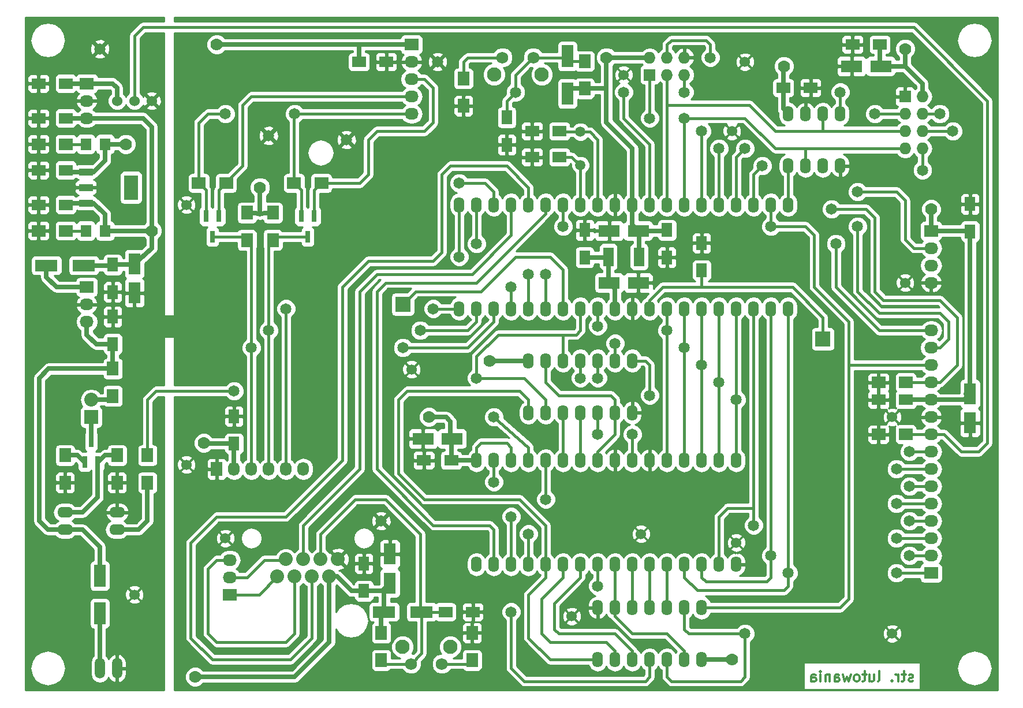
<source format=gbl>
G04 #@! TF.FileFunction,Copper,L2,Bot,Signal*
%FSLAX46Y46*%
G04 Gerber Fmt 4.6, Leading zero omitted, Abs format (unit mm)*
G04 Created by KiCad (PCBNEW (2015-07-01 BZR 5850, Git 51c0ae3)-product) date 08.09.2015 00:21:10*
%MOMM*%
G01*
G04 APERTURE LIST*
%ADD10C,0.100000*%
%ADD11C,0.300000*%
%ADD12C,1.524000*%
%ADD13C,1.651000*%
%ADD14R,1.600000X2.000000*%
%ADD15R,2.000000X1.600000*%
%ADD16R,3.149600X1.800860*%
%ADD17R,1.800860X3.149600*%
%ADD18R,1.699260X3.299460*%
%ADD19R,3.299460X1.699260*%
%ADD20R,1.597660X1.800860*%
%ADD21O,1.600000X2.300000*%
%ADD22R,1.501140X2.799080*%
%ADD23R,2.032000X1.727200*%
%ADD24O,2.032000X1.727200*%
%ADD25R,1.727200X2.032000*%
%ADD26O,1.727200X2.032000*%
%ADD27R,1.727200X1.727200*%
%ADD28O,1.727200X1.727200*%
%ADD29C,2.032000*%
%ADD30R,2.032000X2.032000*%
%ADD31O,2.032000X2.032000*%
%ADD32R,0.800100X1.800860*%
%ADD33R,1.700000X2.000000*%
%ADD34R,2.000000X1.700000*%
%ADD35C,2.100000*%
%ADD36C,1.750000*%
%ADD37R,2.032000X3.657600*%
%ADD38R,2.032000X1.016000*%
%ADD39O,2.300000X1.600000*%
%ADD40C,1.501140*%
%ADD41R,2.235200X2.235200*%
%ADD42O,1.506220X3.014980*%
%ADD43C,1.778000*%
%ADD44C,3.302000*%
%ADD45C,0.381000*%
%ADD46C,0.635000*%
%ADD47C,0.254000*%
G04 APERTURE END LIST*
D10*
D11*
X130944001Y-98016143D02*
X130801144Y-98087571D01*
X130515429Y-98087571D01*
X130372572Y-98016143D01*
X130301144Y-97873286D01*
X130301144Y-97801857D01*
X130372572Y-97659000D01*
X130515429Y-97587571D01*
X130729715Y-97587571D01*
X130872572Y-97516143D01*
X130944001Y-97373286D01*
X130944001Y-97301857D01*
X130872572Y-97159000D01*
X130729715Y-97087571D01*
X130515429Y-97087571D01*
X130372572Y-97159000D01*
X129872572Y-97087571D02*
X129301143Y-97087571D01*
X129658286Y-96587571D02*
X129658286Y-97873286D01*
X129586858Y-98016143D01*
X129444000Y-98087571D01*
X129301143Y-98087571D01*
X128801143Y-98087571D02*
X128801143Y-97087571D01*
X128801143Y-97373286D02*
X128729715Y-97230429D01*
X128658286Y-97159000D01*
X128515429Y-97087571D01*
X128372572Y-97087571D01*
X127872572Y-97944714D02*
X127801144Y-98016143D01*
X127872572Y-98087571D01*
X127944001Y-98016143D01*
X127872572Y-97944714D01*
X127872572Y-98087571D01*
X125801143Y-98087571D02*
X125944001Y-98016143D01*
X126015429Y-97873286D01*
X126015429Y-96587571D01*
X124586858Y-97087571D02*
X124586858Y-98087571D01*
X125229715Y-97087571D02*
X125229715Y-97873286D01*
X125158287Y-98016143D01*
X125015429Y-98087571D01*
X124801144Y-98087571D01*
X124658287Y-98016143D01*
X124586858Y-97944714D01*
X124086858Y-97087571D02*
X123515429Y-97087571D01*
X123872572Y-96587571D02*
X123872572Y-97873286D01*
X123801144Y-98016143D01*
X123658286Y-98087571D01*
X123515429Y-98087571D01*
X122801143Y-98087571D02*
X122944001Y-98016143D01*
X123015429Y-97944714D01*
X123086858Y-97801857D01*
X123086858Y-97373286D01*
X123015429Y-97230429D01*
X122944001Y-97159000D01*
X122801143Y-97087571D01*
X122586858Y-97087571D01*
X122444001Y-97159000D01*
X122372572Y-97230429D01*
X122301143Y-97373286D01*
X122301143Y-97801857D01*
X122372572Y-97944714D01*
X122444001Y-98016143D01*
X122586858Y-98087571D01*
X122801143Y-98087571D01*
X121801143Y-97087571D02*
X121515429Y-98087571D01*
X121229715Y-97373286D01*
X120944000Y-98087571D01*
X120658286Y-97087571D01*
X119444000Y-98087571D02*
X119444000Y-97301857D01*
X119515429Y-97159000D01*
X119658286Y-97087571D01*
X119944000Y-97087571D01*
X120086857Y-97159000D01*
X119444000Y-98016143D02*
X119586857Y-98087571D01*
X119944000Y-98087571D01*
X120086857Y-98016143D01*
X120158286Y-97873286D01*
X120158286Y-97730429D01*
X120086857Y-97587571D01*
X119944000Y-97516143D01*
X119586857Y-97516143D01*
X119444000Y-97444714D01*
X118729714Y-97087571D02*
X118729714Y-98087571D01*
X118729714Y-97230429D02*
X118658286Y-97159000D01*
X118515428Y-97087571D01*
X118301143Y-97087571D01*
X118158286Y-97159000D01*
X118086857Y-97301857D01*
X118086857Y-98087571D01*
X117372571Y-98087571D02*
X117372571Y-97087571D01*
X117372571Y-96587571D02*
X117444000Y-96659000D01*
X117372571Y-96730429D01*
X117301143Y-96659000D01*
X117372571Y-96587571D01*
X117372571Y-96730429D01*
X116015428Y-98087571D02*
X116015428Y-97301857D01*
X116086857Y-97159000D01*
X116229714Y-97087571D01*
X116515428Y-97087571D01*
X116658285Y-97159000D01*
X116015428Y-98016143D02*
X116158285Y-98087571D01*
X116515428Y-98087571D01*
X116658285Y-98016143D01*
X116729714Y-97873286D01*
X116729714Y-97730429D01*
X116658285Y-97587571D01*
X116515428Y-97516143D01*
X116158285Y-97516143D01*
X116015428Y-97444714D01*
D12*
X24384000Y-66294000D03*
X24384000Y-28194000D03*
X16764000Y-85344000D03*
X19304000Y-45974000D03*
D13*
X11684000Y-5334000D03*
D12*
X88519000Y-9144000D03*
X127889000Y-91059000D03*
X91059000Y-76454000D03*
D13*
X61214000Y-7239000D03*
D12*
X24384000Y-45974000D03*
X57404000Y-52324000D03*
X104394000Y-17399000D03*
X106299000Y-7239000D03*
X129794000Y-39624000D03*
X127889000Y-59309000D03*
X105029000Y-77724000D03*
X80899000Y-88519000D03*
D13*
X47879000Y-18669000D03*
D14*
X71374000Y-19399000D03*
X71374000Y-15399000D03*
D15*
X79089000Y-17399000D03*
X75089000Y-17399000D03*
X79089000Y-21209000D03*
X75089000Y-21209000D03*
D14*
X99949000Y-33814000D03*
X99949000Y-37814000D03*
D16*
X86393020Y-32004000D03*
X90644980Y-32004000D03*
D14*
X94869000Y-35909000D03*
X94869000Y-31909000D03*
X82804000Y-31909000D03*
X82804000Y-35909000D03*
D16*
X90644980Y-39624000D03*
X86393020Y-39624000D03*
D15*
X6699000Y-28194000D03*
X2699000Y-28194000D03*
D14*
X13589000Y-48609000D03*
X13589000Y-44609000D03*
D15*
X6699000Y-15494000D03*
X2699000Y-15494000D03*
X6699000Y-10414000D03*
X2699000Y-10414000D03*
X6699000Y-23114000D03*
X2699000Y-23114000D03*
D14*
X13589000Y-36989000D03*
X13589000Y-40989000D03*
D17*
X16764000Y-41114980D03*
X16764000Y-36863020D03*
D15*
X63214000Y-65659000D03*
X59214000Y-65659000D03*
D16*
X59088020Y-62484000D03*
X63339980Y-62484000D03*
D17*
X139319000Y-60164980D03*
X139319000Y-55913020D03*
D15*
X129889000Y-56769000D03*
X125889000Y-56769000D03*
D14*
X139319000Y-32099000D03*
X139319000Y-28099000D03*
D15*
X111919000Y-11049000D03*
X115919000Y-11049000D03*
X126079000Y-4699000D03*
X122079000Y-4699000D03*
X49689000Y-7239000D03*
X53689000Y-7239000D03*
X66389000Y-87884000D03*
X62389000Y-87884000D03*
D14*
X31369000Y-63214000D03*
X31369000Y-59214000D03*
X50419000Y-84804000D03*
X50419000Y-80804000D03*
D18*
X80264000Y-11894820D03*
X80264000Y-6393180D03*
X11684000Y-82593180D03*
X11684000Y-88094820D03*
D19*
X9354820Y-37084000D03*
X3853180Y-37084000D03*
D20*
X12468860Y-32004000D03*
X9629140Y-32004000D03*
D19*
X53383180Y-87884000D03*
X58884820Y-87884000D03*
D21*
X112649000Y-28194000D03*
X110109000Y-28194000D03*
X107569000Y-28194000D03*
X105029000Y-28194000D03*
X102489000Y-28194000D03*
X99949000Y-28194000D03*
X97409000Y-28194000D03*
X94869000Y-28194000D03*
X92329000Y-28194000D03*
X89789000Y-28194000D03*
X87249000Y-28194000D03*
X84709000Y-28194000D03*
X82169000Y-28194000D03*
X79629000Y-28194000D03*
X77089000Y-28194000D03*
X74549000Y-28194000D03*
X72009000Y-28194000D03*
X69469000Y-28194000D03*
X66929000Y-28194000D03*
X64389000Y-28194000D03*
X64389000Y-43434000D03*
X66929000Y-43434000D03*
X69469000Y-43434000D03*
X72009000Y-43434000D03*
X74549000Y-43434000D03*
X77089000Y-43434000D03*
X79629000Y-43434000D03*
X82169000Y-43434000D03*
X84709000Y-43434000D03*
X87249000Y-43434000D03*
X89789000Y-43434000D03*
X92329000Y-43434000D03*
X94869000Y-43434000D03*
X97409000Y-43434000D03*
X99949000Y-43434000D03*
X102489000Y-43434000D03*
X105029000Y-43434000D03*
X107569000Y-43434000D03*
X110109000Y-43434000D03*
X112649000Y-43434000D03*
D22*
X90769440Y-35814000D03*
X86268560Y-35814000D03*
D23*
X133604000Y-32004000D03*
D24*
X133604000Y-34544000D03*
X133604000Y-37084000D03*
X133604000Y-39624000D03*
D21*
X112649000Y-22479000D03*
X115189000Y-22479000D03*
X117729000Y-22479000D03*
X120269000Y-22479000D03*
X120269000Y-14859000D03*
X117729000Y-14859000D03*
X115189000Y-14859000D03*
X112649000Y-14859000D03*
D25*
X28829000Y-66929000D03*
D26*
X31369000Y-66929000D03*
X33909000Y-66929000D03*
X36449000Y-66929000D03*
X38989000Y-66929000D03*
X41529000Y-66929000D03*
D27*
X129794000Y-12319000D03*
D28*
X132334000Y-12319000D03*
X129794000Y-14859000D03*
X132334000Y-14859000D03*
X129794000Y-17399000D03*
X132334000Y-17399000D03*
X129794000Y-19939000D03*
X132334000Y-19939000D03*
D23*
X57404000Y-4699000D03*
D24*
X57404000Y-7239000D03*
X57404000Y-9779000D03*
X57404000Y-12319000D03*
X57404000Y-14859000D03*
D29*
X42799000Y-82677000D03*
X41529000Y-80137000D03*
X40259000Y-82677000D03*
X38989000Y-80137000D03*
X37719000Y-82677000D03*
X46609000Y-80137000D03*
X45339000Y-82677000D03*
X44069000Y-80137000D03*
D30*
X10414000Y-59309000D03*
D31*
X10414000Y-56769000D03*
D32*
X11364000Y-65890140D03*
X9464000Y-65890140D03*
X10414000Y-62887860D03*
X41214000Y-29867860D03*
X43114000Y-29867860D03*
X42164000Y-32870140D03*
X27244000Y-29867860D03*
X29144000Y-29867860D03*
X28194000Y-32870140D03*
D33*
X65024000Y-9684000D03*
X65024000Y-13684000D03*
X82804000Y-11144000D03*
X82804000Y-7144000D03*
X18669000Y-68929000D03*
X18669000Y-64929000D03*
X14224000Y-68929000D03*
X14224000Y-64929000D03*
X13589000Y-56229000D03*
X13589000Y-52229000D03*
X6604000Y-68929000D03*
X6604000Y-64929000D03*
D34*
X129889000Y-61849000D03*
X125889000Y-61849000D03*
X129889000Y-54229000D03*
X125889000Y-54229000D03*
D33*
X37084000Y-29369000D03*
X37084000Y-33369000D03*
X33274000Y-29369000D03*
X33274000Y-33369000D03*
D34*
X40164000Y-25019000D03*
X44164000Y-25019000D03*
X26194000Y-25019000D03*
X30194000Y-25019000D03*
D33*
X66294000Y-94964000D03*
X66294000Y-90964000D03*
X52959000Y-90964000D03*
X52959000Y-94964000D03*
D35*
X76499000Y-9094000D03*
D36*
X75239000Y-6604000D03*
X70739000Y-6604000D03*
D35*
X69489000Y-9094000D03*
X56089000Y-93014000D03*
D36*
X57349000Y-95504000D03*
X61849000Y-95504000D03*
D35*
X63099000Y-93014000D03*
D12*
X16764000Y-12954000D03*
X14224000Y-12954000D03*
X19304000Y-12954000D03*
D23*
X9779000Y-40259000D03*
D24*
X9779000Y-42799000D03*
X9779000Y-45339000D03*
D23*
X9779000Y-10414000D03*
D24*
X9779000Y-12954000D03*
X9779000Y-15494000D03*
D37*
X16256000Y-25654000D03*
D38*
X9652000Y-25654000D03*
X9652000Y-23368000D03*
X9652000Y-27940000D03*
D21*
X99949000Y-87249000D03*
X97409000Y-87249000D03*
X94869000Y-87249000D03*
X92329000Y-87249000D03*
X89789000Y-87249000D03*
X87249000Y-87249000D03*
X84709000Y-87249000D03*
X84709000Y-94869000D03*
X87249000Y-94869000D03*
X89789000Y-94869000D03*
X92329000Y-94869000D03*
X94869000Y-94869000D03*
X97409000Y-94869000D03*
X99949000Y-94869000D03*
X74549000Y-58674000D03*
X77089000Y-58674000D03*
X79629000Y-58674000D03*
X82169000Y-58674000D03*
X84709000Y-58674000D03*
X87249000Y-58674000D03*
X89789000Y-58674000D03*
X89789000Y-51054000D03*
X87249000Y-51054000D03*
X84709000Y-51054000D03*
X82169000Y-51054000D03*
X79629000Y-51054000D03*
X77089000Y-51054000D03*
X74549000Y-51054000D03*
X66929000Y-80899000D03*
X69469000Y-80899000D03*
X72009000Y-80899000D03*
X74549000Y-80899000D03*
X77089000Y-80899000D03*
X79629000Y-80899000D03*
X82169000Y-80899000D03*
X84709000Y-80899000D03*
X87249000Y-80899000D03*
X89789000Y-80899000D03*
X92329000Y-80899000D03*
X94869000Y-80899000D03*
X97409000Y-80899000D03*
X99949000Y-80899000D03*
X102489000Y-80899000D03*
X105029000Y-80899000D03*
X105029000Y-65659000D03*
X102489000Y-65659000D03*
X99949000Y-65659000D03*
X97409000Y-65659000D03*
X94869000Y-65659000D03*
X92329000Y-65659000D03*
X89789000Y-65659000D03*
X87249000Y-65659000D03*
X84709000Y-65659000D03*
X82169000Y-65659000D03*
X79629000Y-65659000D03*
X77089000Y-65659000D03*
X74549000Y-65659000D03*
X72009000Y-65659000D03*
X69469000Y-65659000D03*
X66929000Y-65659000D03*
D39*
X14224000Y-75819000D03*
X14224000Y-73279000D03*
X6604000Y-73279000D03*
X6604000Y-75819000D03*
D40*
X82169000Y-22379940D03*
X82169000Y-17498060D03*
D16*
X121953020Y-7874000D03*
X126204980Y-7874000D03*
D17*
X54229000Y-79408020D03*
X54229000Y-83659980D03*
D34*
X6699000Y-32004000D03*
X2699000Y-32004000D03*
D20*
X12468860Y-19304000D03*
X9629140Y-19304000D03*
D34*
X6699000Y-19304000D03*
X2699000Y-19304000D03*
D12*
X30099000Y-77089000D03*
D13*
X52959000Y-74549000D03*
X36449000Y-18034000D03*
D23*
X133604000Y-82169000D03*
D24*
X133604000Y-79629000D03*
X133604000Y-77089000D03*
X133604000Y-74549000D03*
X133604000Y-72009000D03*
X133604000Y-69469000D03*
X133604000Y-66929000D03*
X133604000Y-64389000D03*
X133604000Y-61849000D03*
X133604000Y-59309000D03*
X133604000Y-56769000D03*
X133604000Y-54229000D03*
X133604000Y-51689000D03*
X133604000Y-49149000D03*
X133604000Y-46609000D03*
D27*
X92329000Y-9144000D03*
D28*
X92329000Y-6604000D03*
X94869000Y-9144000D03*
X94869000Y-6604000D03*
X97409000Y-9144000D03*
X97409000Y-6604000D03*
D23*
X30734000Y-85344000D03*
D24*
X30734000Y-82804000D03*
X30734000Y-80264000D03*
D41*
X117729000Y-47879000D03*
X56134000Y-42799000D03*
D42*
X11684000Y-96139000D03*
X14224000Y-96139000D03*
D13*
X97409000Y-11684000D03*
X88519000Y-11684000D03*
X72644000Y-11684000D03*
D43*
X25654000Y-97409000D03*
X129794000Y-5334000D03*
X15494000Y-19304000D03*
D13*
X60579000Y-43434000D03*
X79629000Y-31369000D03*
X110109000Y-31369000D03*
X108839000Y-22479000D03*
X38989000Y-43434000D03*
X122809000Y-26289000D03*
X106299000Y-19939000D03*
X31369000Y-55499000D03*
X102489000Y-19939000D03*
X101219000Y-6604000D03*
X99949000Y-17399000D03*
X136779000Y-17399000D03*
X120269000Y-11684000D03*
X97409000Y-15494000D03*
X92329000Y-15494000D03*
X64389000Y-25019000D03*
X118999000Y-28829000D03*
X66929000Y-33909000D03*
X122809000Y-31369000D03*
X64389000Y-35814000D03*
X119634000Y-33909000D03*
X36449000Y-46609000D03*
X58674000Y-46609000D03*
X33909000Y-49149000D03*
X56134000Y-49149000D03*
X106299000Y-91059000D03*
X66929000Y-53594000D03*
X69469000Y-59309000D03*
X84709000Y-45974000D03*
X107569000Y-75184000D03*
X128524000Y-77089000D03*
X84709000Y-84074000D03*
X72009000Y-87884000D03*
X89789000Y-61849000D03*
X84709000Y-61849000D03*
X92329000Y-56134000D03*
X69469000Y-68834000D03*
X72009000Y-73914000D03*
X87249000Y-48514000D03*
X84709000Y-53594000D03*
X77089000Y-71374000D03*
X74549000Y-76454000D03*
X82169000Y-53594000D03*
X30099000Y-14859000D03*
X40259000Y-14859000D03*
X102489000Y-54229000D03*
X128524000Y-72009000D03*
X99949000Y-51689000D03*
X130429000Y-69469000D03*
X72009000Y-40259000D03*
X134874000Y-14859000D03*
X125349000Y-14859000D03*
X74549000Y-38354000D03*
X132334000Y-23114000D03*
X77089000Y-38354000D03*
X94869000Y-46609000D03*
X130429000Y-64389000D03*
X97409000Y-49149000D03*
X128524000Y-66929000D03*
X110109000Y-79629000D03*
X130429000Y-79629000D03*
D43*
X104394000Y-94869000D03*
X68834000Y-51054000D03*
X59944000Y-59309000D03*
X26924000Y-63119000D03*
X28829000Y-4699000D03*
X112014000Y-7874000D03*
X133604000Y-28829000D03*
X85979000Y-6604000D03*
X35179000Y-25654000D03*
X19304000Y-32004000D03*
D13*
X130429000Y-74549000D03*
X105029000Y-56769000D03*
X112649000Y-82169000D03*
X128524000Y-82169000D03*
D44*
X19304000Y-45974000D02*
X24384000Y-45974000D01*
D45*
X97409000Y-9144000D02*
X97409000Y-11684000D01*
X92329000Y-28194000D02*
X92329000Y-19304000D01*
X92329000Y-19304000D02*
X88519000Y-15494000D01*
X88519000Y-15494000D02*
X88519000Y-15494000D01*
X88519000Y-15494000D02*
X88519000Y-11684000D01*
X88519000Y-11684000D02*
X88519000Y-11684000D01*
X72644000Y-11684000D02*
X72644000Y-11684000D01*
X71374000Y-12954000D02*
X71374000Y-15399000D01*
X72644000Y-11684000D02*
X71374000Y-12954000D01*
X75239000Y-6604000D02*
X75184000Y-6604000D01*
X75184000Y-6604000D02*
X72644000Y-9144000D01*
X72644000Y-9144000D02*
X72644000Y-11684000D01*
X82804000Y-7144000D02*
X81014820Y-7144000D01*
X81014820Y-7144000D02*
X80264000Y-6393180D01*
X75239000Y-6604000D02*
X80053180Y-6604000D01*
X80053180Y-6604000D02*
X80264000Y-6393180D01*
X82169000Y-17498060D02*
X79188060Y-17498060D01*
X79188060Y-17498060D02*
X79089000Y-17399000D01*
X84709000Y-28194000D02*
X84709000Y-18669000D01*
X83538060Y-17498060D02*
X82169000Y-17498060D01*
X84709000Y-18669000D02*
X83538060Y-17498060D01*
X82169000Y-22379940D02*
X80899000Y-21209000D01*
X80899000Y-21209000D02*
X79629000Y-21209000D01*
X79629000Y-21209000D02*
X79188060Y-21109940D01*
X79188060Y-21109940D02*
X79089000Y-21209000D01*
X82169000Y-28194000D02*
X82169000Y-22379940D01*
X99949000Y-40259000D02*
X113284000Y-40259000D01*
X117729000Y-44704000D02*
X117729000Y-47879000D01*
X113284000Y-40259000D02*
X117729000Y-44704000D01*
X92329000Y-43434000D02*
X92329000Y-42164000D01*
X94234000Y-40259000D02*
X99949000Y-40259000D01*
X92329000Y-42164000D02*
X94234000Y-40259000D01*
X99949000Y-40259000D02*
X99949000Y-37719000D01*
D46*
X82804000Y-35909000D02*
X86173560Y-35909000D01*
X86173560Y-35909000D02*
X86268560Y-35814000D01*
D45*
X82899000Y-35814000D02*
X82804000Y-35909000D01*
D46*
X87249000Y-43434000D02*
X87249000Y-40479980D01*
X87249000Y-40479980D02*
X86393020Y-39624000D01*
X82804000Y-35909000D02*
X82804000Y-36449000D01*
X86268560Y-35814000D02*
X86268560Y-39499540D01*
X86268560Y-39499540D02*
X86393020Y-39624000D01*
X9779000Y-10414000D02*
X13589000Y-10414000D01*
X14224000Y-11049000D02*
X14224000Y-12954000D01*
X13589000Y-10414000D02*
X14224000Y-11049000D01*
X6699000Y-10414000D02*
X9779000Y-10414000D01*
X45339000Y-82677000D02*
X45339000Y-92329000D01*
X40259000Y-97409000D02*
X25654000Y-97409000D01*
X45339000Y-92329000D02*
X40259000Y-97409000D01*
X50419000Y-84804000D02*
X53084980Y-84804000D01*
X53084980Y-84804000D02*
X54229000Y-83659980D01*
X53383180Y-87884000D02*
X53383180Y-84505800D01*
X53383180Y-84505800D02*
X54229000Y-83659980D01*
X45339000Y-82677000D02*
X46482000Y-82677000D01*
X48609000Y-84804000D02*
X50419000Y-84804000D01*
X46482000Y-82677000D02*
X48609000Y-84804000D01*
X25654000Y-97409000D02*
X25874980Y-97188020D01*
X25874980Y-97188020D02*
X25654000Y-97409000D01*
X129794000Y-5334000D02*
X129794000Y-7874000D01*
X126204980Y-7874000D02*
X129794000Y-7874000D01*
X132334000Y-10414000D02*
X132334000Y-12319000D01*
X129794000Y-7874000D02*
X132334000Y-10414000D01*
X126079000Y-4699000D02*
X126079000Y-7748020D01*
X126079000Y-7748020D02*
X126204980Y-7874000D01*
X129889000Y-5429000D02*
X129794000Y-5969000D01*
X129794000Y-5334000D02*
X129889000Y-5429000D01*
X52959000Y-90964000D02*
X52959000Y-88308180D01*
X52959000Y-88308180D02*
X53383180Y-87884000D01*
X12468860Y-19304000D02*
X15494000Y-19304000D01*
X9652000Y-23368000D02*
X10795000Y-23368000D01*
X12468860Y-21694140D02*
X12468860Y-19304000D01*
X10795000Y-23368000D02*
X12468860Y-21694140D01*
X9652000Y-23368000D02*
X6953000Y-23368000D01*
X6953000Y-23368000D02*
X6699000Y-23114000D01*
X11684000Y-96139000D02*
X11684000Y-88094820D01*
X9779000Y-40259000D02*
X5334000Y-40259000D01*
X3853180Y-38778180D02*
X3853180Y-37084000D01*
X5334000Y-40259000D02*
X3853180Y-38778180D01*
D45*
X112649000Y-28194000D02*
X112649000Y-22479000D01*
X64389000Y-43434000D02*
X60579000Y-43434000D01*
X121539000Y-51689000D02*
X121539000Y-69469000D01*
X120269000Y-87249000D02*
X99949000Y-87249000D01*
X121539000Y-85979000D02*
X120269000Y-87249000D01*
X121539000Y-77724000D02*
X121539000Y-85979000D01*
X121539000Y-69469000D02*
X121539000Y-77724000D01*
X110109000Y-31369000D02*
X115189000Y-31369000D01*
X127254000Y-51689000D02*
X133604000Y-51689000D01*
X121539000Y-51689000D02*
X127254000Y-51689000D01*
X116459000Y-32639000D02*
X116459000Y-40259000D01*
X116459000Y-40259000D02*
X121539000Y-45339000D01*
X121539000Y-45339000D02*
X121539000Y-51689000D01*
X115189000Y-31369000D02*
X116459000Y-32639000D01*
X110109000Y-28194000D02*
X110109000Y-31369000D01*
X79629000Y-31369000D02*
X79629000Y-28194000D01*
X38989000Y-66929000D02*
X38989000Y-43434000D01*
X108839000Y-22479000D02*
X107569000Y-23749000D01*
X107569000Y-23749000D02*
X107569000Y-28194000D01*
X105029000Y-28194000D02*
X105029000Y-21209000D01*
X129794000Y-33274000D02*
X131064000Y-34544000D01*
X131064000Y-34544000D02*
X133604000Y-34544000D01*
X128524000Y-26289000D02*
X129794000Y-27559000D01*
X129794000Y-27559000D02*
X129794000Y-33274000D01*
X129794000Y-33274000D02*
X129794000Y-33274000D01*
X129794000Y-33274000D02*
X129794000Y-33274000D01*
X122809000Y-26289000D02*
X128524000Y-26289000D01*
X105029000Y-21209000D02*
X106299000Y-19939000D01*
X18669000Y-56769000D02*
X18669000Y-64929000D01*
X19939000Y-55499000D02*
X18669000Y-56769000D01*
X31369000Y-55499000D02*
X19939000Y-55499000D01*
X102489000Y-28194000D02*
X102489000Y-19939000D01*
X94869000Y-4699000D02*
X94869000Y-6604000D01*
X95504000Y-4064000D02*
X94869000Y-4699000D01*
X100584000Y-4064000D02*
X95504000Y-4064000D01*
X101219000Y-4699000D02*
X100584000Y-4064000D01*
X101219000Y-6604000D02*
X101219000Y-4699000D01*
X99949000Y-28194000D02*
X99949000Y-17399000D01*
X136779000Y-17399000D02*
X132334000Y-17399000D01*
X120269000Y-11684000D02*
X120269000Y-14859000D01*
X92329000Y-9144000D02*
X92329000Y-15494000D01*
X97409000Y-28194000D02*
X97409000Y-15494000D01*
X110744000Y-19939000D02*
X115189000Y-19939000D01*
X106299000Y-15494000D02*
X110744000Y-19939000D01*
X97409000Y-15494000D02*
X106299000Y-15494000D01*
X129794000Y-19939000D02*
X115189000Y-19939000D01*
X115189000Y-19939000D02*
X115189000Y-22479000D01*
X94869000Y-9144000D02*
X94869000Y-13589000D01*
X117729000Y-17399000D02*
X110744000Y-17399000D01*
X94869000Y-16129000D02*
X94869000Y-28194000D01*
X94869000Y-13589000D02*
X94869000Y-16129000D01*
X106934000Y-13589000D02*
X94869000Y-13589000D01*
X110744000Y-17399000D02*
X106934000Y-13589000D01*
X129794000Y-17399000D02*
X117729000Y-17399000D01*
X117729000Y-17399000D02*
X117729000Y-14859000D01*
X37084000Y-94869000D02*
X39624000Y-94869000D01*
X74549000Y-25654000D02*
X71374000Y-22479000D01*
X71374000Y-22479000D02*
X63119000Y-22479000D01*
X63119000Y-22479000D02*
X61849000Y-23749000D01*
X61849000Y-23749000D02*
X61849000Y-35179000D01*
X61849000Y-35179000D02*
X60579000Y-36449000D01*
X60579000Y-36449000D02*
X51054000Y-36449000D01*
X51054000Y-36449000D02*
X47244000Y-40259000D01*
X47244000Y-40259000D02*
X47244000Y-65659000D01*
X47244000Y-65659000D02*
X38989000Y-73914000D01*
X38989000Y-73914000D02*
X28829000Y-73914000D01*
X28829000Y-73914000D02*
X25019000Y-77724000D01*
X25019000Y-77724000D02*
X25019000Y-91694000D01*
X25019000Y-91694000D02*
X28194000Y-94869000D01*
X28194000Y-94869000D02*
X37084000Y-94869000D01*
X74549000Y-28194000D02*
X74549000Y-25654000D01*
X42799000Y-91694000D02*
X42799000Y-82677000D01*
X39624000Y-94869000D02*
X42799000Y-91694000D01*
X72009000Y-28194000D02*
X72009000Y-32639000D01*
X41529000Y-75184000D02*
X41529000Y-80137000D01*
X49784000Y-66929000D02*
X41529000Y-75184000D01*
X49784000Y-40894000D02*
X49784000Y-66929000D01*
X52324000Y-38354000D02*
X49784000Y-40894000D01*
X66294000Y-38354000D02*
X52324000Y-38354000D01*
X72009000Y-32639000D02*
X66294000Y-38354000D01*
X69469000Y-28194000D02*
X69469000Y-26289000D01*
X69469000Y-26289000D02*
X68199000Y-25019000D01*
X68199000Y-25019000D02*
X64389000Y-25019000D01*
X134874000Y-54229000D02*
X133604000Y-54229000D01*
X137414000Y-51689000D02*
X134874000Y-54229000D01*
X137414000Y-44704000D02*
X137414000Y-51689000D01*
X134874000Y-42164000D02*
X137414000Y-44704000D01*
X126619000Y-42164000D02*
X134874000Y-42164000D01*
X125349000Y-40894000D02*
X126619000Y-42164000D01*
X125349000Y-30099000D02*
X125349000Y-40894000D01*
X124079000Y-28829000D02*
X125349000Y-30099000D01*
X119634000Y-28829000D02*
X124079000Y-28829000D01*
X118999000Y-28829000D02*
X119634000Y-28829000D01*
X133604000Y-54229000D02*
X129889000Y-54229000D01*
X66929000Y-28194000D02*
X66929000Y-33909000D01*
X122809000Y-31369000D02*
X122809000Y-40894000D01*
X122809000Y-40894000D02*
X125984000Y-44069000D01*
X125984000Y-44069000D02*
X134874000Y-44069000D01*
X134874000Y-44069000D02*
X136144000Y-45339000D01*
X136144000Y-45339000D02*
X136144000Y-47879000D01*
X136144000Y-47879000D02*
X134874000Y-49149000D01*
X134874000Y-49149000D02*
X133604000Y-49149000D01*
X64389000Y-28194000D02*
X64389000Y-35814000D01*
X125984000Y-46609000D02*
X133604000Y-46609000D01*
X119634000Y-40259000D02*
X125984000Y-46609000D01*
X119634000Y-33909000D02*
X119634000Y-40259000D01*
X66929000Y-43434000D02*
X66929000Y-45339000D01*
X65659000Y-46609000D02*
X58674000Y-46609000D01*
X66929000Y-45339000D02*
X65659000Y-46609000D01*
X36449000Y-66929000D02*
X36449000Y-46609000D01*
X36449000Y-46609000D02*
X36449000Y-34004000D01*
X36449000Y-34004000D02*
X37084000Y-33369000D01*
X42164000Y-32870140D02*
X37582860Y-32870140D01*
X37582860Y-32870140D02*
X37084000Y-33369000D01*
X69469000Y-43434000D02*
X69469000Y-45339000D01*
X65659000Y-49149000D02*
X56134000Y-49149000D01*
X69469000Y-45339000D02*
X65659000Y-49149000D01*
X33909000Y-66929000D02*
X33909000Y-49149000D01*
X33909000Y-49149000D02*
X33909000Y-34004000D01*
X33909000Y-34004000D02*
X33274000Y-33369000D01*
X28194000Y-32870140D02*
X32775140Y-32870140D01*
X32775140Y-32870140D02*
X33274000Y-33369000D01*
X77089000Y-28194000D02*
X77089000Y-29464000D01*
X69469000Y-75819000D02*
X69469000Y-80899000D01*
X68834000Y-75184000D02*
X69469000Y-75819000D01*
X60579000Y-75184000D02*
X68834000Y-75184000D01*
X52324000Y-66929000D02*
X60579000Y-75184000D01*
X52324000Y-40894000D02*
X52324000Y-66929000D01*
X53594000Y-39624000D02*
X52324000Y-40894000D01*
X66929000Y-39624000D02*
X53594000Y-39624000D01*
X77089000Y-29464000D02*
X66929000Y-39624000D01*
X79629000Y-47244000D02*
X70104000Y-47244000D01*
X77089000Y-56769000D02*
X77089000Y-58674000D01*
X73914000Y-53594000D02*
X77089000Y-56769000D01*
X71374000Y-53594000D02*
X73914000Y-53594000D01*
X66929000Y-53594000D02*
X71374000Y-53594000D01*
X66929000Y-50419000D02*
X66929000Y-53594000D01*
X70104000Y-47244000D02*
X66929000Y-50419000D01*
X82169000Y-43434000D02*
X82169000Y-46609000D01*
X79629000Y-47244000D02*
X79629000Y-51054000D01*
X82169000Y-46609000D02*
X81534000Y-47244000D01*
X81534000Y-47244000D02*
X79629000Y-47244000D01*
X94869000Y-94869000D02*
X94869000Y-97409000D01*
X94869000Y-97409000D02*
X95504000Y-98044000D01*
X95504000Y-98044000D02*
X105664000Y-98044000D01*
X105664000Y-98044000D02*
X106299000Y-97409000D01*
X106299000Y-97409000D02*
X106299000Y-91059000D01*
X97409000Y-90424000D02*
X97409000Y-87249000D01*
X106299000Y-91059000D02*
X105664000Y-91059000D01*
X105664000Y-91059000D02*
X98044000Y-91059000D01*
X98044000Y-91059000D02*
X97409000Y-90424000D01*
X84709000Y-43434000D02*
X84709000Y-45974000D01*
X69469000Y-59309000D02*
X74549000Y-63754000D01*
X74549000Y-63754000D02*
X74549000Y-65659000D01*
X43114000Y-29867860D02*
X43114000Y-26069000D01*
X43114000Y-26069000D02*
X44164000Y-25019000D01*
X57404000Y-9779000D02*
X59309000Y-9779000D01*
X59309000Y-17399000D02*
X52324000Y-17399000D01*
X52324000Y-17399000D02*
X51054000Y-18669000D01*
X51054000Y-18669000D02*
X51054000Y-23749000D01*
X51054000Y-23749000D02*
X49784000Y-25019000D01*
X49784000Y-25019000D02*
X44164000Y-25019000D01*
X60579000Y-16129000D02*
X59309000Y-17399000D01*
X60579000Y-11049000D02*
X60579000Y-16129000D01*
X59309000Y-9779000D02*
X60579000Y-11049000D01*
D46*
X10414000Y-56769000D02*
X13049000Y-56769000D01*
X13049000Y-56769000D02*
X13589000Y-56229000D01*
D45*
X16764000Y-12954000D02*
X16764000Y-3429000D01*
X135509000Y-61849000D02*
X133604000Y-61849000D01*
X138049000Y-64389000D02*
X135509000Y-61849000D01*
X140589000Y-64389000D02*
X138049000Y-64389000D01*
X141859000Y-63119000D02*
X140589000Y-64389000D01*
X141859000Y-12954000D02*
X141859000Y-63119000D01*
X131064000Y-2159000D02*
X141859000Y-12954000D01*
X26924000Y-2159000D02*
X131064000Y-2159000D01*
X22479000Y-2159000D02*
X26924000Y-2159000D01*
X18034000Y-2159000D02*
X22479000Y-2159000D01*
X16764000Y-3429000D02*
X18034000Y-2159000D01*
X133604000Y-61849000D02*
X129889000Y-61849000D01*
X102489000Y-80899000D02*
X102489000Y-73914000D01*
X103759000Y-72644000D02*
X107569000Y-72644000D01*
X107569000Y-72644000D02*
X107569000Y-75184000D01*
X102489000Y-73914000D02*
X103759000Y-72644000D01*
X133604000Y-77089000D02*
X128524000Y-77089000D01*
X107569000Y-75184000D02*
X107569000Y-43434000D01*
D46*
X11364000Y-65890140D02*
X11452860Y-65890140D01*
X11452860Y-65890140D02*
X12414000Y-64929000D01*
X12414000Y-64929000D02*
X14224000Y-64929000D01*
X6604000Y-73279000D02*
X9144000Y-73279000D01*
X11364000Y-71059000D02*
X11364000Y-65890140D01*
X9144000Y-73279000D02*
X11364000Y-71059000D01*
X9464000Y-65890140D02*
X9375140Y-65890140D01*
X9375140Y-65890140D02*
X8414000Y-64929000D01*
X8414000Y-64929000D02*
X6604000Y-64929000D01*
D45*
X70739000Y-6604000D02*
X65659000Y-6604000D01*
X65024000Y-7239000D02*
X65024000Y-9684000D01*
X65659000Y-6604000D02*
X65024000Y-7239000D01*
D46*
X14224000Y-75819000D02*
X17399000Y-75819000D01*
X18669000Y-74549000D02*
X18669000Y-68929000D01*
X17399000Y-75819000D02*
X18669000Y-74549000D01*
D45*
X94869000Y-87249000D02*
X94869000Y-80899000D01*
X92329000Y-87249000D02*
X92329000Y-80899000D01*
X89789000Y-87249000D02*
X89789000Y-80899000D01*
X87249000Y-87249000D02*
X87249000Y-88519000D01*
X87249000Y-88519000D02*
X89789000Y-91059000D01*
X97409000Y-93599000D02*
X97409000Y-94869000D01*
X94869000Y-91059000D02*
X97409000Y-93599000D01*
X89789000Y-91059000D02*
X94869000Y-91059000D01*
X87249000Y-87249000D02*
X87249000Y-80899000D01*
X77089000Y-80899000D02*
X77089000Y-75184000D01*
X61849000Y-55499000D02*
X73279000Y-55499000D01*
X73279000Y-55499000D02*
X74549000Y-56769000D01*
X74549000Y-56769000D02*
X74549000Y-58674000D01*
X61849000Y-55499000D02*
X61849000Y-55499000D01*
X56769000Y-55499000D02*
X61849000Y-55499000D01*
X55499000Y-56769000D02*
X56769000Y-55499000D01*
X55499000Y-67564000D02*
X55499000Y-56769000D01*
X59309000Y-71374000D02*
X55499000Y-67564000D01*
X73279000Y-71374000D02*
X59309000Y-71374000D01*
X77089000Y-75184000D02*
X73279000Y-71374000D01*
X77089000Y-80899000D02*
X77089000Y-82804000D01*
X77089000Y-82804000D02*
X74549000Y-85344000D01*
X74549000Y-85344000D02*
X74549000Y-91694000D01*
X84074000Y-94869000D02*
X84709000Y-94869000D01*
X84074000Y-94869000D02*
X84074000Y-94869000D01*
X77724000Y-94869000D02*
X84074000Y-94869000D01*
X74549000Y-91694000D02*
X77724000Y-94869000D01*
X87249000Y-94869000D02*
X87249000Y-93599000D01*
X76454000Y-91059000D02*
X76454000Y-85979000D01*
X76454000Y-85979000D02*
X79629000Y-82804000D01*
X79629000Y-82804000D02*
X79629000Y-80899000D01*
X79629000Y-80899000D02*
X79629000Y-80899000D01*
X77724000Y-92329000D02*
X76454000Y-91059000D01*
X85979000Y-92329000D02*
X77724000Y-92329000D01*
X87249000Y-93599000D02*
X85979000Y-92329000D01*
X89789000Y-94869000D02*
X89789000Y-93599000D01*
X78359000Y-90424000D02*
X78359000Y-86614000D01*
X78359000Y-86614000D02*
X82169000Y-82804000D01*
X82169000Y-82804000D02*
X82169000Y-80899000D01*
X78994000Y-91059000D02*
X78359000Y-90424000D01*
X87249000Y-91059000D02*
X78994000Y-91059000D01*
X89789000Y-93599000D02*
X87249000Y-91059000D01*
X92329000Y-94869000D02*
X92329000Y-97409000D01*
X84709000Y-84074000D02*
X84709000Y-80899000D01*
X72009000Y-96139000D02*
X72009000Y-87884000D01*
X73914000Y-98044000D02*
X72009000Y-96139000D01*
X91694000Y-98044000D02*
X73914000Y-98044000D01*
X92329000Y-97409000D02*
X91694000Y-98044000D01*
X79629000Y-58674000D02*
X79629000Y-65659000D01*
X82169000Y-58674000D02*
X82169000Y-65659000D01*
X84709000Y-58674000D02*
X84709000Y-61214000D01*
X89789000Y-61849000D02*
X89789000Y-65659000D01*
X84709000Y-61214000D02*
X84709000Y-61849000D01*
X84709000Y-65659000D02*
X84709000Y-64389000D01*
X84709000Y-64389000D02*
X87249000Y-61849000D01*
X87249000Y-61849000D02*
X87249000Y-58674000D01*
X87249000Y-58674000D02*
X87249000Y-56769000D01*
X77089000Y-54229000D02*
X77089000Y-51054000D01*
X78994000Y-56134000D02*
X77089000Y-54229000D01*
X86614000Y-56134000D02*
X78994000Y-56134000D01*
X87249000Y-56769000D02*
X86614000Y-56134000D01*
X69469000Y-65659000D02*
X69469000Y-68834000D01*
X92329000Y-56134000D02*
X92329000Y-51689000D01*
X92329000Y-51689000D02*
X91694000Y-51054000D01*
X91694000Y-51054000D02*
X89789000Y-51054000D01*
X89789000Y-51054000D02*
X89789000Y-51054000D01*
X87249000Y-51054000D02*
X87249000Y-49149000D01*
X87249000Y-49149000D02*
X87249000Y-49149000D01*
X87249000Y-49149000D02*
X87249000Y-48514000D01*
X72009000Y-73914000D02*
X72009000Y-80899000D01*
X77089000Y-65659000D02*
X77089000Y-71374000D01*
X84709000Y-53594000D02*
X84709000Y-51054000D01*
X82169000Y-51054000D02*
X82169000Y-53594000D01*
X74549000Y-76454000D02*
X74549000Y-80899000D01*
X57349000Y-95504000D02*
X53499000Y-95504000D01*
X53499000Y-95504000D02*
X52959000Y-94964000D01*
X58884820Y-87884000D02*
X58884820Y-93968180D01*
X58884820Y-93968180D02*
X57349000Y-95504000D01*
X62389000Y-87884000D02*
X58884820Y-87884000D01*
X44069000Y-80137000D02*
X44069000Y-76454000D01*
X58674000Y-76454000D02*
X58674000Y-87673180D01*
X53594000Y-71374000D02*
X58674000Y-76454000D01*
X49149000Y-71374000D02*
X53594000Y-71374000D01*
X44069000Y-76454000D02*
X49149000Y-71374000D01*
X58674000Y-87673180D02*
X58884820Y-87884000D01*
X29144000Y-29867860D02*
X29144000Y-26069000D01*
X29144000Y-26069000D02*
X30194000Y-25019000D01*
X57404000Y-12319000D02*
X33909000Y-12319000D01*
X32639000Y-13589000D02*
X32639000Y-22479000D01*
X32639000Y-22479000D02*
X30099000Y-25019000D01*
X33909000Y-12319000D02*
X32639000Y-13589000D01*
X30099000Y-25019000D02*
X30194000Y-25114000D01*
X61849000Y-95504000D02*
X65754000Y-95504000D01*
X65754000Y-95504000D02*
X66294000Y-94964000D01*
X30734000Y-80264000D02*
X28829000Y-80264000D01*
X40259000Y-91059000D02*
X40259000Y-82677000D01*
X38989000Y-92329000D02*
X40259000Y-91059000D01*
X28829000Y-92329000D02*
X38989000Y-92329000D01*
X27559000Y-91059000D02*
X28829000Y-92329000D01*
X27559000Y-81534000D02*
X27559000Y-91059000D01*
X28829000Y-80264000D02*
X27559000Y-81534000D01*
X30734000Y-82804000D02*
X33274000Y-82804000D01*
X33274000Y-82804000D02*
X35814000Y-80264000D01*
X35814000Y-80264000D02*
X38862000Y-80264000D01*
X38862000Y-80264000D02*
X38989000Y-80137000D01*
X30734000Y-85344000D02*
X35052000Y-85344000D01*
X35052000Y-85344000D02*
X37719000Y-82677000D01*
X26194000Y-25019000D02*
X26194000Y-16224000D01*
X26194000Y-16224000D02*
X27559000Y-14859000D01*
X27559000Y-14859000D02*
X30099000Y-14859000D01*
X41214000Y-29867860D02*
X41214000Y-26069000D01*
X41214000Y-26069000D02*
X40164000Y-25019000D01*
X57404000Y-14859000D02*
X41529000Y-14859000D01*
X40259000Y-14859000D02*
X40259000Y-14859000D01*
X41529000Y-14859000D02*
X40259000Y-14859000D01*
X26194000Y-25019000D02*
X26289000Y-25019000D01*
X40164000Y-14954000D02*
X40164000Y-25019000D01*
X40259000Y-14859000D02*
X40164000Y-14954000D01*
X27244000Y-29867860D02*
X27244000Y-26069000D01*
X27244000Y-26069000D02*
X26194000Y-25019000D01*
D46*
X6604000Y-75819000D02*
X4064000Y-75819000D01*
X4159000Y-52229000D02*
X13589000Y-52229000D01*
X2794000Y-53594000D02*
X4159000Y-52229000D01*
X2794000Y-74549000D02*
X2794000Y-53594000D01*
X4064000Y-75819000D02*
X2794000Y-74549000D01*
X13589000Y-48609000D02*
X11144000Y-48609000D01*
X9779000Y-47244000D02*
X9779000Y-45339000D01*
X11144000Y-48609000D02*
X9779000Y-47244000D01*
X13589000Y-52229000D02*
X13589000Y-48609000D01*
X11684000Y-82593180D02*
X11684000Y-78359000D01*
X9144000Y-75819000D02*
X6604000Y-75819000D01*
X11684000Y-78359000D02*
X9144000Y-75819000D01*
D45*
X6699000Y-32004000D02*
X9629140Y-32004000D01*
D46*
X10414000Y-62887860D02*
X10414000Y-59309000D01*
D45*
X9629140Y-19304000D02*
X6699000Y-19304000D01*
X133604000Y-72009000D02*
X128524000Y-72009000D01*
X102489000Y-43434000D02*
X102489000Y-54229000D01*
X102489000Y-54229000D02*
X102489000Y-65659000D01*
X133604000Y-69469000D02*
X130429000Y-69469000D01*
X99949000Y-43434000D02*
X99949000Y-51689000D01*
X99949000Y-51689000D02*
X99949000Y-65659000D01*
X72009000Y-43434000D02*
X72009000Y-40259000D01*
X134874000Y-14859000D02*
X132334000Y-14859000D01*
X74549000Y-43434000D02*
X74549000Y-38354000D01*
X125349000Y-14859000D02*
X129794000Y-14859000D01*
X77089000Y-43434000D02*
X77089000Y-39624000D01*
X77089000Y-39624000D02*
X77089000Y-38354000D01*
X132334000Y-23114000D02*
X132334000Y-19939000D01*
X79629000Y-43434000D02*
X79629000Y-37719000D01*
X58039000Y-40894000D02*
X56134000Y-42799000D01*
X67564000Y-40894000D02*
X58039000Y-40894000D01*
X72644000Y-35814000D02*
X67564000Y-40894000D01*
X77724000Y-35814000D02*
X72644000Y-35814000D01*
X79629000Y-37719000D02*
X77724000Y-35814000D01*
X133604000Y-64389000D02*
X130429000Y-64389000D01*
X94869000Y-43434000D02*
X94869000Y-46609000D01*
X94869000Y-46609000D02*
X94869000Y-65659000D01*
X133604000Y-66929000D02*
X128524000Y-66929000D01*
X97409000Y-43434000D02*
X97409000Y-49149000D01*
X97409000Y-49149000D02*
X97409000Y-65659000D01*
X133604000Y-79629000D02*
X130429000Y-79629000D01*
X99949000Y-80899000D02*
X99949000Y-82804000D01*
X110109000Y-82804000D02*
X110109000Y-79629000D01*
X110109000Y-79629000D02*
X110109000Y-43434000D01*
X109474000Y-83439000D02*
X110109000Y-82804000D01*
X100584000Y-83439000D02*
X109474000Y-83439000D01*
X99949000Y-82804000D02*
X100584000Y-83439000D01*
D46*
X90644980Y-32004000D02*
X94774000Y-32004000D01*
X94774000Y-32004000D02*
X94869000Y-31909000D01*
D45*
X66929000Y-65659000D02*
X66929000Y-63754000D01*
X72009000Y-63754000D02*
X72009000Y-65659000D01*
X71374000Y-63119000D02*
X72009000Y-63754000D01*
X67564000Y-63119000D02*
X71374000Y-63119000D01*
X66929000Y-63754000D02*
X67564000Y-63119000D01*
D46*
X104394000Y-94869000D02*
X99949000Y-94869000D01*
X68834000Y-51054000D02*
X73279000Y-51054000D01*
X73279000Y-51054000D02*
X73914000Y-51054000D01*
X73914000Y-51054000D02*
X74549000Y-51054000D01*
X63214000Y-65659000D02*
X66929000Y-65659000D01*
X63214000Y-65659000D02*
X63214000Y-62609980D01*
X63214000Y-62609980D02*
X63339980Y-62484000D01*
X59944000Y-59309000D02*
X62484000Y-59309000D01*
X62484000Y-59309000D02*
X63119000Y-59944000D01*
X63119000Y-59944000D02*
X63119000Y-62263020D01*
X63119000Y-62263020D02*
X63339980Y-62484000D01*
X31369000Y-63214000D02*
X27019000Y-63214000D01*
X27019000Y-63214000D02*
X26924000Y-63119000D01*
X13589000Y-36989000D02*
X16638020Y-36989000D01*
X49689000Y-7239000D02*
X49689000Y-4699000D01*
X49689000Y-4699000D02*
X49784000Y-4699000D01*
X28829000Y-4699000D02*
X49784000Y-4699000D01*
X49784000Y-4699000D02*
X57404000Y-4699000D01*
X111919000Y-11049000D02*
X111919000Y-7969000D01*
X111919000Y-7969000D02*
X112014000Y-7874000D01*
X133604000Y-32004000D02*
X139224000Y-32004000D01*
X139224000Y-32004000D02*
X139319000Y-32099000D01*
X139319000Y-55913020D02*
X139319000Y-32099000D01*
X85979000Y-11049000D02*
X85979000Y-16129000D01*
X89789000Y-19939000D02*
X89789000Y-28194000D01*
X85979000Y-16129000D02*
X89789000Y-19939000D01*
X85979000Y-6604000D02*
X85979000Y-11049000D01*
X85884000Y-11144000D02*
X82804000Y-11144000D01*
X85979000Y-11049000D02*
X85884000Y-11144000D01*
X133604000Y-28829000D02*
X133604000Y-32004000D01*
X31369000Y-63214000D02*
X31369000Y-66929000D01*
X19304000Y-32004000D02*
X19304000Y-29464000D01*
X18034000Y-15494000D02*
X9779000Y-15494000D01*
X19304000Y-16764000D02*
X18034000Y-15494000D01*
X19304000Y-29464000D02*
X19304000Y-16764000D01*
X16764000Y-36863020D02*
X19304000Y-34544000D01*
X19304000Y-34544000D02*
X19304000Y-32004000D01*
X111919000Y-11049000D02*
X111919000Y-14129000D01*
X111919000Y-14129000D02*
X112649000Y-14859000D01*
X85979000Y-6604000D02*
X90424000Y-6604000D01*
X90424000Y-6604000D02*
X92329000Y-6604000D01*
X82804000Y-11144000D02*
X81014820Y-11144000D01*
X81014820Y-11144000D02*
X80264000Y-11894820D01*
X35179000Y-25654000D02*
X35179000Y-29464000D01*
X35179000Y-29464000D02*
X35179000Y-29559000D01*
X35179000Y-29559000D02*
X35179000Y-29464000D01*
X33274000Y-29369000D02*
X35179000Y-29464000D01*
X35179000Y-29464000D02*
X37084000Y-29369000D01*
X133604000Y-56769000D02*
X138463020Y-56769000D01*
X138463020Y-56769000D02*
X139319000Y-55913020D01*
X129889000Y-56769000D02*
X133604000Y-56769000D01*
X139224000Y-55373020D02*
X138684000Y-55913020D01*
X89789000Y-28194000D02*
X89789000Y-31148020D01*
X89789000Y-31148020D02*
X90644980Y-32004000D01*
X94869000Y-31909000D02*
X94869000Y-31369000D01*
X90769440Y-35814000D02*
X90769440Y-32128460D01*
X90769440Y-32128460D02*
X90644980Y-32004000D01*
X19304000Y-32004000D02*
X12468860Y-32004000D01*
X6699000Y-15494000D02*
X9779000Y-15494000D01*
X9652000Y-27940000D02*
X6953000Y-27940000D01*
X6953000Y-27940000D02*
X6699000Y-28194000D01*
X12468860Y-32004000D02*
X12468860Y-29613860D01*
X12468860Y-29613860D02*
X10795000Y-27940000D01*
X10795000Y-27940000D02*
X9652000Y-27940000D01*
X16638020Y-36989000D02*
X16764000Y-36863020D01*
X9354820Y-37084000D02*
X13494000Y-37084000D01*
X13494000Y-37084000D02*
X13589000Y-36989000D01*
D45*
X130429000Y-74549000D02*
X133604000Y-74549000D01*
X105029000Y-43434000D02*
X105029000Y-56769000D01*
X105029000Y-56769000D02*
X105029000Y-65659000D01*
X133604000Y-82169000D02*
X128524000Y-82169000D01*
X97409000Y-80899000D02*
X97409000Y-82804000D01*
X112649000Y-84074000D02*
X112649000Y-82169000D01*
X112649000Y-82169000D02*
X112649000Y-43434000D01*
X112014000Y-84709000D02*
X112649000Y-84074000D01*
X99314000Y-84709000D02*
X112014000Y-84709000D01*
X97409000Y-82804000D02*
X99314000Y-84709000D01*
D47*
G36*
X143374000Y-99374000D02*
X22606000Y-99374000D01*
X22606000Y-99244000D01*
X114873285Y-99244000D01*
X132014715Y-99244000D01*
X132014715Y-95274000D01*
X114873285Y-95274000D01*
X107124500Y-95274000D01*
X107124500Y-93746152D01*
X138962850Y-93746152D01*
X138122593Y-94307593D01*
X137561152Y-95147850D01*
X137364000Y-96139000D01*
X137561152Y-97130150D01*
X138122593Y-97970407D01*
X138962850Y-98531848D01*
X139954000Y-98729000D01*
X140945150Y-98531848D01*
X141785407Y-97970407D01*
X142346848Y-97130150D01*
X142544000Y-96139000D01*
X142346848Y-95147850D01*
X141785407Y-94307593D01*
X140945150Y-93746152D01*
X139954000Y-93549000D01*
X138962850Y-93746152D01*
X107124500Y-93746152D01*
X107124500Y-92298174D01*
X107125226Y-92297874D01*
X107453629Y-91970043D01*
X127010483Y-91970043D01*
X127070493Y-92224707D01*
X127578895Y-92449202D01*
X128134508Y-92462050D01*
X128652745Y-92261298D01*
X128707507Y-92224707D01*
X128767517Y-91970043D01*
X127889000Y-91091527D01*
X127010483Y-91970043D01*
X107453629Y-91970043D01*
X107536430Y-91887387D01*
X107759246Y-91350786D01*
X107759753Y-90769763D01*
X107541064Y-90240493D01*
X126723293Y-90240493D01*
X126498798Y-90748895D01*
X126485950Y-91304508D01*
X126686702Y-91822745D01*
X126723293Y-91877507D01*
X126977957Y-91937517D01*
X127856473Y-91059000D01*
X127921527Y-91059000D01*
X128800043Y-91937517D01*
X129054707Y-91877507D01*
X129279202Y-91369105D01*
X129292050Y-90813492D01*
X129091298Y-90295255D01*
X129054707Y-90240493D01*
X128800043Y-90180483D01*
X127921527Y-91059000D01*
X127856473Y-91059000D01*
X127856473Y-91059000D01*
X126977957Y-90180483D01*
X126723293Y-90240493D01*
X107541064Y-90240493D01*
X107537874Y-90232774D01*
X107162458Y-89856702D01*
X127125255Y-89856702D01*
X127070493Y-89893293D01*
X127010483Y-90147957D01*
X127889000Y-91026473D01*
X128767517Y-90147957D01*
X128707507Y-89893293D01*
X128199105Y-89668798D01*
X127643492Y-89655950D01*
X127125255Y-89856702D01*
X107162458Y-89856702D01*
X107127387Y-89821570D01*
X106590786Y-89598754D01*
X106009763Y-89598247D01*
X105472774Y-89820126D01*
X105061570Y-90230613D01*
X105060371Y-90233500D01*
X98385933Y-90233500D01*
X98234500Y-90082066D01*
X98234500Y-88775086D01*
X98423698Y-88648668D01*
X98679000Y-88266582D01*
X98934302Y-88648668D01*
X99399849Y-88959737D01*
X99949000Y-89068970D01*
X100498151Y-88959737D01*
X100963698Y-88648668D01*
X101274767Y-88183121D01*
X101296373Y-88074500D01*
X120269000Y-88074500D01*
X120584906Y-88011663D01*
X120852717Y-87832717D01*
X122122714Y-86562719D01*
X122122717Y-86562717D01*
X122299532Y-86298095D01*
X122301663Y-86294906D01*
X122364500Y-85979000D01*
X122364500Y-61976000D01*
X124412750Y-61976000D01*
X124254000Y-62134750D01*
X124254000Y-62825310D01*
X124350673Y-63058699D01*
X124529302Y-63237327D01*
X124762691Y-63334000D01*
X125603250Y-63334000D01*
X125762000Y-63175250D01*
X125762000Y-61976000D01*
X126016000Y-61976000D01*
X126016000Y-63175250D01*
X126174750Y-63334000D01*
X127015309Y-63334000D01*
X127248698Y-63237327D01*
X127427327Y-63058699D01*
X127524000Y-62825310D01*
X127524000Y-62134750D01*
X127365250Y-61976000D01*
X126016000Y-61976000D01*
X125762000Y-61976000D01*
X125762000Y-61976000D01*
X124412750Y-61976000D01*
X122364500Y-61976000D01*
X122364500Y-60364000D01*
X124762691Y-60364000D01*
X124529302Y-60460673D01*
X124350673Y-60639301D01*
X124254000Y-60872690D01*
X124254000Y-61563250D01*
X124412750Y-61722000D01*
X125762000Y-61722000D01*
X125762000Y-60522750D01*
X125603250Y-60364000D01*
X124762691Y-60364000D01*
X122364500Y-60364000D01*
X122364500Y-58490493D01*
X126723293Y-58490493D01*
X126498798Y-58998895D01*
X126485950Y-59554508D01*
X126686702Y-60072745D01*
X126723293Y-60127507D01*
X126977957Y-60187517D01*
X127856473Y-59309000D01*
X127921527Y-59309000D01*
X128800043Y-60187517D01*
X129054707Y-60127507D01*
X129279202Y-59619105D01*
X129292050Y-59063492D01*
X129091298Y-58545255D01*
X129054707Y-58490493D01*
X128800043Y-58430483D01*
X127921527Y-59309000D01*
X127856473Y-59309000D01*
X127856473Y-59309000D01*
X126977957Y-58430483D01*
X126723293Y-58490493D01*
X122364500Y-58490493D01*
X122364500Y-56896000D01*
X124412750Y-56896000D01*
X124254000Y-57054750D01*
X124254000Y-57695310D01*
X124350673Y-57928699D01*
X124529302Y-58107327D01*
X124762691Y-58204000D01*
X125603250Y-58204000D01*
X125762000Y-58045250D01*
X125762000Y-56896000D01*
X124412750Y-56896000D01*
X122364500Y-56896000D01*
X122364500Y-54356000D01*
X124412750Y-54356000D01*
X124254000Y-54514750D01*
X124254000Y-55205310D01*
X124350673Y-55438699D01*
X124435974Y-55524000D01*
X124350673Y-55609301D01*
X124254000Y-55842690D01*
X124254000Y-56483250D01*
X124412750Y-56642000D01*
X125762000Y-56642000D01*
X125762000Y-54356000D01*
X126016000Y-54356000D01*
X125762000Y-54356000D01*
X125762000Y-54356000D01*
X126016000Y-54356000D01*
X126016000Y-56642000D01*
X127365250Y-56642000D01*
X127524000Y-56483250D01*
X127524000Y-55842690D01*
X127427327Y-55609301D01*
X127342026Y-55524000D01*
X127427327Y-55438699D01*
X127524000Y-55205310D01*
X127524000Y-54514750D01*
X127365250Y-54356000D01*
X126016000Y-54356000D01*
X125762000Y-54356000D01*
X125762000Y-54356000D01*
X124412750Y-54356000D01*
X122364500Y-54356000D01*
X122364500Y-52744000D01*
X124762691Y-52744000D01*
X124529302Y-52840673D01*
X124350673Y-53019301D01*
X124254000Y-53252690D01*
X124254000Y-53943250D01*
X124412750Y-54102000D01*
X125762000Y-54102000D01*
X125762000Y-52902750D01*
X125603250Y-52744000D01*
X126174750Y-52744000D01*
X125603250Y-52744000D01*
X125603250Y-52744000D01*
X126174750Y-52744000D01*
X126016000Y-52902750D01*
X126016000Y-54102000D01*
X127365250Y-54102000D01*
X127524000Y-53943250D01*
X127524000Y-53252690D01*
X127427327Y-53019301D01*
X127248698Y-52840673D01*
X127015309Y-52744000D01*
X126174750Y-52744000D01*
X125603250Y-52744000D01*
X125603250Y-52744000D01*
X124762691Y-52744000D01*
X122364500Y-52744000D01*
X122364500Y-52514500D01*
X132203117Y-52514500D01*
X132359585Y-52748670D01*
X132674366Y-52959000D01*
X132359585Y-53169330D01*
X132203117Y-53403500D01*
X131536440Y-53403500D01*
X131536440Y-53379000D01*
X131489463Y-53136877D01*
X131349673Y-52924073D01*
X131138640Y-52781623D01*
X130889000Y-52731560D01*
X128889000Y-52731560D01*
X128646877Y-52778537D01*
X128434073Y-52918327D01*
X128291623Y-53129360D01*
X128241560Y-53379000D01*
X128241560Y-55079000D01*
X128288537Y-55321123D01*
X128422638Y-55525267D01*
X128291623Y-55719360D01*
X128241560Y-55969000D01*
X128241560Y-57569000D01*
X128288537Y-57811123D01*
X128424708Y-58018417D01*
X128199105Y-57918798D01*
X127643492Y-57905950D01*
X127327774Y-58028251D01*
X127427327Y-57928699D01*
X127524000Y-57695310D01*
X127524000Y-57054750D01*
X127365250Y-56896000D01*
X126016000Y-56896000D01*
X126016000Y-58045250D01*
X126174750Y-58204000D01*
X127015309Y-58204000D01*
X127060609Y-58185236D01*
X127010483Y-58397957D01*
X127889000Y-59276473D01*
X128767517Y-58397957D01*
X128716597Y-58181866D01*
X128889000Y-58216440D01*
X130889000Y-58216440D01*
X131131123Y-58169463D01*
X131343927Y-58029673D01*
X131486377Y-57818640D01*
X131505858Y-57721500D01*
X132287976Y-57721500D01*
X132359585Y-57828670D01*
X132669069Y-58035461D01*
X132253268Y-58406964D01*
X131999291Y-58934209D01*
X131996642Y-58949974D01*
X132117783Y-59182000D01*
X133477000Y-59182000D01*
X133477000Y-59162000D01*
X133731000Y-59162000D01*
X133731000Y-59182000D01*
X135090217Y-59182000D01*
X135211358Y-58949974D01*
X135208709Y-58934209D01*
X134954732Y-58406964D01*
X134538931Y-58035461D01*
X134848415Y-57828670D01*
X134920024Y-57721500D01*
X137816469Y-57721500D01*
X137818107Y-57729943D01*
X137957897Y-57942747D01*
X138096464Y-58036281D01*
X138058871Y-58051853D01*
X137880243Y-58230482D01*
X137783570Y-58463871D01*
X137783570Y-59879230D01*
X137942320Y-60037980D01*
X139192000Y-60037980D01*
X139192000Y-60017980D01*
X139446000Y-60017980D01*
X139446000Y-60037980D01*
X140695680Y-60037980D01*
X140854430Y-59879230D01*
X140854430Y-58463871D01*
X140757757Y-58230482D01*
X140579129Y-58051853D01*
X140541033Y-58036073D01*
X140674357Y-57948493D01*
X140816807Y-57737460D01*
X140866870Y-57487820D01*
X140866870Y-54338220D01*
X140819893Y-54096097D01*
X140680103Y-53883293D01*
X140469070Y-53740843D01*
X140271500Y-53701222D01*
X140271500Y-33716852D01*
X140361123Y-33699463D01*
X140573927Y-33559673D01*
X140716377Y-33348640D01*
X140766440Y-33099000D01*
X140766440Y-31099000D01*
X140719463Y-30856877D01*
X140579673Y-30644073D01*
X140368640Y-30501623D01*
X140119000Y-30451560D01*
X138519000Y-30451560D01*
X138276877Y-30498537D01*
X138064073Y-30638327D01*
X137921623Y-30849360D01*
X137881086Y-31051500D01*
X135250192Y-31051500D01*
X135220463Y-30898277D01*
X135080673Y-30685473D01*
X134869640Y-30543023D01*
X134620000Y-30492960D01*
X134556500Y-30492960D01*
X134556500Y-30031545D01*
X134895231Y-29693404D01*
X135127735Y-29133472D01*
X135128264Y-28527188D01*
X135003816Y-28226000D01*
X138042750Y-28226000D01*
X137884000Y-28384750D01*
X137884000Y-29225309D01*
X137980673Y-29458698D01*
X138159301Y-29637327D01*
X138392690Y-29734000D01*
X139033250Y-29734000D01*
X139192000Y-29575250D01*
X139192000Y-28226000D01*
X139446000Y-28226000D01*
X139192000Y-28226000D01*
X139192000Y-28226000D01*
X139446000Y-28226000D01*
X139446000Y-29575250D01*
X139604750Y-29734000D01*
X140245310Y-29734000D01*
X140478699Y-29637327D01*
X140657327Y-29458698D01*
X140754000Y-29225309D01*
X140754000Y-28384750D01*
X140595250Y-28226000D01*
X139446000Y-28226000D01*
X139192000Y-28226000D01*
X139192000Y-28226000D01*
X138042750Y-28226000D01*
X135003816Y-28226000D01*
X134896738Y-27966851D01*
X134468404Y-27537769D01*
X133908472Y-27305265D01*
X133302188Y-27304736D01*
X132741851Y-27536262D01*
X132312769Y-27964596D01*
X132080265Y-28524528D01*
X132079736Y-29130812D01*
X132311262Y-29691149D01*
X132651500Y-30031981D01*
X132651500Y-30492960D01*
X132588000Y-30492960D01*
X132345877Y-30539937D01*
X132133073Y-30679727D01*
X131990623Y-30890760D01*
X131940560Y-31140400D01*
X131940560Y-32867600D01*
X131987537Y-33109723D01*
X132127327Y-33322527D01*
X132338360Y-33464977D01*
X132376963Y-33472718D01*
X132359585Y-33484330D01*
X132203117Y-33718500D01*
X131405933Y-33718500D01*
X130619500Y-32932066D01*
X130619500Y-27559000D01*
X130586680Y-27394000D01*
X130556663Y-27243094D01*
X130428752Y-27051663D01*
X130377717Y-26975283D01*
X130377714Y-26975281D01*
X129866434Y-26464000D01*
X138392690Y-26464000D01*
X138159301Y-26560673D01*
X137980673Y-26739302D01*
X137884000Y-26972691D01*
X137884000Y-27813250D01*
X138042750Y-27972000D01*
X139192000Y-27972000D01*
X139192000Y-26622750D01*
X139033250Y-26464000D01*
X139604750Y-26464000D01*
X139033250Y-26464000D01*
X139033250Y-26464000D01*
X139604750Y-26464000D01*
X139446000Y-26622750D01*
X139446000Y-27972000D01*
X140595250Y-27972000D01*
X140754000Y-27813250D01*
X140754000Y-26972691D01*
X140657327Y-26739302D01*
X140478699Y-26560673D01*
X140245310Y-26464000D01*
X139604750Y-26464000D01*
X139033250Y-26464000D01*
X139033250Y-26464000D01*
X138392690Y-26464000D01*
X129866434Y-26464000D01*
X129107717Y-25705283D01*
X128839906Y-25526337D01*
X128524000Y-25463500D01*
X124048174Y-25463500D01*
X124047874Y-25462774D01*
X123637387Y-25051570D01*
X123100786Y-24828754D01*
X122519763Y-24828247D01*
X121982774Y-25050126D01*
X121571570Y-25460613D01*
X121348754Y-25997214D01*
X121348247Y-26578237D01*
X121570126Y-27115226D01*
X121980613Y-27526430D01*
X122517214Y-27749246D01*
X123098237Y-27749753D01*
X123635226Y-27527874D01*
X124046430Y-27117387D01*
X124047629Y-27114500D01*
X128182066Y-27114500D01*
X128968500Y-27900933D01*
X128968500Y-33274000D01*
X129031337Y-33589906D01*
X129210283Y-33857717D01*
X130480281Y-35127714D01*
X130480283Y-35127717D01*
X130633784Y-35230283D01*
X130748094Y-35306663D01*
X131064000Y-35369500D01*
X132203117Y-35369500D01*
X132359585Y-35603670D01*
X132674366Y-35814000D01*
X132359585Y-36024330D01*
X132034729Y-36510511D01*
X131920655Y-37084000D01*
X132034729Y-37657489D01*
X132359585Y-38143670D01*
X132669069Y-38350461D01*
X132253268Y-38721964D01*
X131999291Y-39249209D01*
X131996642Y-39264974D01*
X132117783Y-39497000D01*
X133477000Y-39497000D01*
X133477000Y-39477000D01*
X133731000Y-39477000D01*
X133731000Y-39497000D01*
X135090217Y-39497000D01*
X135211358Y-39264974D01*
X135208709Y-39249209D01*
X134954732Y-38721964D01*
X134538931Y-38350461D01*
X134848415Y-38143670D01*
X135173271Y-37657489D01*
X135287345Y-37084000D01*
X135173271Y-36510511D01*
X134848415Y-36024330D01*
X134533634Y-35814000D01*
X134848415Y-35603670D01*
X135173271Y-35117489D01*
X135287345Y-34544000D01*
X135173271Y-33970511D01*
X134848415Y-33484330D01*
X134832633Y-33473785D01*
X134862123Y-33468063D01*
X135074927Y-33328273D01*
X135217377Y-33117240D01*
X135249612Y-32956500D01*
X137871560Y-32956500D01*
X137871560Y-33099000D01*
X137918537Y-33341123D01*
X138058327Y-33553927D01*
X138269360Y-33696377D01*
X138366500Y-33715858D01*
X138366500Y-53700883D01*
X138176447Y-53737757D01*
X137963643Y-53877547D01*
X137821193Y-54088580D01*
X137771130Y-54338220D01*
X137771130Y-55713787D01*
X137750699Y-55816500D01*
X134920024Y-55816500D01*
X134848415Y-55709330D01*
X134533634Y-55499000D01*
X134848415Y-55288670D01*
X135024944Y-55024476D01*
X135189906Y-54991663D01*
X135457717Y-54812717D01*
X137997714Y-52272719D01*
X137997717Y-52272717D01*
X138176663Y-52004905D01*
X138239500Y-51689000D01*
X138239500Y-44704000D01*
X138176663Y-44388095D01*
X137997717Y-44120283D01*
X137997714Y-44120281D01*
X135457717Y-41580283D01*
X135189906Y-41401337D01*
X134874000Y-41338500D01*
X126960933Y-41338500D01*
X126731618Y-41109184D01*
X133242087Y-41109184D01*
X133477000Y-40964924D01*
X133477000Y-39751000D01*
X133731000Y-39751000D01*
X133477000Y-39751000D01*
X133477000Y-39751000D01*
X133731000Y-39751000D01*
X133731000Y-40964924D01*
X133965913Y-41109184D01*
X134518320Y-40915954D01*
X134954732Y-40526036D01*
X135208709Y-39998791D01*
X135211358Y-39983026D01*
X135090217Y-39751000D01*
X133731000Y-39751000D01*
X133477000Y-39751000D01*
X133477000Y-39751000D01*
X132117783Y-39751000D01*
X131188436Y-39751000D01*
X131197050Y-39378492D01*
X130996298Y-38860255D01*
X130959707Y-38805493D01*
X130705043Y-38745483D01*
X129826527Y-39624000D01*
X130705043Y-40502517D01*
X130959707Y-40442507D01*
X131184202Y-39934105D01*
X131188436Y-39751000D01*
X132117783Y-39751000D01*
X131188436Y-39751000D01*
X131188436Y-39751000D01*
X132117783Y-39751000D01*
X131996642Y-39983026D01*
X131999291Y-39998791D01*
X132253268Y-40526036D01*
X130663510Y-40526036D01*
X129794000Y-39656527D01*
X128915483Y-40535043D01*
X128975493Y-40789707D01*
X129483895Y-41014202D01*
X130039508Y-41027050D01*
X130557745Y-40826298D01*
X130612507Y-40789707D01*
X130672517Y-40535043D01*
X130663510Y-40526036D01*
X132253268Y-40526036D01*
X130663510Y-40526036D01*
X130663510Y-40526036D01*
X132253268Y-40526036D01*
X132689680Y-40915954D01*
X133242087Y-41109184D01*
X126731618Y-41109184D01*
X126174500Y-40552066D01*
X126174500Y-38805493D01*
X128628293Y-38805493D01*
X128403798Y-39313895D01*
X128390950Y-39869508D01*
X128591702Y-40387745D01*
X128628293Y-40442507D01*
X128882957Y-40502517D01*
X129761473Y-39624000D01*
X128882957Y-38745483D01*
X128628293Y-38805493D01*
X126174500Y-38805493D01*
X126174500Y-38421702D01*
X129030255Y-38421702D01*
X128975493Y-38458293D01*
X128915483Y-38712957D01*
X129794000Y-39591473D01*
X130672517Y-38712957D01*
X130612507Y-38458293D01*
X130104105Y-38233798D01*
X129548492Y-38220950D01*
X129030255Y-38421702D01*
X126174500Y-38421702D01*
X126174500Y-30099000D01*
X126150505Y-29978366D01*
X126111663Y-29783094D01*
X126025739Y-29654500D01*
X125932717Y-29515283D01*
X125932714Y-29515281D01*
X124662717Y-28245283D01*
X124394906Y-28066337D01*
X124079000Y-28003500D01*
X120238174Y-28003500D01*
X120237874Y-28002774D01*
X119827387Y-27591570D01*
X119290786Y-27368754D01*
X118709763Y-27368247D01*
X118172774Y-27590126D01*
X117761570Y-28000613D01*
X117538754Y-28537214D01*
X117538247Y-29118237D01*
X117760126Y-29655226D01*
X118170613Y-30066430D01*
X118707214Y-30289246D01*
X119288237Y-30289753D01*
X119825226Y-30067874D01*
X120236430Y-29657387D01*
X120237629Y-29654500D01*
X123737066Y-29654500D01*
X124523500Y-30440933D01*
X124523500Y-40894000D01*
X124586337Y-41209906D01*
X124765283Y-41477717D01*
X126035281Y-42747714D01*
X126035283Y-42747717D01*
X126188784Y-42850283D01*
X126303094Y-42926663D01*
X126619000Y-42989500D01*
X134532066Y-42989500D01*
X134786066Y-43243500D01*
X126325934Y-43243500D01*
X123634500Y-40552066D01*
X123634500Y-32608174D01*
X123635226Y-32607874D01*
X124046430Y-32197387D01*
X124269246Y-31660786D01*
X124269753Y-31079763D01*
X124047874Y-30542774D01*
X123637387Y-30131570D01*
X123100786Y-29908754D01*
X122519763Y-29908247D01*
X121982774Y-30130126D01*
X121571570Y-30540613D01*
X121348754Y-31077214D01*
X121348247Y-31658237D01*
X121570126Y-32195226D01*
X121980613Y-32606430D01*
X121983500Y-32607629D01*
X121983500Y-40894000D01*
X122046337Y-41209906D01*
X122225283Y-41477717D01*
X125400283Y-44652717D01*
X125668094Y-44831663D01*
X125984000Y-44894500D01*
X134532066Y-44894500D01*
X135318500Y-45680933D01*
X135318500Y-47537067D01*
X134799153Y-48056414D01*
X134533634Y-47879000D01*
X134848415Y-47668670D01*
X135173271Y-47182489D01*
X135287345Y-46609000D01*
X135173271Y-46035511D01*
X134848415Y-45549330D01*
X134362234Y-45224474D01*
X133788745Y-45110400D01*
X133419255Y-45110400D01*
X132845766Y-45224474D01*
X132359585Y-45549330D01*
X132203117Y-45783500D01*
X126325934Y-45783500D01*
X120459500Y-39917066D01*
X120459500Y-35148174D01*
X120460226Y-35147874D01*
X120871430Y-34737387D01*
X121094246Y-34200786D01*
X121094753Y-33619763D01*
X120872874Y-33082774D01*
X120462387Y-32671570D01*
X119925786Y-32448754D01*
X119344763Y-32448247D01*
X118807774Y-32670126D01*
X118396570Y-33080613D01*
X118173754Y-33617214D01*
X118173247Y-34198237D01*
X118395126Y-34735226D01*
X118805613Y-35146430D01*
X118808500Y-35147629D01*
X118808500Y-40259000D01*
X118871337Y-40574906D01*
X119050283Y-40842717D01*
X125400283Y-47192717D01*
X125668094Y-47371663D01*
X125984000Y-47434500D01*
X132203117Y-47434500D01*
X132359585Y-47668670D01*
X132674366Y-47879000D01*
X132359585Y-48089330D01*
X132034729Y-48575511D01*
X131920655Y-49149000D01*
X132034729Y-49722489D01*
X132359585Y-50208670D01*
X132674366Y-50419000D01*
X132359585Y-50629330D01*
X132203117Y-50863500D01*
X122364500Y-50863500D01*
X122364500Y-45339005D01*
X122364501Y-45339000D01*
X122301663Y-45023094D01*
X122122717Y-44755283D01*
X117284500Y-39917066D01*
X117284500Y-32639000D01*
X117246658Y-32448754D01*
X117221663Y-32323094D01*
X117091612Y-32128460D01*
X117042717Y-32055283D01*
X117042714Y-32055281D01*
X115772717Y-30785283D01*
X115504906Y-30606337D01*
X115189000Y-30543500D01*
X111348174Y-30543500D01*
X111347874Y-30542774D01*
X110937387Y-30131570D01*
X110934500Y-30130371D01*
X110934500Y-29720086D01*
X111123698Y-29593668D01*
X111379000Y-29211582D01*
X111634302Y-29593668D01*
X112099849Y-29904737D01*
X112649000Y-30013970D01*
X113198151Y-29904737D01*
X113663698Y-29593668D01*
X113974767Y-29128121D01*
X114084000Y-28578970D01*
X114084000Y-27809030D01*
X113974767Y-27259879D01*
X113663698Y-26794332D01*
X113474500Y-26667914D01*
X113474500Y-24005086D01*
X113663698Y-23878668D01*
X113919000Y-23496582D01*
X114174302Y-23878668D01*
X114639849Y-24189737D01*
X115189000Y-24298970D01*
X115738151Y-24189737D01*
X116203698Y-23878668D01*
X116459000Y-23496582D01*
X116714302Y-23878668D01*
X117179849Y-24189737D01*
X117729000Y-24298970D01*
X118278151Y-24189737D01*
X118743698Y-23878668D01*
X118996149Y-23500849D01*
X119344104Y-23933500D01*
X119837181Y-24203367D01*
X119919961Y-24220904D01*
X120142000Y-24098915D01*
X120142000Y-22606000D01*
X120396000Y-22606000D01*
X120396000Y-24098915D01*
X120618039Y-24220904D01*
X120700819Y-24203367D01*
X121193896Y-23933500D01*
X121546166Y-23495483D01*
X121704000Y-22956000D01*
X121704000Y-22606000D01*
X120396000Y-22606000D01*
X120142000Y-22606000D01*
X120142000Y-22606000D01*
X120122000Y-22606000D01*
X120122000Y-22352000D01*
X120142000Y-22352000D01*
X120142000Y-22332000D01*
X120396000Y-22332000D01*
X120396000Y-22352000D01*
X121704000Y-22352000D01*
X121704000Y-22002000D01*
X121546166Y-21462517D01*
X121193896Y-21024500D01*
X120718847Y-20764500D01*
X128558245Y-20764500D01*
X128734330Y-21028029D01*
X129220511Y-21352885D01*
X129794000Y-21466959D01*
X130367489Y-21352885D01*
X130853670Y-21028029D01*
X131064000Y-20713248D01*
X131274330Y-21028029D01*
X131508500Y-21184497D01*
X131508500Y-21874826D01*
X131507774Y-21875126D01*
X131096570Y-22285613D01*
X130873754Y-22822214D01*
X130873247Y-23403237D01*
X131095126Y-23940226D01*
X131505613Y-24351430D01*
X132042214Y-24574246D01*
X132623237Y-24574753D01*
X133160226Y-24352874D01*
X133571430Y-23942387D01*
X133794246Y-23405786D01*
X133794753Y-22824763D01*
X133572874Y-22287774D01*
X133162387Y-21876570D01*
X133159500Y-21875371D01*
X133159500Y-21184497D01*
X133393670Y-21028029D01*
X133718526Y-20541848D01*
X133832600Y-19968359D01*
X133832600Y-19909641D01*
X133718526Y-19336152D01*
X133393670Y-18849971D01*
X133122828Y-18669000D01*
X133393670Y-18488029D01*
X133569755Y-18224500D01*
X135539826Y-18224500D01*
X135540126Y-18225226D01*
X135950613Y-18636430D01*
X136487214Y-18859246D01*
X137068237Y-18859753D01*
X137605226Y-18637874D01*
X138016430Y-18227387D01*
X138239246Y-17690786D01*
X138239753Y-17109763D01*
X138017874Y-16572774D01*
X137607387Y-16161570D01*
X137070786Y-15938754D01*
X136489763Y-15938247D01*
X135952774Y-16160126D01*
X135541570Y-16570613D01*
X135540371Y-16573500D01*
X133569755Y-16573500D01*
X133393670Y-16309971D01*
X133122828Y-16129000D01*
X133393670Y-15948029D01*
X133569755Y-15684500D01*
X133634826Y-15684500D01*
X133635126Y-15685226D01*
X134045613Y-16096430D01*
X134582214Y-16319246D01*
X135163237Y-16319753D01*
X135700226Y-16097874D01*
X136111430Y-15687387D01*
X136334246Y-15150786D01*
X136334753Y-14569763D01*
X136112874Y-14032774D01*
X135702387Y-13621570D01*
X135165786Y-13398754D01*
X134584763Y-13398247D01*
X134047774Y-13620126D01*
X133636570Y-14030613D01*
X133635371Y-14033500D01*
X133569755Y-14033500D01*
X133393670Y-13769971D01*
X133122828Y-13589000D01*
X133393670Y-13408029D01*
X133718526Y-12921848D01*
X133832600Y-12348359D01*
X133832600Y-12289641D01*
X133718526Y-11716152D01*
X133393670Y-11229971D01*
X133286500Y-11158362D01*
X133286500Y-10414000D01*
X133213995Y-10049494D01*
X133155872Y-9962507D01*
X133007519Y-9740480D01*
X130746500Y-7479462D01*
X130746500Y-6536545D01*
X131085231Y-6198404D01*
X131317735Y-5638472D01*
X131318264Y-5032188D01*
X131086738Y-4471851D01*
X130658404Y-4042769D01*
X130098472Y-3810265D01*
X129492188Y-3809736D01*
X128931851Y-4041262D01*
X128502769Y-4469596D01*
X128270265Y-5029528D01*
X128269736Y-5635812D01*
X128501262Y-6196149D01*
X128841500Y-6536981D01*
X128841500Y-6921500D01*
X128417117Y-6921500D01*
X128380243Y-6731447D01*
X128240453Y-6518643D01*
X128029420Y-6376193D01*
X127779780Y-6326130D01*
X127031500Y-6326130D01*
X127031500Y-6146440D01*
X127079000Y-6146440D01*
X127321123Y-6099463D01*
X127533927Y-5959673D01*
X127676377Y-5748640D01*
X127726440Y-5499000D01*
X127726440Y-3899000D01*
X127679463Y-3656877D01*
X127539673Y-3444073D01*
X127328640Y-3301623D01*
X127079000Y-3251560D01*
X125079000Y-3251560D01*
X124836877Y-3298537D01*
X124624073Y-3438327D01*
X124481623Y-3649360D01*
X124431560Y-3899000D01*
X124431560Y-5499000D01*
X124478537Y-5741123D01*
X124618327Y-5953927D01*
X124829360Y-6096377D01*
X125079000Y-6146440D01*
X125126500Y-6146440D01*
X125126500Y-6326130D01*
X124630180Y-6326130D01*
X124388057Y-6373107D01*
X124175253Y-6512897D01*
X124081719Y-6651464D01*
X124066147Y-6613871D01*
X123887518Y-6435243D01*
X123654129Y-6338570D01*
X122238770Y-6338570D01*
X122080020Y-6497320D01*
X122080020Y-7747000D01*
X122100020Y-7747000D01*
X122100020Y-8001000D01*
X122080020Y-8001000D01*
X122080020Y-9250680D01*
X122238770Y-9409430D01*
X123654129Y-9409430D01*
X123887518Y-9312757D01*
X124066147Y-9134129D01*
X124081927Y-9096033D01*
X124169507Y-9229357D01*
X124380540Y-9371807D01*
X124630180Y-9421870D01*
X127779780Y-9421870D01*
X128021903Y-9374893D01*
X128234707Y-9235103D01*
X128377157Y-9024070D01*
X128416778Y-8826500D01*
X129399462Y-8826500D01*
X131381500Y-10808539D01*
X131381500Y-11158362D01*
X131274330Y-11229971D01*
X131260263Y-11251023D01*
X131195927Y-11095702D01*
X131017299Y-10917073D01*
X130783910Y-10820400D01*
X130079750Y-10820400D01*
X129921000Y-10979150D01*
X129921000Y-12192000D01*
X129941000Y-12192000D01*
X129941000Y-12446000D01*
X129921000Y-12446000D01*
X129921000Y-12466000D01*
X129667000Y-12466000D01*
X129667000Y-12446000D01*
X128454150Y-12446000D01*
X128295400Y-12604750D01*
X128295400Y-13308909D01*
X128392073Y-13542298D01*
X128570701Y-13720927D01*
X128724526Y-13784644D01*
X128558245Y-14033500D01*
X126588174Y-14033500D01*
X126587874Y-14032774D01*
X126177387Y-13621570D01*
X125640786Y-13398754D01*
X125059763Y-13398247D01*
X124522774Y-13620126D01*
X124111570Y-14030613D01*
X123888754Y-14567214D01*
X123888247Y-15148237D01*
X124110126Y-15685226D01*
X124520613Y-16096430D01*
X125057214Y-16319246D01*
X125638237Y-16319753D01*
X126175226Y-16097874D01*
X126586430Y-15687387D01*
X126587629Y-15684500D01*
X128558245Y-15684500D01*
X128734330Y-15948029D01*
X129005172Y-16129000D01*
X128734330Y-16309971D01*
X128558245Y-16573500D01*
X120799233Y-16573500D01*
X120818151Y-16569737D01*
X121283698Y-16258668D01*
X121594767Y-15793121D01*
X121704000Y-15243970D01*
X121704000Y-14474030D01*
X121594767Y-13924879D01*
X121283698Y-13459332D01*
X121094500Y-13332914D01*
X121094500Y-12923174D01*
X121095226Y-12922874D01*
X121506430Y-12512387D01*
X121729246Y-11975786D01*
X121729753Y-11394763D01*
X121507874Y-10857774D01*
X121470566Y-10820400D01*
X128804090Y-10820400D01*
X128570701Y-10917073D01*
X128392073Y-11095702D01*
X128295400Y-11329091D01*
X128295400Y-12033250D01*
X128454150Y-12192000D01*
X129667000Y-12192000D01*
X129667000Y-10979150D01*
X129508250Y-10820400D01*
X128804090Y-10820400D01*
X121470566Y-10820400D01*
X121097387Y-10446570D01*
X120560786Y-10223754D01*
X119979763Y-10223247D01*
X119442774Y-10445126D01*
X119031570Y-10855613D01*
X118808754Y-11392214D01*
X118808247Y-11973237D01*
X119030126Y-12510226D01*
X119440613Y-12921430D01*
X119443500Y-12922629D01*
X119443500Y-13332914D01*
X119254302Y-13459332D01*
X118999000Y-13841418D01*
X118743698Y-13459332D01*
X118278151Y-13148263D01*
X117729000Y-13039030D01*
X117179849Y-13148263D01*
X116714302Y-13459332D01*
X116461851Y-13837151D01*
X116113896Y-13404500D01*
X115620819Y-13134633D01*
X115538039Y-13117096D01*
X115316000Y-13239085D01*
X115316000Y-14732000D01*
X115336000Y-14732000D01*
X115336000Y-14986000D01*
X115316000Y-14986000D01*
X115316000Y-15006000D01*
X115062000Y-15006000D01*
X115062000Y-14986000D01*
X115042000Y-14986000D01*
X115042000Y-14732000D01*
X115062000Y-14732000D01*
X115062000Y-13239085D01*
X114839961Y-13117096D01*
X114757181Y-13134633D01*
X114264104Y-13404500D01*
X113916149Y-13837151D01*
X113663698Y-13459332D01*
X113198151Y-13148263D01*
X112871500Y-13083288D01*
X112871500Y-12496440D01*
X112919000Y-12496440D01*
X113161123Y-12449463D01*
X113373927Y-12309673D01*
X113516377Y-12098640D01*
X113566440Y-11849000D01*
X113566440Y-11176000D01*
X114442750Y-11176000D01*
X114284000Y-11334750D01*
X114284000Y-11975310D01*
X114380673Y-12208699D01*
X114559302Y-12387327D01*
X114792691Y-12484000D01*
X115633250Y-12484000D01*
X115792000Y-12325250D01*
X115792000Y-11176000D01*
X116046000Y-11176000D01*
X115792000Y-11176000D01*
X115792000Y-11176000D01*
X116046000Y-11176000D01*
X116046000Y-12325250D01*
X116204750Y-12484000D01*
X117045309Y-12484000D01*
X117278698Y-12387327D01*
X117457327Y-12208699D01*
X117554000Y-11975310D01*
X117554000Y-11334750D01*
X117395250Y-11176000D01*
X116046000Y-11176000D01*
X115792000Y-11176000D01*
X115792000Y-11176000D01*
X114442750Y-11176000D01*
X113566440Y-11176000D01*
X113566440Y-10249000D01*
X113519463Y-10006877D01*
X113379673Y-9794073D01*
X113168640Y-9651623D01*
X112981033Y-9614000D01*
X114792691Y-9614000D01*
X114559302Y-9710673D01*
X114380673Y-9889301D01*
X114284000Y-10122690D01*
X114284000Y-10763250D01*
X114442750Y-10922000D01*
X115792000Y-10922000D01*
X115792000Y-9772750D01*
X115633250Y-9614000D01*
X116204750Y-9614000D01*
X115633250Y-9614000D01*
X115633250Y-9614000D01*
X116204750Y-9614000D01*
X116046000Y-9772750D01*
X116046000Y-10922000D01*
X117395250Y-10922000D01*
X117554000Y-10763250D01*
X117554000Y-10122690D01*
X117457327Y-9889301D01*
X117278698Y-9710673D01*
X117045309Y-9614000D01*
X116204750Y-9614000D01*
X115633250Y-9614000D01*
X115633250Y-9614000D01*
X114792691Y-9614000D01*
X112981033Y-9614000D01*
X112919000Y-9601560D01*
X112871500Y-9601560D01*
X112871500Y-9168659D01*
X112876149Y-9166738D01*
X113305231Y-8738404D01*
X113537735Y-8178472D01*
X113537889Y-8001000D01*
X119901970Y-8001000D01*
X119743220Y-8159750D01*
X119743220Y-8900740D01*
X119839893Y-9134129D01*
X120018522Y-9312757D01*
X120251911Y-9409430D01*
X121667270Y-9409430D01*
X121826020Y-9250680D01*
X121826020Y-8001000D01*
X119901970Y-8001000D01*
X113537889Y-8001000D01*
X113538264Y-7572188D01*
X113306738Y-7011851D01*
X112878404Y-6582769D01*
X112523122Y-6435243D01*
X120018522Y-6435243D01*
X119839893Y-6613871D01*
X119743220Y-6847260D01*
X119743220Y-7588250D01*
X119901970Y-7747000D01*
X121826020Y-7747000D01*
X121826020Y-6497320D01*
X121667270Y-6338570D01*
X120251911Y-6338570D01*
X107166903Y-6338570D01*
X107177517Y-6327957D01*
X107117507Y-6073293D01*
X106609105Y-5848798D01*
X106053492Y-5835950D01*
X105535255Y-6036702D01*
X105480493Y-6073293D01*
X105420483Y-6327957D01*
X106299000Y-7206473D01*
X107166903Y-6338570D01*
X120251911Y-6338570D01*
X107166903Y-6338570D01*
X107166903Y-6338570D01*
X120251911Y-6338570D01*
X120018522Y-6435243D01*
X112523122Y-6435243D01*
X112318472Y-6350265D01*
X111712188Y-6349736D01*
X111151851Y-6581262D01*
X110722769Y-7009596D01*
X110490265Y-7569528D01*
X110489736Y-8175812D01*
X110721262Y-8736149D01*
X110966500Y-8981815D01*
X110966500Y-9601560D01*
X110919000Y-9601560D01*
X110676877Y-9648537D01*
X110464073Y-9788327D01*
X110321623Y-9999360D01*
X110271560Y-10249000D01*
X110271560Y-11849000D01*
X110318537Y-12091123D01*
X110458327Y-12303927D01*
X110669360Y-12446377D01*
X110919000Y-12496440D01*
X110966500Y-12496440D01*
X110966500Y-14129000D01*
X111039005Y-14493506D01*
X111214000Y-14755404D01*
X111214000Y-15243970D01*
X111323233Y-15793121D01*
X111634302Y-16258668D01*
X112099849Y-16569737D01*
X112118767Y-16573500D01*
X111085933Y-16573500D01*
X107517717Y-13005283D01*
X107249906Y-12826337D01*
X106934000Y-12763500D01*
X98394878Y-12763500D01*
X98646430Y-12512387D01*
X98869246Y-11975786D01*
X98869753Y-11394763D01*
X98647874Y-10857774D01*
X98237387Y-10446570D01*
X98234500Y-10445371D01*
X98234500Y-10389497D01*
X98468670Y-10233029D01*
X98793526Y-9746848D01*
X98907600Y-9173359D01*
X98907600Y-9114641D01*
X98793526Y-8541152D01*
X98532196Y-8150043D01*
X105420483Y-8150043D01*
X105480493Y-8404707D01*
X105988895Y-8629202D01*
X106544508Y-8642050D01*
X107062745Y-8441298D01*
X107117507Y-8404707D01*
X107177517Y-8150043D01*
X106299000Y-7271527D01*
X105420483Y-8150043D01*
X98532196Y-8150043D01*
X98468670Y-8054971D01*
X98197839Y-7874008D01*
X98615821Y-7492490D01*
X98863968Y-6963027D01*
X98743469Y-6731000D01*
X97536000Y-6731000D01*
X97536000Y-6751000D01*
X97282000Y-6751000D01*
X97282000Y-6731000D01*
X97262000Y-6731000D01*
X97262000Y-6477000D01*
X97282000Y-6477000D01*
X97282000Y-5270183D01*
X97536000Y-5270183D01*
X97536000Y-6477000D01*
X98743469Y-6477000D01*
X98863968Y-6244973D01*
X98615821Y-5715510D01*
X98183947Y-5321312D01*
X97768026Y-5149042D01*
X97536000Y-5270183D01*
X97282000Y-5270183D01*
X97282000Y-5270183D01*
X97049974Y-5149042D01*
X96634053Y-5321312D01*
X96202179Y-5715510D01*
X96144664Y-5838228D01*
X95928670Y-5514971D01*
X95694500Y-5358503D01*
X95694500Y-5040934D01*
X95845933Y-4889500D01*
X100242066Y-4889500D01*
X100393500Y-5040933D01*
X100393500Y-5364826D01*
X100392774Y-5365126D01*
X99981570Y-5775613D01*
X99758754Y-6312214D01*
X99758247Y-6893237D01*
X99980126Y-7430226D01*
X100390613Y-7841430D01*
X100927214Y-8064246D01*
X101508237Y-8064753D01*
X102045226Y-7842874D01*
X102456430Y-7432387D01*
X102679246Y-6895786D01*
X102679660Y-6420493D01*
X105133293Y-6420493D01*
X104908798Y-6928895D01*
X104895950Y-7484508D01*
X105096702Y-8002745D01*
X105133293Y-8057507D01*
X105387957Y-8117517D01*
X106266473Y-7239000D01*
X106331527Y-7239000D01*
X107210043Y-8117517D01*
X107464707Y-8057507D01*
X107689202Y-7549105D01*
X107702050Y-6993492D01*
X107501298Y-6475255D01*
X107464707Y-6420493D01*
X107210043Y-6360483D01*
X106331527Y-7239000D01*
X106266473Y-7239000D01*
X106266473Y-7239000D01*
X105387957Y-6360483D01*
X105133293Y-6420493D01*
X102679660Y-6420493D01*
X102679753Y-6314763D01*
X102457874Y-5777774D01*
X102047387Y-5366570D01*
X102044500Y-5365371D01*
X102044500Y-4826000D01*
X120602750Y-4826000D01*
X120444000Y-4984750D01*
X120444000Y-5625310D01*
X120540673Y-5858699D01*
X120719302Y-6037327D01*
X120952691Y-6134000D01*
X121793250Y-6134000D01*
X121952000Y-5975250D01*
X121952000Y-4826000D01*
X122206000Y-4826000D01*
X121952000Y-4826000D01*
X121952000Y-4826000D01*
X122206000Y-4826000D01*
X122206000Y-5975250D01*
X122364750Y-6134000D01*
X123205309Y-6134000D01*
X123438698Y-6037327D01*
X123617327Y-5858699D01*
X123714000Y-5625310D01*
X123714000Y-4984750D01*
X123555250Y-4826000D01*
X122206000Y-4826000D01*
X121952000Y-4826000D01*
X121952000Y-4826000D01*
X120602750Y-4826000D01*
X102044500Y-4826000D01*
X102044500Y-4699005D01*
X102044501Y-4699000D01*
X101981663Y-4383095D01*
X101949189Y-4334494D01*
X101802717Y-4115283D01*
X101802714Y-4115281D01*
X101167717Y-3480283D01*
X100899906Y-3301337D01*
X100712199Y-3264000D01*
X120952691Y-3264000D01*
X120719302Y-3360673D01*
X120540673Y-3539301D01*
X120444000Y-3772690D01*
X120444000Y-4413250D01*
X120602750Y-4572000D01*
X121952000Y-4572000D01*
X121952000Y-3422750D01*
X121793250Y-3264000D01*
X122364750Y-3264000D01*
X122206000Y-3422750D01*
X122206000Y-4572000D01*
X123555250Y-4572000D01*
X123714000Y-4413250D01*
X123714000Y-3772690D01*
X123617327Y-3539301D01*
X123438698Y-3360673D01*
X123205309Y-3264000D01*
X122364750Y-3264000D01*
X121793250Y-3264000D01*
X121793250Y-3264000D01*
X120952691Y-3264000D01*
X100712199Y-3264000D01*
X100584000Y-3238500D01*
X95504005Y-3238500D01*
X95504000Y-3238499D01*
X95188095Y-3301337D01*
X94920283Y-3480283D01*
X94920281Y-3480286D01*
X94285283Y-4115283D01*
X94106337Y-4383094D01*
X94051162Y-4660481D01*
X94043500Y-4699000D01*
X94043500Y-5358503D01*
X93809330Y-5514971D01*
X93599000Y-5829752D01*
X93388670Y-5514971D01*
X92902489Y-5190115D01*
X92329000Y-5076041D01*
X91755511Y-5190115D01*
X91269330Y-5514971D01*
X91178104Y-5651500D01*
X87181545Y-5651500D01*
X86843404Y-5312769D01*
X86283472Y-5080265D01*
X85677188Y-5079736D01*
X85116851Y-5311262D01*
X84687769Y-5739596D01*
X84455265Y-6299528D01*
X84454736Y-6905812D01*
X84686262Y-7466149D01*
X85026500Y-7806981D01*
X85026500Y-10191500D01*
X84301440Y-10191500D01*
X84301440Y-10144000D01*
X84254463Y-9901877D01*
X84114673Y-9689073D01*
X83903640Y-9546623D01*
X83654000Y-9496560D01*
X81954000Y-9496560D01*
X81711877Y-9543537D01*
X81499073Y-9683327D01*
X81473079Y-9721836D01*
X81363270Y-9647713D01*
X81113630Y-9597650D01*
X79414370Y-9597650D01*
X79172247Y-9644627D01*
X78959443Y-9784417D01*
X78816993Y-9995450D01*
X78766930Y-10245090D01*
X78766930Y-13544550D01*
X78813907Y-13786673D01*
X78953697Y-13999477D01*
X79164730Y-14141927D01*
X79414370Y-14191990D01*
X81113630Y-14191990D01*
X81355753Y-14145013D01*
X81568557Y-14005223D01*
X81711007Y-13794190D01*
X81761070Y-13544550D01*
X81761070Y-12752750D01*
X81954000Y-12791440D01*
X83654000Y-12791440D01*
X83896123Y-12744463D01*
X84108927Y-12604673D01*
X84251377Y-12393640D01*
X84301440Y-12144000D01*
X84301440Y-12096500D01*
X85026500Y-12096500D01*
X85026500Y-16129000D01*
X85099005Y-16493506D01*
X85305481Y-16802519D01*
X88836500Y-20333538D01*
X88836500Y-26752773D01*
X88774302Y-26794332D01*
X88521851Y-27172151D01*
X88173896Y-26739500D01*
X87680819Y-26469633D01*
X87598039Y-26452096D01*
X87376000Y-26574085D01*
X87376000Y-28067000D01*
X87396000Y-28067000D01*
X87396000Y-28321000D01*
X87376000Y-28321000D01*
X87376000Y-29813915D01*
X87598039Y-29935904D01*
X87680819Y-29918367D01*
X88173896Y-29648500D01*
X88521851Y-29215849D01*
X88774302Y-29593668D01*
X88836500Y-29635227D01*
X88836500Y-30501469D01*
X88828057Y-30503107D01*
X88615253Y-30642897D01*
X88521719Y-30781464D01*
X88506147Y-30743871D01*
X88327518Y-30565243D01*
X88094129Y-30468570D01*
X86678770Y-30468570D01*
X86520020Y-30627320D01*
X86520020Y-31877000D01*
X86540020Y-31877000D01*
X86540020Y-32131000D01*
X86520020Y-32131000D01*
X86520020Y-33380680D01*
X86678770Y-33539430D01*
X88094129Y-33539430D01*
X88327518Y-33442757D01*
X88506147Y-33264129D01*
X88521927Y-33226033D01*
X88609507Y-33359357D01*
X88820540Y-33501807D01*
X89070180Y-33551870D01*
X89816940Y-33551870D01*
X89816940Y-33806199D01*
X89776747Y-33813997D01*
X89563943Y-33953787D01*
X89421493Y-34164820D01*
X89371430Y-34414460D01*
X89371430Y-37213540D01*
X89418407Y-37455663D01*
X89558197Y-37668467D01*
X89769230Y-37810917D01*
X90018870Y-37860980D01*
X91520010Y-37860980D01*
X91762133Y-37814003D01*
X91974937Y-37674213D01*
X92117387Y-37463180D01*
X92167450Y-37213540D01*
X92167450Y-36036000D01*
X93592750Y-36036000D01*
X93434000Y-36194750D01*
X93434000Y-37035309D01*
X93530673Y-37268698D01*
X93709301Y-37447327D01*
X93942690Y-37544000D01*
X94583250Y-37544000D01*
X94742000Y-37385250D01*
X94742000Y-36036000D01*
X94996000Y-36036000D01*
X94996000Y-37385250D01*
X95154750Y-37544000D01*
X95795310Y-37544000D01*
X96028699Y-37447327D01*
X96207327Y-37268698D01*
X96304000Y-37035309D01*
X96304000Y-36194750D01*
X96145250Y-36036000D01*
X94996000Y-36036000D01*
X94742000Y-36036000D01*
X94742000Y-36036000D01*
X93592750Y-36036000D01*
X92167450Y-36036000D01*
X92167450Y-34414460D01*
X92140198Y-34274000D01*
X93942690Y-34274000D01*
X93709301Y-34370673D01*
X93530673Y-34549302D01*
X93434000Y-34782691D01*
X93434000Y-35623250D01*
X93592750Y-35782000D01*
X94742000Y-35782000D01*
X94742000Y-34432750D01*
X94583250Y-34274000D01*
X95154750Y-34274000D01*
X94583250Y-34274000D01*
X94583250Y-34274000D01*
X95154750Y-34274000D01*
X94996000Y-34432750D01*
X94996000Y-35782000D01*
X96145250Y-35782000D01*
X96304000Y-35623250D01*
X96304000Y-34782691D01*
X96207327Y-34549302D01*
X96028699Y-34370673D01*
X95795310Y-34274000D01*
X95154750Y-34274000D01*
X94583250Y-34274000D01*
X94583250Y-34274000D01*
X93942690Y-34274000D01*
X92140198Y-34274000D01*
X92120473Y-34172337D01*
X91980683Y-33959533D01*
X91953228Y-33941000D01*
X98672750Y-33941000D01*
X98514000Y-34099750D01*
X98514000Y-34940309D01*
X98610673Y-35173698D01*
X98789301Y-35352327D01*
X99022690Y-35449000D01*
X99663250Y-35449000D01*
X99822000Y-35290250D01*
X99822000Y-33941000D01*
X100076000Y-33941000D01*
X100076000Y-35290250D01*
X100234750Y-35449000D01*
X100875310Y-35449000D01*
X101108699Y-35352327D01*
X101287327Y-35173698D01*
X101384000Y-34940309D01*
X101384000Y-34099750D01*
X101225250Y-33941000D01*
X100076000Y-33941000D01*
X99822000Y-33941000D01*
X99822000Y-33941000D01*
X98672750Y-33941000D01*
X91953228Y-33941000D01*
X91769650Y-33817083D01*
X91721940Y-33807515D01*
X91721940Y-33551870D01*
X92219780Y-33551870D01*
X92461903Y-33504893D01*
X92674707Y-33365103D01*
X92817157Y-33154070D01*
X92856778Y-32956500D01*
X93430776Y-32956500D01*
X93468537Y-33151123D01*
X93608327Y-33363927D01*
X93819360Y-33506377D01*
X94069000Y-33556440D01*
X95669000Y-33556440D01*
X95911123Y-33509463D01*
X96123927Y-33369673D01*
X96266377Y-33158640D01*
X96316440Y-32909000D01*
X96316440Y-32179000D01*
X99022690Y-32179000D01*
X98789301Y-32275673D01*
X98610673Y-32454302D01*
X98514000Y-32687691D01*
X98514000Y-33528250D01*
X98672750Y-33687000D01*
X99822000Y-33687000D01*
X99822000Y-32337750D01*
X99663250Y-32179000D01*
X100234750Y-32179000D01*
X100076000Y-32337750D01*
X100076000Y-33687000D01*
X101225250Y-33687000D01*
X101384000Y-33528250D01*
X101384000Y-32687691D01*
X101287327Y-32454302D01*
X101108699Y-32275673D01*
X100875310Y-32179000D01*
X100234750Y-32179000D01*
X99663250Y-32179000D01*
X99663250Y-32179000D01*
X99022690Y-32179000D01*
X96316440Y-32179000D01*
X96316440Y-30909000D01*
X96269463Y-30666877D01*
X96129673Y-30454073D01*
X95918640Y-30311623D01*
X95669000Y-30261560D01*
X94069000Y-30261560D01*
X93826877Y-30308537D01*
X93614073Y-30448327D01*
X93471623Y-30659360D01*
X93421560Y-30909000D01*
X93421560Y-31051500D01*
X92857117Y-31051500D01*
X92820243Y-30861447D01*
X92680453Y-30648643D01*
X92469420Y-30506193D01*
X92219780Y-30456130D01*
X90741500Y-30456130D01*
X90741500Y-29635227D01*
X90803698Y-29593668D01*
X91059000Y-29211582D01*
X91314302Y-29593668D01*
X91779849Y-29904737D01*
X92329000Y-30013970D01*
X92878151Y-29904737D01*
X93343698Y-29593668D01*
X93599000Y-29211582D01*
X93854302Y-29593668D01*
X94319849Y-29904737D01*
X94869000Y-30013970D01*
X95418151Y-29904737D01*
X95883698Y-29593668D01*
X96139000Y-29211582D01*
X96394302Y-29593668D01*
X96859849Y-29904737D01*
X97409000Y-30013970D01*
X97958151Y-29904737D01*
X98423698Y-29593668D01*
X98679000Y-29211582D01*
X98934302Y-29593668D01*
X99399849Y-29904737D01*
X99949000Y-30013970D01*
X100498151Y-29904737D01*
X100963698Y-29593668D01*
X101219000Y-29211582D01*
X101474302Y-29593668D01*
X101939849Y-29904737D01*
X102489000Y-30013970D01*
X103038151Y-29904737D01*
X103503698Y-29593668D01*
X103759000Y-29211582D01*
X104014302Y-29593668D01*
X104479849Y-29904737D01*
X105029000Y-30013970D01*
X105578151Y-29904737D01*
X106043698Y-29593668D01*
X106299000Y-29211582D01*
X106554302Y-29593668D01*
X107019849Y-29904737D01*
X107569000Y-30013970D01*
X108118151Y-29904737D01*
X108583698Y-29593668D01*
X108839000Y-29211582D01*
X109094302Y-29593668D01*
X109283500Y-29720086D01*
X109283500Y-30129826D01*
X109282774Y-30130126D01*
X108871570Y-30540613D01*
X108648754Y-31077214D01*
X108648247Y-31658237D01*
X108870126Y-32195226D01*
X109280613Y-32606430D01*
X109817214Y-32829246D01*
X110398237Y-32829753D01*
X110935226Y-32607874D01*
X111346430Y-32197387D01*
X111347629Y-32194500D01*
X114847066Y-32194500D01*
X115633500Y-32980933D01*
X115633500Y-40259000D01*
X115696337Y-40574906D01*
X115875283Y-40842717D01*
X120713500Y-45680934D01*
X120713500Y-85637067D01*
X119927066Y-86423500D01*
X101296373Y-86423500D01*
X101274767Y-86314879D01*
X100963698Y-85849332D01*
X100498151Y-85538263D01*
X100479233Y-85534500D01*
X112014000Y-85534500D01*
X112329906Y-85471663D01*
X112597717Y-85292717D01*
X113232714Y-84657719D01*
X113232717Y-84657717D01*
X113411663Y-84389905D01*
X113429029Y-84302600D01*
X113474501Y-84074000D01*
X113474500Y-84073995D01*
X113474500Y-83408174D01*
X113475226Y-83407874D01*
X113886430Y-82997387D01*
X114109246Y-82460786D01*
X114109753Y-81879763D01*
X113887874Y-81342774D01*
X113477387Y-80931570D01*
X113474500Y-80930371D01*
X113474500Y-44960086D01*
X113663698Y-44833668D01*
X113974767Y-44368121D01*
X114084000Y-43818970D01*
X114084000Y-43049030D01*
X113974767Y-42499879D01*
X113663698Y-42034332D01*
X113198151Y-41723263D01*
X112649000Y-41614030D01*
X112099849Y-41723263D01*
X111634302Y-42034332D01*
X111379000Y-42416418D01*
X111123698Y-42034332D01*
X110658151Y-41723263D01*
X110109000Y-41614030D01*
X109559849Y-41723263D01*
X109094302Y-42034332D01*
X108839000Y-42416418D01*
X108583698Y-42034332D01*
X108118151Y-41723263D01*
X107569000Y-41614030D01*
X107019849Y-41723263D01*
X106554302Y-42034332D01*
X106299000Y-42416418D01*
X106043698Y-42034332D01*
X105578151Y-41723263D01*
X105029000Y-41614030D01*
X104479849Y-41723263D01*
X104014302Y-42034332D01*
X103759000Y-42416418D01*
X103503698Y-42034332D01*
X103038151Y-41723263D01*
X102489000Y-41614030D01*
X101939849Y-41723263D01*
X101474302Y-42034332D01*
X101219000Y-42416418D01*
X100963698Y-42034332D01*
X100498151Y-41723263D01*
X99949000Y-41614030D01*
X99399849Y-41723263D01*
X98934302Y-42034332D01*
X98679000Y-42416418D01*
X98423698Y-42034332D01*
X97958151Y-41723263D01*
X97409000Y-41614030D01*
X96859849Y-41723263D01*
X96394302Y-42034332D01*
X96139000Y-42416418D01*
X95883698Y-42034332D01*
X95418151Y-41723263D01*
X94869000Y-41614030D01*
X94319849Y-41723263D01*
X93854302Y-42034332D01*
X93599000Y-42416418D01*
X93456813Y-42203621D01*
X94575934Y-41084500D01*
X112942066Y-41084500D01*
X116903500Y-45045933D01*
X116903500Y-46113960D01*
X116611400Y-46113960D01*
X116369277Y-46160937D01*
X116156473Y-46300727D01*
X116014023Y-46511760D01*
X115963960Y-46761400D01*
X115963960Y-48996600D01*
X116010937Y-49238723D01*
X116150727Y-49451527D01*
X116361760Y-49593977D01*
X116611400Y-49644040D01*
X118846600Y-49644040D01*
X119088723Y-49597063D01*
X119301527Y-49457273D01*
X119443977Y-49246240D01*
X119494040Y-48996600D01*
X119494040Y-46761400D01*
X119447063Y-46519277D01*
X119307273Y-46306473D01*
X119096240Y-46164023D01*
X118846600Y-46113960D01*
X118554500Y-46113960D01*
X118554500Y-44704000D01*
X118544299Y-44652717D01*
X118491663Y-44388094D01*
X118343424Y-44166240D01*
X118312717Y-44120283D01*
X118312714Y-44120281D01*
X113867717Y-39675283D01*
X113599906Y-39496337D01*
X113284000Y-39433500D01*
X100893005Y-39433500D01*
X100991123Y-39414463D01*
X101203927Y-39274673D01*
X101346377Y-39063640D01*
X101396440Y-38814000D01*
X101396440Y-36814000D01*
X101349463Y-36571877D01*
X101209673Y-36359073D01*
X100998640Y-36216623D01*
X100749000Y-36166560D01*
X99149000Y-36166560D01*
X98906877Y-36213537D01*
X98694073Y-36353327D01*
X98551623Y-36564360D01*
X98501560Y-36814000D01*
X98501560Y-38814000D01*
X98548537Y-39056123D01*
X98688327Y-39268927D01*
X98899360Y-39411377D01*
X99009677Y-39433500D01*
X94234005Y-39433500D01*
X94234000Y-39433499D01*
X93918095Y-39496337D01*
X93650283Y-39675283D01*
X92854780Y-40470786D01*
X92854780Y-39909750D01*
X92696030Y-39751000D01*
X90771980Y-39751000D01*
X90771980Y-41000680D01*
X90930730Y-41159430D01*
X92166136Y-41159430D01*
X91745283Y-41580283D01*
X91566337Y-41848094D01*
X91566337Y-41848095D01*
X91562246Y-41868661D01*
X91314302Y-42034332D01*
X91061851Y-42412151D01*
X90713896Y-41979500D01*
X90220819Y-41709633D01*
X90138039Y-41692096D01*
X89916000Y-41814085D01*
X89916000Y-43307000D01*
X89936000Y-43307000D01*
X89936000Y-43561000D01*
X89916000Y-43561000D01*
X89916000Y-45053915D01*
X90138039Y-45175904D01*
X90220819Y-45158367D01*
X90713896Y-44888500D01*
X91061851Y-44455849D01*
X91314302Y-44833668D01*
X91779849Y-45144737D01*
X92329000Y-45253970D01*
X92878151Y-45144737D01*
X93343698Y-44833668D01*
X93599000Y-44451582D01*
X93854302Y-44833668D01*
X94043500Y-44960086D01*
X94043500Y-45369826D01*
X94042774Y-45370126D01*
X93631570Y-45780613D01*
X93408754Y-46317214D01*
X93408247Y-46898237D01*
X93630126Y-47435226D01*
X94040613Y-47846430D01*
X94043500Y-47847629D01*
X94043500Y-64132914D01*
X93854302Y-64259332D01*
X93601851Y-64637151D01*
X93253896Y-64204500D01*
X92760819Y-63934633D01*
X92678039Y-63917096D01*
X92456000Y-64039085D01*
X92456000Y-65532000D01*
X92476000Y-65532000D01*
X92476000Y-65786000D01*
X92456000Y-65786000D01*
X92456000Y-67278915D01*
X92678039Y-67400904D01*
X92760819Y-67383367D01*
X93253896Y-67113500D01*
X93601851Y-66680849D01*
X93854302Y-67058668D01*
X94319849Y-67369737D01*
X94869000Y-67478970D01*
X95418151Y-67369737D01*
X95883698Y-67058668D01*
X96139000Y-66676582D01*
X96394302Y-67058668D01*
X96859849Y-67369737D01*
X97409000Y-67478970D01*
X97958151Y-67369737D01*
X98423698Y-67058668D01*
X98679000Y-66676582D01*
X98934302Y-67058668D01*
X99399849Y-67369737D01*
X99949000Y-67478970D01*
X100498151Y-67369737D01*
X100963698Y-67058668D01*
X101219000Y-66676582D01*
X101474302Y-67058668D01*
X101939849Y-67369737D01*
X102489000Y-67478970D01*
X103038151Y-67369737D01*
X103503698Y-67058668D01*
X103759000Y-66676582D01*
X104014302Y-67058668D01*
X104479849Y-67369737D01*
X105029000Y-67478970D01*
X105578151Y-67369737D01*
X106043698Y-67058668D01*
X106354767Y-66593121D01*
X106464000Y-66043970D01*
X106464000Y-65274030D01*
X106354767Y-64724879D01*
X106043698Y-64259332D01*
X105854500Y-64132914D01*
X105854500Y-58008174D01*
X105855226Y-58007874D01*
X106266430Y-57597387D01*
X106489246Y-57060786D01*
X106489753Y-56479763D01*
X106267874Y-55942774D01*
X105857387Y-55531570D01*
X105854500Y-55530371D01*
X105854500Y-44960086D01*
X106043698Y-44833668D01*
X106299000Y-44451582D01*
X106554302Y-44833668D01*
X106743500Y-44960086D01*
X106743500Y-71818500D01*
X103759000Y-71818500D01*
X103443094Y-71881337D01*
X103335824Y-71953013D01*
X103175283Y-72060283D01*
X103175281Y-72060286D01*
X101905283Y-73330283D01*
X101726337Y-73598094D01*
X101688894Y-73786337D01*
X101663500Y-73914000D01*
X101663500Y-79372914D01*
X101474302Y-79499332D01*
X101219000Y-79881418D01*
X100963698Y-79499332D01*
X100498151Y-79188263D01*
X99949000Y-79079030D01*
X99399849Y-79188263D01*
X98934302Y-79499332D01*
X98679000Y-79881418D01*
X98423698Y-79499332D01*
X97958151Y-79188263D01*
X97409000Y-79079030D01*
X96859849Y-79188263D01*
X96394302Y-79499332D01*
X96139000Y-79881418D01*
X95883698Y-79499332D01*
X95418151Y-79188263D01*
X94869000Y-79079030D01*
X94319849Y-79188263D01*
X93854302Y-79499332D01*
X93599000Y-79881418D01*
X93343698Y-79499332D01*
X92878151Y-79188263D01*
X92329000Y-79079030D01*
X91779849Y-79188263D01*
X91314302Y-79499332D01*
X91059000Y-79881418D01*
X90803698Y-79499332D01*
X90338151Y-79188263D01*
X89789000Y-79079030D01*
X89239849Y-79188263D01*
X88774302Y-79499332D01*
X88519000Y-79881418D01*
X88263698Y-79499332D01*
X87798151Y-79188263D01*
X87249000Y-79079030D01*
X86699849Y-79188263D01*
X86234302Y-79499332D01*
X85979000Y-79881418D01*
X85723698Y-79499332D01*
X85258151Y-79188263D01*
X84709000Y-79079030D01*
X84159849Y-79188263D01*
X83694302Y-79499332D01*
X83439000Y-79881418D01*
X83183698Y-79499332D01*
X82718151Y-79188263D01*
X82169000Y-79079030D01*
X81619849Y-79188263D01*
X81154302Y-79499332D01*
X80899000Y-79881418D01*
X80643698Y-79499332D01*
X80178151Y-79188263D01*
X79629000Y-79079030D01*
X79079849Y-79188263D01*
X78614302Y-79499332D01*
X78359000Y-79881418D01*
X78103698Y-79499332D01*
X77914500Y-79372914D01*
X77914500Y-77365043D01*
X90180483Y-77365043D01*
X90240493Y-77619707D01*
X90748895Y-77844202D01*
X91304508Y-77857050D01*
X91822745Y-77656298D01*
X91877507Y-77619707D01*
X91937517Y-77365043D01*
X91059000Y-76486527D01*
X90180483Y-77365043D01*
X77914500Y-77365043D01*
X77914500Y-75635493D01*
X89893293Y-75635493D01*
X89668798Y-76143895D01*
X89655950Y-76699508D01*
X89856702Y-77217745D01*
X89893293Y-77272507D01*
X90147957Y-77332517D01*
X91026473Y-76454000D01*
X91091527Y-76454000D01*
X91970043Y-77332517D01*
X92224707Y-77272507D01*
X92449202Y-76764105D01*
X92462050Y-76208492D01*
X92261298Y-75690255D01*
X92224707Y-75635493D01*
X91970043Y-75575483D01*
X91091527Y-76454000D01*
X91026473Y-76454000D01*
X91026473Y-76454000D01*
X90147957Y-75575483D01*
X89893293Y-75635493D01*
X77914500Y-75635493D01*
X77914500Y-75251702D01*
X90295255Y-75251702D01*
X90240493Y-75288293D01*
X90180483Y-75542957D01*
X91059000Y-76421473D01*
X91937517Y-75542957D01*
X91877507Y-75288293D01*
X91369105Y-75063798D01*
X90813492Y-75050950D01*
X90295255Y-75251702D01*
X77914500Y-75251702D01*
X77914500Y-75184005D01*
X77914501Y-75184000D01*
X77851663Y-74868095D01*
X77833416Y-74840786D01*
X77672717Y-74600283D01*
X77672714Y-74600281D01*
X73862717Y-70790283D01*
X73594906Y-70611337D01*
X73279000Y-70548500D01*
X59650933Y-70548500D01*
X56324500Y-67222066D01*
X56324500Y-65786000D01*
X57737750Y-65786000D01*
X57579000Y-65944750D01*
X57579000Y-66585310D01*
X57675673Y-66818699D01*
X57854302Y-66997327D01*
X58087691Y-67094000D01*
X58928250Y-67094000D01*
X59087000Y-66935250D01*
X59087000Y-65786000D01*
X59341000Y-65786000D01*
X59087000Y-65786000D01*
X59087000Y-65786000D01*
X59341000Y-65786000D01*
X59341000Y-66935250D01*
X59499750Y-67094000D01*
X60340309Y-67094000D01*
X60573698Y-66997327D01*
X60752327Y-66818699D01*
X60849000Y-66585310D01*
X60849000Y-65944750D01*
X60690250Y-65786000D01*
X59341000Y-65786000D01*
X59087000Y-65786000D01*
X59087000Y-65786000D01*
X57737750Y-65786000D01*
X56324500Y-65786000D01*
X56324500Y-64224000D01*
X58087691Y-64224000D01*
X57854302Y-64320673D01*
X57675673Y-64499301D01*
X57579000Y-64732690D01*
X57579000Y-65373250D01*
X57737750Y-65532000D01*
X59087000Y-65532000D01*
X59087000Y-64382750D01*
X58928250Y-64224000D01*
X59499750Y-64224000D01*
X59341000Y-64382750D01*
X59341000Y-65532000D01*
X60690250Y-65532000D01*
X60849000Y-65373250D01*
X60849000Y-64732690D01*
X60752327Y-64499301D01*
X60573698Y-64320673D01*
X60340309Y-64224000D01*
X59499750Y-64224000D01*
X58928250Y-64224000D01*
X58928250Y-64224000D01*
X58087691Y-64224000D01*
X56324500Y-64224000D01*
X56324500Y-62611000D01*
X57036970Y-62611000D01*
X56878220Y-62769750D01*
X56878220Y-63510740D01*
X56974893Y-63744129D01*
X57153522Y-63922757D01*
X57386911Y-64019430D01*
X58802270Y-64019430D01*
X58961020Y-63860680D01*
X58961020Y-62611000D01*
X57036970Y-62611000D01*
X56324500Y-62611000D01*
X56324500Y-60948570D01*
X57386911Y-60948570D01*
X57153522Y-61045243D01*
X56974893Y-61223871D01*
X56878220Y-61457260D01*
X56878220Y-62198250D01*
X57036970Y-62357000D01*
X58961020Y-62357000D01*
X58961020Y-61107320D01*
X58802270Y-60948570D01*
X57386911Y-60948570D01*
X56324500Y-60948570D01*
X56324500Y-57110934D01*
X57110933Y-56324500D01*
X72937066Y-56324500D01*
X73723500Y-57110933D01*
X73723500Y-57147914D01*
X73534302Y-57274332D01*
X73223233Y-57739879D01*
X73114000Y-58289030D01*
X73114000Y-59058970D01*
X73223233Y-59608121D01*
X73534302Y-60073668D01*
X73999849Y-60384737D01*
X74549000Y-60493970D01*
X75098151Y-60384737D01*
X75563698Y-60073668D01*
X75819000Y-59691582D01*
X76074302Y-60073668D01*
X76539849Y-60384737D01*
X77089000Y-60493970D01*
X77638151Y-60384737D01*
X78103698Y-60073668D01*
X78359000Y-59691582D01*
X78614302Y-60073668D01*
X78803500Y-60200086D01*
X78803500Y-64132914D01*
X78614302Y-64259332D01*
X78359000Y-64641418D01*
X78103698Y-64259332D01*
X77638151Y-63948263D01*
X77089000Y-63839030D01*
X76539849Y-63948263D01*
X76074302Y-64259332D01*
X75819000Y-64641418D01*
X75563698Y-64259332D01*
X75374500Y-64132914D01*
X75374500Y-63754000D01*
X75369069Y-63726696D01*
X75372672Y-63699089D01*
X75337822Y-63569607D01*
X75311663Y-63438095D01*
X75296196Y-63414946D01*
X75288960Y-63388063D01*
X75207214Y-63281776D01*
X75132717Y-63170283D01*
X75109568Y-63154816D01*
X75092596Y-63132748D01*
X70929343Y-59489901D01*
X70929753Y-59019763D01*
X70707874Y-58482774D01*
X70297387Y-58071570D01*
X69760786Y-57848754D01*
X69179763Y-57848247D01*
X68642774Y-58070126D01*
X68231570Y-58480613D01*
X68008754Y-59017214D01*
X68008247Y-59598237D01*
X68230126Y-60135226D01*
X68640613Y-60546430D01*
X69177214Y-60769246D01*
X69758237Y-60769753D01*
X69844228Y-60734222D01*
X71724459Y-62379425D01*
X71689906Y-62356337D01*
X71374000Y-62293500D01*
X67564005Y-62293500D01*
X67564000Y-62293499D01*
X67248095Y-62356337D01*
X66980283Y-62535283D01*
X66980281Y-62535286D01*
X66345283Y-63170283D01*
X66166337Y-63438094D01*
X66114422Y-63699089D01*
X66103500Y-63754000D01*
X66103500Y-64132914D01*
X65914302Y-64259332D01*
X65615513Y-64706500D01*
X64831852Y-64706500D01*
X64814463Y-64616877D01*
X64674673Y-64404073D01*
X64463640Y-64261623D01*
X64214000Y-64211560D01*
X64166500Y-64211560D01*
X64166500Y-64031870D01*
X64914780Y-64031870D01*
X65156903Y-63984893D01*
X65369707Y-63845103D01*
X65512157Y-63634070D01*
X65562220Y-63384430D01*
X65562220Y-61583570D01*
X65515243Y-61341447D01*
X65375453Y-61128643D01*
X65164420Y-60986193D01*
X64914780Y-60936130D01*
X64071500Y-60936130D01*
X64071500Y-59944000D01*
X63998995Y-59579494D01*
X63792519Y-59270481D01*
X63157519Y-58635481D01*
X62848506Y-58429005D01*
X62484000Y-58356500D01*
X61146545Y-58356500D01*
X60808404Y-58017769D01*
X60248472Y-57785265D01*
X59642188Y-57784736D01*
X59081851Y-58016262D01*
X58652769Y-58444596D01*
X58420265Y-59004528D01*
X58419736Y-59610812D01*
X58651262Y-60171149D01*
X59079596Y-60600231D01*
X59639528Y-60832735D01*
X60245812Y-60833264D01*
X60806149Y-60601738D01*
X61146981Y-60261500D01*
X62089462Y-60261500D01*
X62166500Y-60338538D01*
X62166500Y-60936130D01*
X61765180Y-60936130D01*
X61523057Y-60983107D01*
X61310253Y-61122897D01*
X61216719Y-61261464D01*
X61201147Y-61223871D01*
X61022518Y-61045243D01*
X60789129Y-60948570D01*
X59373770Y-60948570D01*
X59215020Y-61107320D01*
X59215020Y-62357000D01*
X59235020Y-62357000D01*
X59235020Y-62611000D01*
X59215020Y-62611000D01*
X59215020Y-63860680D01*
X59373770Y-64019430D01*
X60789129Y-64019430D01*
X61022518Y-63922757D01*
X61201147Y-63744129D01*
X61216927Y-63706033D01*
X61304507Y-63839357D01*
X61515540Y-63981807D01*
X61765180Y-64031870D01*
X62261500Y-64031870D01*
X62261500Y-64211560D01*
X62214000Y-64211560D01*
X61971877Y-64258537D01*
X61759073Y-64398327D01*
X61616623Y-64609360D01*
X61566560Y-64859000D01*
X61566560Y-66459000D01*
X61613537Y-66701123D01*
X61753327Y-66913927D01*
X61964360Y-67056377D01*
X62214000Y-67106440D01*
X64214000Y-67106440D01*
X64456123Y-67059463D01*
X64668927Y-66919673D01*
X64811377Y-66708640D01*
X64830858Y-66611500D01*
X65615513Y-66611500D01*
X65914302Y-67058668D01*
X66379849Y-67369737D01*
X66929000Y-67478970D01*
X67478151Y-67369737D01*
X67943698Y-67058668D01*
X68199000Y-66676582D01*
X68454302Y-67058668D01*
X68643500Y-67185086D01*
X68643500Y-67594826D01*
X68642774Y-67595126D01*
X68231570Y-68005613D01*
X68008754Y-68542214D01*
X68008247Y-69123237D01*
X68230126Y-69660226D01*
X68640613Y-70071430D01*
X69177214Y-70294246D01*
X69758237Y-70294753D01*
X70295226Y-70072874D01*
X70706430Y-69662387D01*
X70929246Y-69125786D01*
X70929753Y-68544763D01*
X70707874Y-68007774D01*
X70297387Y-67596570D01*
X70294500Y-67595371D01*
X70294500Y-67185086D01*
X70483698Y-67058668D01*
X70739000Y-66676582D01*
X70994302Y-67058668D01*
X71459849Y-67369737D01*
X72009000Y-67478970D01*
X72558151Y-67369737D01*
X73023698Y-67058668D01*
X73279000Y-66676582D01*
X73534302Y-67058668D01*
X73999849Y-67369737D01*
X74549000Y-67478970D01*
X75098151Y-67369737D01*
X75563698Y-67058668D01*
X75819000Y-66676582D01*
X76074302Y-67058668D01*
X76263500Y-67185086D01*
X76263500Y-70134826D01*
X76262774Y-70135126D01*
X75851570Y-70545613D01*
X75628754Y-71082214D01*
X75628247Y-71663237D01*
X75850126Y-72200226D01*
X76260613Y-72611430D01*
X76797214Y-72834246D01*
X77378237Y-72834753D01*
X77915226Y-72612874D01*
X78326430Y-72202387D01*
X78549246Y-71665786D01*
X78549753Y-71084763D01*
X78327874Y-70547774D01*
X77917387Y-70136570D01*
X77914500Y-70135371D01*
X77914500Y-67185086D01*
X78103698Y-67058668D01*
X78359000Y-66676582D01*
X78614302Y-67058668D01*
X79079849Y-67369737D01*
X79629000Y-67478970D01*
X80178151Y-67369737D01*
X80643698Y-67058668D01*
X80899000Y-66676582D01*
X81154302Y-67058668D01*
X81619849Y-67369737D01*
X82169000Y-67478970D01*
X82718151Y-67369737D01*
X83183698Y-67058668D01*
X83439000Y-66676582D01*
X83694302Y-67058668D01*
X84159849Y-67369737D01*
X84709000Y-67478970D01*
X85258151Y-67369737D01*
X85723698Y-67058668D01*
X85976149Y-66680849D01*
X86324104Y-67113500D01*
X86817181Y-67383367D01*
X86899961Y-67400904D01*
X87122000Y-67278915D01*
X87122000Y-65786000D01*
X87102000Y-65786000D01*
X87102000Y-65532000D01*
X87122000Y-65532000D01*
X87122000Y-64039085D01*
X86899961Y-63917096D01*
X86817181Y-63934633D01*
X86324104Y-64204500D01*
X85976149Y-64637151D01*
X85836813Y-64428621D01*
X87832714Y-62432719D01*
X87832717Y-62432717D01*
X88011663Y-62164905D01*
X88074500Y-61849000D01*
X88074500Y-60200086D01*
X88263698Y-60073668D01*
X88516149Y-59695849D01*
X88864104Y-60128500D01*
X89357181Y-60398367D01*
X89435246Y-60414905D01*
X88962774Y-60610126D01*
X88551570Y-61020613D01*
X88328754Y-61557214D01*
X88328247Y-62138237D01*
X88550126Y-62675226D01*
X88960613Y-63086430D01*
X88963500Y-63087629D01*
X88963500Y-64132914D01*
X88774302Y-64259332D01*
X88521851Y-64637151D01*
X88173896Y-64204500D01*
X87680819Y-63934633D01*
X87598039Y-63917096D01*
X87376000Y-64039085D01*
X87376000Y-65532000D01*
X87396000Y-65532000D01*
X87396000Y-65786000D01*
X87376000Y-65786000D01*
X87376000Y-67278915D01*
X87598039Y-67400904D01*
X87680819Y-67383367D01*
X88173896Y-67113500D01*
X88521851Y-66680849D01*
X88774302Y-67058668D01*
X89239849Y-67369737D01*
X89789000Y-67478970D01*
X90338151Y-67369737D01*
X90803698Y-67058668D01*
X91056149Y-66680849D01*
X91404104Y-67113500D01*
X91897181Y-67383367D01*
X91979961Y-67400904D01*
X92202000Y-67278915D01*
X92202000Y-65786000D01*
X92182000Y-65786000D01*
X92182000Y-65532000D01*
X92202000Y-65532000D01*
X92202000Y-64039085D01*
X91979961Y-63917096D01*
X91897181Y-63934633D01*
X91404104Y-64204500D01*
X91056149Y-64637151D01*
X90803698Y-64259332D01*
X90614500Y-64132914D01*
X90614500Y-63088174D01*
X90615226Y-63087874D01*
X91026430Y-62677387D01*
X91249246Y-62140786D01*
X91249753Y-61559763D01*
X91027874Y-61022774D01*
X90617387Y-60611570D01*
X90143423Y-60414763D01*
X90220819Y-60398367D01*
X90713896Y-60128500D01*
X91066166Y-59690483D01*
X91224000Y-59151000D01*
X91224000Y-58801000D01*
X89916000Y-58801000D01*
X89916000Y-58821000D01*
X89662000Y-58821000D01*
X89662000Y-58801000D01*
X89642000Y-58801000D01*
X89642000Y-58547000D01*
X89662000Y-58547000D01*
X89662000Y-57054085D01*
X89916000Y-57054085D01*
X89916000Y-58547000D01*
X91224000Y-58547000D01*
X91224000Y-58197000D01*
X91066166Y-57657517D01*
X90713896Y-57219500D01*
X90220819Y-56949633D01*
X90138039Y-56932096D01*
X89916000Y-57054085D01*
X89662000Y-57054085D01*
X89662000Y-57054085D01*
X89439961Y-56932096D01*
X89357181Y-56949633D01*
X88864104Y-57219500D01*
X88516149Y-57652151D01*
X88263698Y-57274332D01*
X88074500Y-57147914D01*
X88074500Y-56769005D01*
X88074501Y-56769000D01*
X88011663Y-56453095D01*
X87993416Y-56425786D01*
X87832717Y-56185283D01*
X87832714Y-56185281D01*
X87197717Y-55550283D01*
X86929906Y-55371337D01*
X86614000Y-55308500D01*
X79335934Y-55308500D01*
X77914500Y-53887066D01*
X77914500Y-52580086D01*
X78103698Y-52453668D01*
X78359000Y-52071582D01*
X78614302Y-52453668D01*
X79079849Y-52764737D01*
X79629000Y-52873970D01*
X80178151Y-52764737D01*
X80643698Y-52453668D01*
X80899000Y-52071582D01*
X81154302Y-52453668D01*
X81208070Y-52489595D01*
X80931570Y-52765613D01*
X80708754Y-53302214D01*
X80708247Y-53883237D01*
X80930126Y-54420226D01*
X81340613Y-54831430D01*
X81877214Y-55054246D01*
X82458237Y-55054753D01*
X82995226Y-54832874D01*
X83406430Y-54422387D01*
X83438804Y-54344421D01*
X83470126Y-54420226D01*
X83880613Y-54831430D01*
X84417214Y-55054246D01*
X84998237Y-55054753D01*
X85535226Y-54832874D01*
X85946430Y-54422387D01*
X86169246Y-53885786D01*
X86169753Y-53304763D01*
X85947874Y-52767774D01*
X85670080Y-52489495D01*
X85723698Y-52453668D01*
X85979000Y-52071582D01*
X86234302Y-52453668D01*
X86699849Y-52764737D01*
X87249000Y-52873970D01*
X87798151Y-52764737D01*
X88263698Y-52453668D01*
X88519000Y-52071582D01*
X88774302Y-52453668D01*
X89239849Y-52764737D01*
X89789000Y-52873970D01*
X90338151Y-52764737D01*
X90803698Y-52453668D01*
X91114767Y-51988121D01*
X91136373Y-51879500D01*
X91352066Y-51879500D01*
X91503500Y-52030933D01*
X91503500Y-54894826D01*
X91502774Y-54895126D01*
X91091570Y-55305613D01*
X90868754Y-55842214D01*
X90868247Y-56423237D01*
X91090126Y-56960226D01*
X91500613Y-57371430D01*
X92037214Y-57594246D01*
X92618237Y-57594753D01*
X93155226Y-57372874D01*
X93566430Y-56962387D01*
X93789246Y-56425786D01*
X93789753Y-55844763D01*
X93567874Y-55307774D01*
X93157387Y-54896570D01*
X93154500Y-54895371D01*
X93154500Y-51689005D01*
X93154501Y-51689000D01*
X93091663Y-51373095D01*
X93027120Y-51276500D01*
X92912717Y-51105283D01*
X92912714Y-51105281D01*
X92277717Y-50470283D01*
X92009906Y-50291337D01*
X91694000Y-50228500D01*
X91136373Y-50228500D01*
X91114767Y-50119879D01*
X90803698Y-49654332D01*
X90338151Y-49343263D01*
X89789000Y-49234030D01*
X89239849Y-49343263D01*
X88774302Y-49654332D01*
X88519000Y-50036418D01*
X88263698Y-49654332D01*
X88209930Y-49618405D01*
X88486430Y-49342387D01*
X88709246Y-48805786D01*
X88709753Y-48224763D01*
X88487874Y-47687774D01*
X88077387Y-47276570D01*
X87540786Y-47053754D01*
X86959763Y-47053247D01*
X86422774Y-47275126D01*
X86011570Y-47685613D01*
X85788754Y-48222214D01*
X85788247Y-48803237D01*
X86010126Y-49340226D01*
X86287920Y-49618505D01*
X86234302Y-49654332D01*
X85979000Y-50036418D01*
X85723698Y-49654332D01*
X85258151Y-49343263D01*
X84709000Y-49234030D01*
X84159849Y-49343263D01*
X83694302Y-49654332D01*
X83439000Y-50036418D01*
X83183698Y-49654332D01*
X82718151Y-49343263D01*
X82169000Y-49234030D01*
X81619849Y-49343263D01*
X81154302Y-49654332D01*
X80899000Y-50036418D01*
X80643698Y-49654332D01*
X80454500Y-49527914D01*
X80454500Y-48069500D01*
X81534000Y-48069500D01*
X81849906Y-48006663D01*
X82117717Y-47827717D01*
X82752714Y-47192719D01*
X82752717Y-47192717D01*
X82931663Y-46924905D01*
X82949029Y-46837600D01*
X82994501Y-46609000D01*
X82994500Y-46608995D01*
X82994500Y-44960086D01*
X83183698Y-44833668D01*
X83439000Y-44451582D01*
X83694302Y-44833668D01*
X83748070Y-44869595D01*
X83471570Y-45145613D01*
X83248754Y-45682214D01*
X83248247Y-46263237D01*
X83470126Y-46800226D01*
X83880613Y-47211430D01*
X84417214Y-47434246D01*
X84998237Y-47434753D01*
X85535226Y-47212874D01*
X85946430Y-46802387D01*
X86169246Y-46265786D01*
X86169753Y-45684763D01*
X85947874Y-45147774D01*
X85670080Y-44869495D01*
X85723698Y-44833668D01*
X85979000Y-44451582D01*
X86234302Y-44833668D01*
X86699849Y-45144737D01*
X87249000Y-45253970D01*
X87798151Y-45144737D01*
X88263698Y-44833668D01*
X88516149Y-44455849D01*
X88864104Y-44888500D01*
X89357181Y-45158367D01*
X89439961Y-45175904D01*
X89662000Y-45053915D01*
X89662000Y-43561000D01*
X89642000Y-43561000D01*
X89642000Y-43307000D01*
X89662000Y-43307000D01*
X89662000Y-41814085D01*
X89439961Y-41692096D01*
X89357181Y-41709633D01*
X88864104Y-41979500D01*
X88516149Y-42412151D01*
X88263698Y-42034332D01*
X88201500Y-41992773D01*
X88201500Y-41126531D01*
X88209943Y-41124893D01*
X88422747Y-40985103D01*
X88516281Y-40846536D01*
X88531853Y-40884129D01*
X88710482Y-41062757D01*
X88943871Y-41159430D01*
X90359230Y-41159430D01*
X90517980Y-41000680D01*
X90517980Y-39751000D01*
X90497980Y-39751000D01*
X90497980Y-39497000D01*
X90517980Y-39497000D01*
X90517980Y-38247320D01*
X90359230Y-38088570D01*
X90930730Y-38088570D01*
X90771980Y-38247320D01*
X90771980Y-39497000D01*
X92696030Y-39497000D01*
X92854780Y-39338250D01*
X92854780Y-38597260D01*
X92758107Y-38363871D01*
X92579478Y-38185243D01*
X92346089Y-38088570D01*
X90930730Y-38088570D01*
X90359230Y-38088570D01*
X90359230Y-38088570D01*
X88943871Y-38088570D01*
X88710482Y-38185243D01*
X88531853Y-38363871D01*
X88516073Y-38401967D01*
X88428493Y-38268643D01*
X88217460Y-38126193D01*
X87967820Y-38076130D01*
X87221060Y-38076130D01*
X87221060Y-37821801D01*
X87261253Y-37814003D01*
X87474057Y-37674213D01*
X87616507Y-37463180D01*
X87666570Y-37213540D01*
X87666570Y-34414460D01*
X87619593Y-34172337D01*
X87479803Y-33959533D01*
X87268770Y-33817083D01*
X87019130Y-33767020D01*
X85517990Y-33767020D01*
X85275867Y-33813997D01*
X85063063Y-33953787D01*
X84920613Y-34164820D01*
X84870550Y-34414460D01*
X84870550Y-34956500D01*
X84251440Y-34956500D01*
X84251440Y-34909000D01*
X84204463Y-34666877D01*
X84064673Y-34454073D01*
X83853640Y-34311623D01*
X83604000Y-34261560D01*
X82004000Y-34261560D01*
X81761877Y-34308537D01*
X81549073Y-34448327D01*
X81406623Y-34659360D01*
X81356560Y-34909000D01*
X81356560Y-36909000D01*
X81403537Y-37151123D01*
X81543327Y-37363927D01*
X81754360Y-37506377D01*
X82004000Y-37556440D01*
X83604000Y-37556440D01*
X83846123Y-37509463D01*
X84058927Y-37369673D01*
X84201377Y-37158640D01*
X84251440Y-36909000D01*
X84251440Y-36861500D01*
X84870550Y-36861500D01*
X84870550Y-37213540D01*
X84917527Y-37455663D01*
X85057317Y-37668467D01*
X85268350Y-37810917D01*
X85316060Y-37820485D01*
X85316060Y-38076130D01*
X84818220Y-38076130D01*
X84576097Y-38123107D01*
X84363293Y-38262897D01*
X84220843Y-38473930D01*
X84170780Y-38723570D01*
X84170780Y-40524430D01*
X84217757Y-40766553D01*
X84357547Y-40979357D01*
X84568580Y-41121807D01*
X84818220Y-41171870D01*
X86296500Y-41171870D01*
X86296500Y-41992773D01*
X86234302Y-42034332D01*
X85979000Y-42416418D01*
X85723698Y-42034332D01*
X85258151Y-41723263D01*
X84709000Y-41614030D01*
X84159849Y-41723263D01*
X83694302Y-42034332D01*
X83439000Y-42416418D01*
X83183698Y-42034332D01*
X82718151Y-41723263D01*
X82169000Y-41614030D01*
X81619849Y-41723263D01*
X81154302Y-42034332D01*
X80899000Y-42416418D01*
X80643698Y-42034332D01*
X80454500Y-41907914D01*
X80454500Y-37719005D01*
X80454501Y-37719000D01*
X80391663Y-37403095D01*
X80212717Y-37135283D01*
X78307717Y-35230283D01*
X78039906Y-35051337D01*
X77724000Y-34988500D01*
X72731934Y-34988500D01*
X77672717Y-30047717D01*
X77851663Y-29779905D01*
X77855754Y-29759339D01*
X78103698Y-29593668D01*
X78359000Y-29211582D01*
X78614302Y-29593668D01*
X78803500Y-29720086D01*
X78803500Y-30129826D01*
X78802774Y-30130126D01*
X78391570Y-30540613D01*
X78168754Y-31077214D01*
X78168247Y-31658237D01*
X78390126Y-32195226D01*
X78800613Y-32606430D01*
X79337214Y-32829246D01*
X79918237Y-32829753D01*
X80455226Y-32607874D01*
X80866430Y-32197387D01*
X80933443Y-32036000D01*
X81527750Y-32036000D01*
X81369000Y-32194750D01*
X81369000Y-33035309D01*
X81465673Y-33268698D01*
X81644301Y-33447327D01*
X81877690Y-33544000D01*
X82518250Y-33544000D01*
X82677000Y-33385250D01*
X82677000Y-32036000D01*
X82931000Y-32036000D01*
X82677000Y-32036000D01*
X82677000Y-32036000D01*
X82931000Y-32036000D01*
X82931000Y-33385250D01*
X83089750Y-33544000D01*
X83730310Y-33544000D01*
X83963699Y-33447327D01*
X84142327Y-33268698D01*
X84212056Y-33100357D01*
X84279893Y-33264129D01*
X84458522Y-33442757D01*
X84691911Y-33539430D01*
X86107270Y-33539430D01*
X86266020Y-33380680D01*
X86266020Y-32131000D01*
X84341970Y-32131000D01*
X84239000Y-32233970D01*
X84239000Y-32194750D01*
X84080250Y-32036000D01*
X82931000Y-32036000D01*
X82677000Y-32036000D01*
X82677000Y-32036000D01*
X81527750Y-32036000D01*
X80933443Y-32036000D01*
X80999465Y-31877000D01*
X84341970Y-31877000D01*
X86266020Y-31877000D01*
X86266020Y-30627320D01*
X86107270Y-30468570D01*
X84691911Y-30468570D01*
X84458522Y-30565243D01*
X84279893Y-30743871D01*
X84239000Y-30842595D01*
X84239000Y-30782691D01*
X84142327Y-30549302D01*
X83963699Y-30370673D01*
X83730310Y-30274000D01*
X83089750Y-30274000D01*
X82518250Y-30274000D01*
X82518250Y-30274000D01*
X81877690Y-30274000D01*
X81644301Y-30370673D01*
X81465673Y-30549302D01*
X81369000Y-30782691D01*
X81369000Y-31623250D01*
X81527750Y-31782000D01*
X82677000Y-31782000D01*
X82677000Y-30432750D01*
X82518250Y-30274000D01*
X83089750Y-30274000D01*
X82518250Y-30274000D01*
X82518250Y-30274000D01*
X83089750Y-30274000D01*
X82931000Y-30432750D01*
X82931000Y-31782000D01*
X84080250Y-31782000D01*
X84183220Y-31679030D01*
X84183220Y-31718250D01*
X84341970Y-31877000D01*
X80999465Y-31877000D01*
X81089246Y-31660786D01*
X81089753Y-31079763D01*
X80867874Y-30542774D01*
X80457387Y-30131570D01*
X80454500Y-30130371D01*
X80454500Y-29720086D01*
X80643698Y-29593668D01*
X80899000Y-29211582D01*
X81154302Y-29593668D01*
X81619849Y-29904737D01*
X82169000Y-30013970D01*
X82718151Y-29904737D01*
X83183698Y-29593668D01*
X83439000Y-29211582D01*
X83694302Y-29593668D01*
X84159849Y-29904737D01*
X84709000Y-30013970D01*
X85258151Y-29904737D01*
X85723698Y-29593668D01*
X85976149Y-29215849D01*
X86324104Y-29648500D01*
X86817181Y-29918367D01*
X86899961Y-29935904D01*
X87122000Y-29813915D01*
X87122000Y-28321000D01*
X87102000Y-28321000D01*
X87102000Y-28067000D01*
X87122000Y-28067000D01*
X87122000Y-26574085D01*
X86899961Y-26452096D01*
X86817181Y-26469633D01*
X86324104Y-26739500D01*
X85976149Y-27172151D01*
X85723698Y-26794332D01*
X85534500Y-26667914D01*
X85534500Y-18669000D01*
X85496658Y-18478754D01*
X85471663Y-18353094D01*
X85377304Y-18211877D01*
X85292717Y-18085283D01*
X85292714Y-18085281D01*
X84121777Y-16914343D01*
X83853966Y-16735397D01*
X83538060Y-16672560D01*
X83302724Y-16672560D01*
X82954887Y-16324116D01*
X82445816Y-16112731D01*
X81894602Y-16112250D01*
X81385163Y-16322746D01*
X81034738Y-16672560D01*
X80736440Y-16672560D01*
X80736440Y-16599000D01*
X80689463Y-16356877D01*
X80549673Y-16144073D01*
X80338640Y-16001623D01*
X80089000Y-15951560D01*
X78089000Y-15951560D01*
X77846877Y-15998537D01*
X77634073Y-16138327D01*
X77491623Y-16349360D01*
X77441560Y-16599000D01*
X77441560Y-18199000D01*
X77488537Y-18441123D01*
X77628327Y-18653927D01*
X77839360Y-18796377D01*
X78089000Y-18846440D01*
X80089000Y-18846440D01*
X80331123Y-18799463D01*
X80543927Y-18659673D01*
X80686377Y-18448640D01*
X80711461Y-18323560D01*
X81035276Y-18323560D01*
X81383113Y-18672004D01*
X81892184Y-18883389D01*
X82443398Y-18883870D01*
X82952837Y-18673374D01*
X83249647Y-18377081D01*
X83883500Y-19010933D01*
X83883500Y-26667914D01*
X83694302Y-26794332D01*
X83439000Y-27176418D01*
X83183698Y-26794332D01*
X82994500Y-26667914D01*
X82994500Y-23513664D01*
X83342944Y-23165827D01*
X83554329Y-22656756D01*
X83554810Y-22105542D01*
X83344314Y-21596103D01*
X82954887Y-21205996D01*
X82445816Y-20994611D01*
X81894602Y-20994130D01*
X81887121Y-20997221D01*
X81458567Y-20602094D01*
X81335164Y-20526692D01*
X81214905Y-20446337D01*
X81198228Y-20443020D01*
X81183720Y-20434155D01*
X81040842Y-20411714D01*
X80899000Y-20383500D01*
X80731492Y-20383500D01*
X80689463Y-20166877D01*
X80549673Y-19954073D01*
X80338640Y-19811623D01*
X80089000Y-19761560D01*
X78089000Y-19761560D01*
X77846877Y-19808537D01*
X77634073Y-19948327D01*
X77491623Y-20159360D01*
X77441560Y-20409000D01*
X77441560Y-22009000D01*
X77488537Y-22251123D01*
X77628327Y-22463927D01*
X77839360Y-22606377D01*
X78089000Y-22656440D01*
X80089000Y-22656440D01*
X80331123Y-22609463D01*
X80543927Y-22469673D01*
X80686377Y-22258640D01*
X80707169Y-22154959D01*
X80783564Y-22225395D01*
X80783190Y-22654338D01*
X80993686Y-23163777D01*
X81343500Y-23514202D01*
X81343500Y-26667914D01*
X81154302Y-26794332D01*
X80899000Y-27176418D01*
X80643698Y-26794332D01*
X80178151Y-26483263D01*
X79629000Y-26374030D01*
X79079849Y-26483263D01*
X78614302Y-26794332D01*
X78359000Y-27176418D01*
X78103698Y-26794332D01*
X77638151Y-26483263D01*
X77089000Y-26374030D01*
X76539849Y-26483263D01*
X76074302Y-26794332D01*
X75819000Y-27176418D01*
X75563698Y-26794332D01*
X75374500Y-26667914D01*
X75374500Y-25654000D01*
X75340940Y-25485283D01*
X75311663Y-25338094D01*
X75132717Y-25070283D01*
X71957717Y-21895283D01*
X71689906Y-21716337D01*
X71374000Y-21653500D01*
X63119000Y-21653500D01*
X62803094Y-21716337D01*
X62718242Y-21773034D01*
X62535283Y-21895283D01*
X62535281Y-21895286D01*
X61265283Y-23165283D01*
X61086337Y-23433094D01*
X61086337Y-23433095D01*
X61023500Y-23749000D01*
X61023500Y-34837067D01*
X60237066Y-35623500D01*
X51054005Y-35623500D01*
X51054000Y-35623499D01*
X50738095Y-35686337D01*
X50470283Y-35865283D01*
X50470281Y-35865286D01*
X46660283Y-39675283D01*
X46481337Y-39943094D01*
X46447049Y-40115474D01*
X46418500Y-40259000D01*
X46418500Y-65317066D01*
X38647066Y-73088500D01*
X28829005Y-73088500D01*
X28829000Y-73088499D01*
X28513095Y-73151337D01*
X28245283Y-73330283D01*
X28245281Y-73330286D01*
X24435283Y-77140283D01*
X24256337Y-77408094D01*
X24256337Y-77408095D01*
X24193500Y-77724000D01*
X24193500Y-91694000D01*
X24256337Y-92009906D01*
X24435283Y-92277717D01*
X27610283Y-95452717D01*
X27878094Y-95631663D01*
X28194000Y-95694500D01*
X39624000Y-95694500D01*
X39939906Y-95631663D01*
X40207717Y-95452717D01*
X43382717Y-92277717D01*
X43561663Y-92009906D01*
X43624500Y-91694000D01*
X43624500Y-84122295D01*
X43732995Y-84077466D01*
X44069179Y-83741868D01*
X44386500Y-84059743D01*
X44386500Y-91934462D01*
X39864462Y-96456500D01*
X26856545Y-96456500D01*
X26518404Y-96117769D01*
X25958472Y-95885265D01*
X25352188Y-95884736D01*
X24791851Y-96116262D01*
X24362769Y-96544596D01*
X24130265Y-97104528D01*
X24129736Y-97710812D01*
X24361262Y-98271149D01*
X24789596Y-98700231D01*
X25349528Y-98932735D01*
X25955812Y-98933264D01*
X26516149Y-98701738D01*
X26856981Y-98361500D01*
X40259000Y-98361500D01*
X40623506Y-98288995D01*
X40932519Y-98082519D01*
X46012519Y-93002519D01*
X46218995Y-92693506D01*
X46291500Y-92329000D01*
X46291500Y-90400094D01*
X46682593Y-90985407D01*
X47522850Y-91546848D01*
X48514000Y-91744000D01*
X49505150Y-91546848D01*
X50345407Y-90985407D01*
X50906848Y-90145150D01*
X51104000Y-89154000D01*
X50906848Y-88162850D01*
X50345407Y-87322593D01*
X49505150Y-86761152D01*
X48514000Y-86564000D01*
X47522850Y-86761152D01*
X46682593Y-87322593D01*
X46291500Y-87907906D01*
X46291500Y-84058993D01*
X46404326Y-83946364D01*
X47935481Y-85477519D01*
X48244494Y-85683995D01*
X48609000Y-85756500D01*
X48971560Y-85756500D01*
X48971560Y-85804000D01*
X49018537Y-86046123D01*
X49158327Y-86258927D01*
X49369360Y-86401377D01*
X49619000Y-86451440D01*
X51219000Y-86451440D01*
X51461123Y-86404463D01*
X51673927Y-86264673D01*
X51816377Y-86053640D01*
X51866440Y-85804000D01*
X51866440Y-85756500D01*
X52430680Y-85756500D01*
X52430680Y-86386930D01*
X51733450Y-86386930D01*
X51491327Y-86433907D01*
X51278523Y-86573697D01*
X51136073Y-86784730D01*
X51086010Y-87034370D01*
X51086010Y-88733630D01*
X51132987Y-88975753D01*
X51272777Y-89188557D01*
X51483810Y-89331007D01*
X51733450Y-89381070D01*
X51840186Y-89381070D01*
X51654073Y-89503327D01*
X51511623Y-89714360D01*
X51461560Y-89964000D01*
X51461560Y-91964000D01*
X51508537Y-92206123D01*
X51648327Y-92418927D01*
X51859360Y-92561377D01*
X52109000Y-92611440D01*
X53809000Y-92611440D01*
X54051123Y-92564463D01*
X54263927Y-92424673D01*
X54406377Y-92213640D01*
X54456440Y-91964000D01*
X54456440Y-89964000D01*
X54409463Y-89721877D01*
X54269673Y-89509073D01*
X54080043Y-89381070D01*
X55032910Y-89381070D01*
X55275033Y-89334093D01*
X55487837Y-89194303D01*
X55630287Y-88983270D01*
X55680350Y-88733630D01*
X55680350Y-87034370D01*
X55633373Y-86792247D01*
X55493583Y-86579443D01*
X55282550Y-86436993D01*
X55032910Y-86386930D01*
X54335680Y-86386930D01*
X54335680Y-85882220D01*
X55129430Y-85882220D01*
X55371553Y-85835243D01*
X55584357Y-85695453D01*
X55726807Y-85484420D01*
X55776870Y-85234780D01*
X55776870Y-82085180D01*
X55729893Y-81843057D01*
X55590103Y-81630253D01*
X55451536Y-81536719D01*
X55489129Y-81521147D01*
X55667757Y-81342518D01*
X55764430Y-81109129D01*
X55764430Y-79693770D01*
X55605680Y-79535020D01*
X54356000Y-79535020D01*
X54356000Y-79555020D01*
X54102000Y-79555020D01*
X54102000Y-79535020D01*
X52852320Y-79535020D01*
X52693570Y-79693770D01*
X52693570Y-81109129D01*
X52790243Y-81342518D01*
X52968871Y-81521147D01*
X53006967Y-81536927D01*
X52873643Y-81624507D01*
X52731193Y-81835540D01*
X52681130Y-82085180D01*
X52681130Y-83851500D01*
X51866440Y-83851500D01*
X51866440Y-83804000D01*
X51819463Y-83561877D01*
X51679673Y-83349073D01*
X51468640Y-83206623D01*
X51219000Y-83156560D01*
X49619000Y-83156560D01*
X49376877Y-83203537D01*
X49164073Y-83343327D01*
X49021623Y-83554360D01*
X48971560Y-83804000D01*
X48971560Y-83819522D01*
X47155519Y-82003481D01*
X47046010Y-81930309D01*
X48984000Y-81930309D01*
X49080673Y-82163698D01*
X49259301Y-82342327D01*
X49492690Y-82439000D01*
X50133250Y-82439000D01*
X50292000Y-82280250D01*
X50292000Y-80931000D01*
X50546000Y-80931000D01*
X50546000Y-82280250D01*
X50704750Y-82439000D01*
X51345310Y-82439000D01*
X51578699Y-82342327D01*
X51757327Y-82163698D01*
X51854000Y-81930309D01*
X51854000Y-81089750D01*
X51695250Y-80931000D01*
X50546000Y-80931000D01*
X50292000Y-80931000D01*
X50292000Y-80931000D01*
X49142750Y-80931000D01*
X48075089Y-80931000D01*
X48270816Y-80405358D01*
X48247014Y-79748981D01*
X48041622Y-79253120D01*
X47817144Y-79169000D01*
X49492690Y-79169000D01*
X49259301Y-79265673D01*
X49080673Y-79444302D01*
X48984000Y-79677691D01*
X48984000Y-80518250D01*
X49142750Y-80677000D01*
X50292000Y-80677000D01*
X50292000Y-79327750D01*
X50133250Y-79169000D01*
X50704750Y-79169000D01*
X50133250Y-79169000D01*
X50133250Y-79169000D01*
X50704750Y-79169000D01*
X50546000Y-79327750D01*
X50546000Y-80677000D01*
X51695250Y-80677000D01*
X51854000Y-80518250D01*
X51854000Y-79677691D01*
X51757327Y-79444302D01*
X51578699Y-79265673D01*
X51345310Y-79169000D01*
X50704750Y-79169000D01*
X50133250Y-79169000D01*
X50133250Y-79169000D01*
X49492690Y-79169000D01*
X47817144Y-79169000D01*
X47773107Y-79152498D01*
X46788605Y-80137000D01*
X47773107Y-81121502D01*
X48041622Y-81020880D01*
X48075089Y-80931000D01*
X49142750Y-80931000D01*
X48075089Y-80931000D01*
X48075089Y-80931000D01*
X49142750Y-80931000D01*
X48984000Y-81089750D01*
X48984000Y-81930309D01*
X47046010Y-81930309D01*
X46846506Y-81797005D01*
X46776205Y-81783021D01*
X46997019Y-81775014D01*
X47492880Y-81569622D01*
X47593502Y-81301107D01*
X46609000Y-80316605D01*
X46594858Y-80330748D01*
X46415253Y-80151143D01*
X46429395Y-80137000D01*
X45444893Y-79152498D01*
X45426083Y-79159547D01*
X45005437Y-78738166D01*
X44894500Y-78692101D01*
X44894500Y-78498986D01*
X46220981Y-78498986D01*
X45725120Y-78704378D01*
X45624498Y-78972893D01*
X46609000Y-79957395D01*
X47444125Y-79122270D01*
X52693570Y-79122270D01*
X52852320Y-79281020D01*
X54102000Y-79281020D01*
X54102000Y-77356970D01*
X53943250Y-77198220D01*
X54514750Y-77198220D01*
X53943250Y-77198220D01*
X53943250Y-77198220D01*
X54514750Y-77198220D01*
X54356000Y-77356970D01*
X54356000Y-79281020D01*
X55605680Y-79281020D01*
X55764430Y-79122270D01*
X55764430Y-77706911D01*
X55667757Y-77473522D01*
X55489129Y-77294893D01*
X55255740Y-77198220D01*
X54514750Y-77198220D01*
X53943250Y-77198220D01*
X53943250Y-77198220D01*
X53202260Y-77198220D01*
X51980300Y-77198220D01*
X52002026Y-77089000D01*
X51881525Y-76483202D01*
X51538368Y-75969632D01*
X51024798Y-75626475D01*
X50767098Y-75575215D01*
X52112390Y-75575215D01*
X52189656Y-75823976D01*
X52736131Y-76021340D01*
X53316535Y-75994553D01*
X53728344Y-75823976D01*
X53805610Y-75575215D01*
X53626005Y-75395610D01*
X53985215Y-75395610D01*
X54233976Y-75318344D01*
X54431340Y-74771869D01*
X54404553Y-74191465D01*
X54233976Y-73779656D01*
X53985215Y-73702390D01*
X53138605Y-74549000D01*
X52779395Y-74549000D01*
X52779395Y-74549000D01*
X51932785Y-73702390D01*
X51684024Y-73779656D01*
X51486660Y-74326131D01*
X51513447Y-74906535D01*
X51684024Y-75318344D01*
X51932785Y-75395610D01*
X52779395Y-74549000D01*
X53138605Y-74549000D01*
X52779395Y-74549000D01*
X52779395Y-74549000D01*
X53138605Y-74549000D01*
X53985215Y-75395610D01*
X53626005Y-75395610D01*
X52959000Y-74728605D01*
X52112390Y-75575215D01*
X50767098Y-75575215D01*
X50419000Y-75505974D01*
X49813202Y-75626475D01*
X49299632Y-75969632D01*
X48956475Y-76483202D01*
X48835974Y-77089000D01*
X48956475Y-77694798D01*
X49299632Y-78208368D01*
X49813202Y-78551525D01*
X50419000Y-78672026D01*
X51024798Y-78551525D01*
X51538368Y-78208368D01*
X51881525Y-77694798D01*
X51980300Y-77198220D01*
X53202260Y-77198220D01*
X51980300Y-77198220D01*
X51980300Y-77198220D01*
X53202260Y-77198220D01*
X52968871Y-77294893D01*
X52790243Y-77473522D01*
X52693570Y-77706911D01*
X52693570Y-79122270D01*
X47444125Y-79122270D01*
X47593502Y-78972893D01*
X47492880Y-78704378D01*
X46877358Y-78475184D01*
X46220981Y-78498986D01*
X44894500Y-78498986D01*
X44894500Y-76795934D01*
X48586987Y-73103447D01*
X52601465Y-73103447D01*
X52189656Y-73274024D01*
X52112390Y-73522785D01*
X52959000Y-74369395D01*
X53805610Y-73522785D01*
X53728344Y-73274024D01*
X53181869Y-73076660D01*
X52601465Y-73103447D01*
X48586987Y-73103447D01*
X49490934Y-72199500D01*
X53252066Y-72199500D01*
X57848500Y-76795934D01*
X57848500Y-86386930D01*
X57235090Y-86386930D01*
X56992967Y-86433907D01*
X56780163Y-86573697D01*
X56637713Y-86784730D01*
X56587650Y-87034370D01*
X56587650Y-88733630D01*
X56634627Y-88975753D01*
X56774417Y-89188557D01*
X56985450Y-89331007D01*
X57235090Y-89381070D01*
X58059320Y-89381070D01*
X58059320Y-93626247D01*
X57679384Y-94006183D01*
X57650675Y-93994262D01*
X57492196Y-93994124D01*
X57516640Y-93969722D01*
X57773707Y-93350638D01*
X57774292Y-92680303D01*
X57518306Y-92060771D01*
X57044722Y-91586360D01*
X56425638Y-91329293D01*
X55755303Y-91328708D01*
X55135771Y-91584694D01*
X54661360Y-92058278D01*
X54404293Y-92677362D01*
X54403708Y-93347697D01*
X54659694Y-93967229D01*
X55133278Y-94441640D01*
X55703698Y-94678500D01*
X54456440Y-94678500D01*
X54456440Y-93964000D01*
X54409463Y-93721877D01*
X54269673Y-93509073D01*
X54058640Y-93366623D01*
X53809000Y-93316560D01*
X52109000Y-93316560D01*
X51866877Y-93363537D01*
X51654073Y-93503327D01*
X51511623Y-93714360D01*
X51461560Y-93964000D01*
X51461560Y-95964000D01*
X51508537Y-96206123D01*
X51648327Y-96418927D01*
X51859360Y-96561377D01*
X52109000Y-96611440D01*
X53809000Y-96611440D01*
X54051123Y-96564463D01*
X54263927Y-96424673D01*
X54328170Y-96329500D01*
X56056267Y-96329500D01*
X56068138Y-96358229D01*
X56492537Y-96783370D01*
X57047325Y-97013738D01*
X57648040Y-97014262D01*
X58203229Y-96784862D01*
X58628370Y-96360463D01*
X58858738Y-95805675D01*
X58859262Y-95204960D01*
X58846459Y-95173974D01*
X59468534Y-94551899D01*
X59468537Y-94551897D01*
X59647483Y-94284085D01*
X59710320Y-93968180D01*
X59710320Y-91584694D01*
X62145771Y-91584694D01*
X61671360Y-92058278D01*
X61414293Y-92677362D01*
X61413708Y-93347697D01*
X61669694Y-93967229D01*
X61696284Y-93993866D01*
X61549960Y-93993738D01*
X60994771Y-94223138D01*
X60569630Y-94647537D01*
X60339262Y-95202325D01*
X60338738Y-95803040D01*
X60568138Y-96358229D01*
X60992537Y-96783370D01*
X61547325Y-97013738D01*
X62148040Y-97014262D01*
X62703229Y-96784862D01*
X63128370Y-96360463D01*
X63141227Y-96329500D01*
X64924583Y-96329500D01*
X64983327Y-96418927D01*
X65194360Y-96561377D01*
X65444000Y-96611440D01*
X67144000Y-96611440D01*
X67386123Y-96564463D01*
X67598927Y-96424673D01*
X67741377Y-96213640D01*
X67791440Y-95964000D01*
X67791440Y-93964000D01*
X67744463Y-93721877D01*
X67604673Y-93509073D01*
X67393640Y-93366623D01*
X67144000Y-93316560D01*
X65444000Y-93316560D01*
X65201877Y-93363537D01*
X64989073Y-93503327D01*
X64846623Y-93714360D01*
X64796560Y-93964000D01*
X64796560Y-94678500D01*
X63483017Y-94678500D01*
X64052229Y-94443306D01*
X64526640Y-93969722D01*
X64783707Y-93350638D01*
X64784292Y-92680303D01*
X64528306Y-92060771D01*
X64054722Y-91586360D01*
X63435638Y-91329293D01*
X62765303Y-91328708D01*
X62145771Y-91584694D01*
X59710320Y-91584694D01*
X59710320Y-91091000D01*
X64967750Y-91091000D01*
X64809000Y-91249750D01*
X64809000Y-92090309D01*
X64905673Y-92323698D01*
X65084301Y-92502327D01*
X65317690Y-92599000D01*
X66008250Y-92599000D01*
X66167000Y-92440250D01*
X66167000Y-91091000D01*
X66421000Y-91091000D01*
X66421000Y-92440250D01*
X66579750Y-92599000D01*
X67270310Y-92599000D01*
X67503699Y-92502327D01*
X67682327Y-92323698D01*
X67779000Y-92090309D01*
X67779000Y-91249750D01*
X67620250Y-91091000D01*
X66421000Y-91091000D01*
X66167000Y-91091000D01*
X66167000Y-91091000D01*
X64967750Y-91091000D01*
X59710320Y-91091000D01*
X59710320Y-89381070D01*
X60534550Y-89381070D01*
X60776673Y-89334093D01*
X60989477Y-89194303D01*
X60996015Y-89184617D01*
X61139360Y-89281377D01*
X61389000Y-89331440D01*
X63389000Y-89331440D01*
X63401575Y-89329000D01*
X65317690Y-89329000D01*
X65084301Y-89425673D01*
X64905673Y-89604302D01*
X64809000Y-89837691D01*
X64809000Y-90678250D01*
X64967750Y-90837000D01*
X66167000Y-90837000D01*
X66167000Y-89487750D01*
X66008250Y-89329000D01*
X66579750Y-89329000D01*
X66008250Y-89329000D01*
X66008250Y-89329000D01*
X66579750Y-89329000D01*
X66421000Y-89487750D01*
X66421000Y-90837000D01*
X67620250Y-90837000D01*
X67779000Y-90678250D01*
X67779000Y-89837691D01*
X67682327Y-89604302D01*
X67503699Y-89425673D01*
X67270310Y-89329000D01*
X66579750Y-89329000D01*
X66008250Y-89329000D01*
X66008250Y-89329000D01*
X65317690Y-89329000D01*
X63401575Y-89329000D01*
X63631123Y-89284463D01*
X63843927Y-89144673D01*
X63986377Y-88933640D01*
X64036440Y-88684000D01*
X64036440Y-88011000D01*
X64912750Y-88011000D01*
X64754000Y-88169750D01*
X64754000Y-88810310D01*
X64850673Y-89043699D01*
X65029302Y-89222327D01*
X65262691Y-89319000D01*
X66103250Y-89319000D01*
X66262000Y-89160250D01*
X66262000Y-88011000D01*
X66516000Y-88011000D01*
X66262000Y-88011000D01*
X66262000Y-88011000D01*
X66516000Y-88011000D01*
X66516000Y-89160250D01*
X66674750Y-89319000D01*
X67515309Y-89319000D01*
X67748698Y-89222327D01*
X67927327Y-89043699D01*
X68024000Y-88810310D01*
X68024000Y-88169750D01*
X67865250Y-88011000D01*
X66516000Y-88011000D01*
X66262000Y-88011000D01*
X66262000Y-88011000D01*
X64912750Y-88011000D01*
X64036440Y-88011000D01*
X64036440Y-87084000D01*
X63989463Y-86841877D01*
X63849673Y-86629073D01*
X63638640Y-86486623D01*
X63451033Y-86449000D01*
X65262691Y-86449000D01*
X65029302Y-86545673D01*
X64850673Y-86724301D01*
X64754000Y-86957690D01*
X64754000Y-87598250D01*
X64912750Y-87757000D01*
X66262000Y-87757000D01*
X66262000Y-86607750D01*
X66103250Y-86449000D01*
X66674750Y-86449000D01*
X66103250Y-86449000D01*
X66103250Y-86449000D01*
X66674750Y-86449000D01*
X66516000Y-86607750D01*
X66516000Y-87757000D01*
X67865250Y-87757000D01*
X68024000Y-87598250D01*
X68024000Y-86957690D01*
X67927327Y-86724301D01*
X67748698Y-86545673D01*
X67515309Y-86449000D01*
X66674750Y-86449000D01*
X66103250Y-86449000D01*
X66103250Y-86449000D01*
X65262691Y-86449000D01*
X63451033Y-86449000D01*
X63389000Y-86436560D01*
X61389000Y-86436560D01*
X61146877Y-86483537D01*
X60996928Y-86582038D01*
X60995223Y-86579443D01*
X60784190Y-86436993D01*
X60534550Y-86386930D01*
X59499500Y-86386930D01*
X59499500Y-76454005D01*
X59499501Y-76454000D01*
X59436663Y-76138094D01*
X59257717Y-75870283D01*
X54177717Y-70790283D01*
X53909906Y-70611337D01*
X53594000Y-70548500D01*
X49149005Y-70548500D01*
X49149000Y-70548499D01*
X48833094Y-70611337D01*
X48565283Y-70790283D01*
X43485283Y-75870283D01*
X43306337Y-76138094D01*
X43260576Y-76368151D01*
X43243500Y-76454000D01*
X43243500Y-78691705D01*
X43135005Y-78736534D01*
X42798821Y-79072132D01*
X42465437Y-78738166D01*
X42354500Y-78692101D01*
X42354500Y-75525934D01*
X50367717Y-67512717D01*
X50546663Y-67244906D01*
X50609501Y-66929000D01*
X50609500Y-66928995D01*
X50609500Y-41235934D01*
X52665933Y-39179500D01*
X52871067Y-39179500D01*
X51740283Y-40310283D01*
X51561337Y-40578094D01*
X51561337Y-40578095D01*
X51498500Y-40894000D01*
X51498500Y-66929000D01*
X51561337Y-67244906D01*
X51740283Y-67512717D01*
X59995283Y-75767717D01*
X60263094Y-75946663D01*
X60579000Y-76009501D01*
X60579005Y-76009500D01*
X68492066Y-76009500D01*
X68643500Y-76160933D01*
X68643500Y-79372914D01*
X68454302Y-79499332D01*
X68199000Y-79881418D01*
X67943698Y-79499332D01*
X67478151Y-79188263D01*
X66929000Y-79079030D01*
X66379849Y-79188263D01*
X65914302Y-79499332D01*
X65603233Y-79964879D01*
X65494000Y-80514030D01*
X65494000Y-81283970D01*
X65603233Y-81833121D01*
X65914302Y-82298668D01*
X66379849Y-82609737D01*
X66929000Y-82718970D01*
X67478151Y-82609737D01*
X67943698Y-82298668D01*
X68199000Y-81916582D01*
X68454302Y-82298668D01*
X68919849Y-82609737D01*
X69469000Y-82718970D01*
X70018151Y-82609737D01*
X70483698Y-82298668D01*
X70739000Y-81916582D01*
X70994302Y-82298668D01*
X71459849Y-82609737D01*
X72009000Y-82718970D01*
X72558151Y-82609737D01*
X73023698Y-82298668D01*
X73279000Y-81916582D01*
X73534302Y-82298668D01*
X73999849Y-82609737D01*
X74549000Y-82718970D01*
X75098151Y-82609737D01*
X75563698Y-82298668D01*
X75819000Y-81916582D01*
X76074302Y-82298668D01*
X76263500Y-82425086D01*
X76263500Y-82462067D01*
X73965283Y-84760283D01*
X73786337Y-85028094D01*
X73758408Y-85168506D01*
X73723500Y-85344000D01*
X73723500Y-91694000D01*
X73786337Y-92009906D01*
X73965283Y-92277717D01*
X77140283Y-95452717D01*
X77408094Y-95631663D01*
X77724000Y-95694500D01*
X83361627Y-95694500D01*
X83383233Y-95803121D01*
X83694302Y-96268668D01*
X84159849Y-96579737D01*
X84709000Y-96688970D01*
X85258151Y-96579737D01*
X85723698Y-96268668D01*
X85979000Y-95886582D01*
X86234302Y-96268668D01*
X86699849Y-96579737D01*
X87249000Y-96688970D01*
X87798151Y-96579737D01*
X88263698Y-96268668D01*
X88519000Y-95886582D01*
X88774302Y-96268668D01*
X89239849Y-96579737D01*
X89789000Y-96688970D01*
X90338151Y-96579737D01*
X90803698Y-96268668D01*
X91059000Y-95886582D01*
X91314302Y-96268668D01*
X91503500Y-96395086D01*
X91503500Y-97067067D01*
X91352066Y-97218500D01*
X74255934Y-97218500D01*
X72834500Y-95797066D01*
X72834500Y-89123174D01*
X72835226Y-89122874D01*
X73246430Y-88712387D01*
X73469246Y-88175786D01*
X73469753Y-87594763D01*
X73247874Y-87057774D01*
X72837387Y-86646570D01*
X72300786Y-86423754D01*
X71719763Y-86423247D01*
X71182774Y-86645126D01*
X70771570Y-87055613D01*
X70548754Y-87592214D01*
X70548247Y-88173237D01*
X70770126Y-88710226D01*
X71180613Y-89121430D01*
X71183500Y-89122629D01*
X71183500Y-96139000D01*
X71246337Y-96454906D01*
X71425283Y-96722717D01*
X73330283Y-98627717D01*
X73598095Y-98806663D01*
X73914000Y-98869501D01*
X73914005Y-98869500D01*
X91694000Y-98869500D01*
X92009906Y-98806663D01*
X92277717Y-98627717D01*
X92912714Y-97992719D01*
X92912717Y-97992717D01*
X93091663Y-97724905D01*
X93094466Y-97710812D01*
X93154501Y-97409000D01*
X93154500Y-97408995D01*
X93154500Y-96395086D01*
X93343698Y-96268668D01*
X93599000Y-95886582D01*
X93854302Y-96268668D01*
X94043500Y-96395086D01*
X94043500Y-97409000D01*
X94106337Y-97724906D01*
X94285283Y-97992717D01*
X94920281Y-98627714D01*
X94920283Y-98627717D01*
X95071864Y-98729000D01*
X95188095Y-98806663D01*
X95504000Y-98869501D01*
X95504005Y-98869500D01*
X105664000Y-98869500D01*
X105979906Y-98806663D01*
X106247717Y-98627717D01*
X106882714Y-97992719D01*
X106882717Y-97992717D01*
X107061663Y-97724905D01*
X107064466Y-97710812D01*
X107124501Y-97409000D01*
X107124500Y-97408995D01*
X107124500Y-95274000D01*
X114873285Y-95274000D01*
X107124500Y-95274000D01*
X107124500Y-95274000D01*
X114873285Y-95274000D01*
X114873285Y-99244000D01*
X22606000Y-99244000D01*
X22606000Y-68071310D01*
X27330400Y-68071310D01*
X27427073Y-68304699D01*
X27605702Y-68483327D01*
X27839091Y-68580000D01*
X28543250Y-68580000D01*
X28702000Y-68421250D01*
X28702000Y-67056000D01*
X27489150Y-67056000D01*
X25574658Y-67056000D01*
X25774202Y-66604105D01*
X25787050Y-66048492D01*
X25595226Y-65553301D01*
X27427073Y-65553301D01*
X27330400Y-65786690D01*
X27330400Y-66643250D01*
X27489150Y-66802000D01*
X28702000Y-66802000D01*
X28702000Y-65436750D01*
X28543250Y-65278000D01*
X27839091Y-65278000D01*
X25237785Y-65278000D01*
X25202507Y-65128293D01*
X24694105Y-64903798D01*
X24138492Y-64890950D01*
X23620255Y-65091702D01*
X23565493Y-65128293D01*
X23505483Y-65382957D01*
X24384000Y-66261473D01*
X25262517Y-65382957D01*
X25237785Y-65278000D01*
X27839091Y-65278000D01*
X25237785Y-65278000D01*
X25237785Y-65278000D01*
X27839091Y-65278000D01*
X27605702Y-65374673D01*
X27427073Y-65553301D01*
X25595226Y-65553301D01*
X25586298Y-65530255D01*
X25549707Y-65475493D01*
X25295043Y-65415483D01*
X24416527Y-66294000D01*
X25295043Y-67172517D01*
X25549707Y-67112507D01*
X25574658Y-67056000D01*
X27489150Y-67056000D01*
X25574658Y-67056000D01*
X25574658Y-67056000D01*
X27489150Y-67056000D01*
X27330400Y-67214750D01*
X25260229Y-67214750D01*
X25262517Y-67205043D01*
X24384000Y-66326527D01*
X23505483Y-67205043D01*
X23565493Y-67459707D01*
X24073895Y-67684202D01*
X24629508Y-67697050D01*
X25147745Y-67496298D01*
X25202507Y-67459707D01*
X25260229Y-67214750D01*
X27330400Y-67214750D01*
X25260229Y-67214750D01*
X25260229Y-67214750D01*
X27330400Y-67214750D01*
X27330400Y-68071310D01*
X22606000Y-68071310D01*
X22606000Y-65475493D01*
X23218293Y-65475493D01*
X22993798Y-65983895D01*
X22980950Y-66539508D01*
X23181702Y-67057745D01*
X23218293Y-67112507D01*
X23472957Y-67172517D01*
X24351473Y-66294000D01*
X23472957Y-65415483D01*
X23218293Y-65475493D01*
X22606000Y-65475493D01*
X22606000Y-59341000D01*
X30092750Y-59341000D01*
X29934000Y-59499750D01*
X29934000Y-60340309D01*
X30030673Y-60573698D01*
X30209301Y-60752327D01*
X30442690Y-60849000D01*
X31083250Y-60849000D01*
X31242000Y-60690250D01*
X31242000Y-59341000D01*
X31496000Y-59341000D01*
X31242000Y-59341000D01*
X31242000Y-59341000D01*
X31496000Y-59341000D01*
X31496000Y-60690250D01*
X31654750Y-60849000D01*
X32295310Y-60849000D01*
X32528699Y-60752327D01*
X32707327Y-60573698D01*
X32804000Y-60340309D01*
X32804000Y-59499750D01*
X32645250Y-59341000D01*
X31496000Y-59341000D01*
X31242000Y-59341000D01*
X31242000Y-59341000D01*
X30092750Y-59341000D01*
X22606000Y-59341000D01*
X22606000Y-57579000D01*
X30442690Y-57579000D01*
X30209301Y-57675673D01*
X30030673Y-57854302D01*
X29934000Y-58087691D01*
X29934000Y-58928250D01*
X30092750Y-59087000D01*
X31242000Y-59087000D01*
X31242000Y-57737750D01*
X31083250Y-57579000D01*
X31654750Y-57579000D01*
X31496000Y-57737750D01*
X31496000Y-59087000D01*
X32645250Y-59087000D01*
X32804000Y-58928250D01*
X32804000Y-58087691D01*
X32707327Y-57854302D01*
X32528699Y-57675673D01*
X32295310Y-57579000D01*
X31654750Y-57579000D01*
X31083250Y-57579000D01*
X31083250Y-57579000D01*
X30442690Y-57579000D01*
X22606000Y-57579000D01*
X22606000Y-56324500D01*
X30129826Y-56324500D01*
X30130126Y-56325226D01*
X30540613Y-56736430D01*
X31077214Y-56959246D01*
X31658237Y-56959753D01*
X32195226Y-56737874D01*
X32606430Y-56327387D01*
X32829246Y-55790786D01*
X32829753Y-55209763D01*
X32607874Y-54672774D01*
X32197387Y-54261570D01*
X31660786Y-54038754D01*
X31079763Y-54038247D01*
X30542774Y-54260126D01*
X30131570Y-54670613D01*
X30130371Y-54673500D01*
X22606000Y-54673500D01*
X22606000Y-46885043D01*
X23505483Y-46885043D01*
X23565493Y-47139707D01*
X24073895Y-47364202D01*
X24629508Y-47377050D01*
X25147745Y-47176298D01*
X25202507Y-47139707D01*
X25262517Y-46885043D01*
X25229991Y-46852517D01*
X25295043Y-46852517D01*
X25549707Y-46792507D01*
X25774202Y-46284105D01*
X25787050Y-45728492D01*
X25586298Y-45210255D01*
X25549707Y-45155493D01*
X25295043Y-45095483D01*
X24416527Y-45974000D01*
X24351473Y-45974000D01*
X24351473Y-45974000D01*
X23472957Y-45095483D01*
X23218293Y-45155493D01*
X22993798Y-45663895D01*
X22980950Y-46219508D01*
X23181702Y-46737745D01*
X23218293Y-46792507D01*
X23472957Y-46852517D01*
X24351473Y-45974000D01*
X24416527Y-45974000D01*
X24351473Y-45974000D01*
X24351473Y-45974000D01*
X24416527Y-45974000D01*
X25295043Y-46852517D01*
X25229991Y-46852517D01*
X24384000Y-46006527D01*
X23505483Y-46885043D01*
X22606000Y-46885043D01*
X22606000Y-44771702D01*
X23620255Y-44771702D01*
X23565493Y-44808293D01*
X23505483Y-45062957D01*
X24384000Y-45941473D01*
X25262517Y-45062957D01*
X25202507Y-44808293D01*
X24694105Y-44583798D01*
X24138492Y-44570950D01*
X23620255Y-44771702D01*
X22606000Y-44771702D01*
X22606000Y-29105043D01*
X23505483Y-29105043D01*
X23565493Y-29359707D01*
X24073895Y-29584202D01*
X24629508Y-29597050D01*
X25147745Y-29396298D01*
X25202507Y-29359707D01*
X25262517Y-29105043D01*
X24384000Y-28226527D01*
X23505483Y-29105043D01*
X22606000Y-29105043D01*
X22606000Y-27375493D01*
X23218293Y-27375493D01*
X22993798Y-27883895D01*
X22980950Y-28439508D01*
X23181702Y-28957745D01*
X23218293Y-29012507D01*
X23472957Y-29072517D01*
X24351473Y-28194000D01*
X24416527Y-28194000D01*
X25295043Y-29072517D01*
X25549707Y-29012507D01*
X25774202Y-28504105D01*
X25787050Y-27948492D01*
X25586298Y-27430255D01*
X25549707Y-27375493D01*
X25295043Y-27315483D01*
X24416527Y-28194000D01*
X24351473Y-28194000D01*
X24351473Y-28194000D01*
X23472957Y-27315483D01*
X23218293Y-27375493D01*
X22606000Y-27375493D01*
X22606000Y-26991702D01*
X23620255Y-26991702D01*
X23565493Y-27028293D01*
X23505483Y-27282957D01*
X24384000Y-28161473D01*
X25262517Y-27282957D01*
X25202507Y-27028293D01*
X24694105Y-26803798D01*
X24138492Y-26790950D01*
X23620255Y-26991702D01*
X22606000Y-26991702D01*
X22606000Y-8719330D01*
X56159585Y-8719330D01*
X55834729Y-9205511D01*
X55720655Y-9779000D01*
X55834729Y-10352489D01*
X56159585Y-10838670D01*
X56474366Y-11049000D01*
X56159585Y-11259330D01*
X56003117Y-11493500D01*
X33909000Y-11493500D01*
X33593094Y-11556337D01*
X33508179Y-11613076D01*
X33325283Y-11735283D01*
X33325281Y-11735286D01*
X32055283Y-13005283D01*
X31876337Y-13273094D01*
X31876337Y-13273095D01*
X31813500Y-13589000D01*
X31813500Y-22137067D01*
X30429006Y-23521560D01*
X29194000Y-23521560D01*
X28951877Y-23568537D01*
X28739073Y-23708327D01*
X28596623Y-23919360D01*
X28546560Y-24169000D01*
X28546560Y-25505821D01*
X28381337Y-25753094D01*
X28363011Y-25845226D01*
X28318500Y-26069000D01*
X28318500Y-28487394D01*
X28289023Y-28506757D01*
X28193707Y-28647964D01*
X28104723Y-28512503D01*
X28069500Y-28488727D01*
X28069500Y-26069000D01*
X28024989Y-25845226D01*
X28006663Y-25753094D01*
X27855148Y-25526337D01*
X27841440Y-25505821D01*
X27841440Y-24169000D01*
X27794463Y-23926877D01*
X27654673Y-23714073D01*
X27443640Y-23571623D01*
X27194000Y-23521560D01*
X27019500Y-23521560D01*
X27019500Y-16565934D01*
X27900933Y-15684500D01*
X28859826Y-15684500D01*
X28860126Y-15685226D01*
X29270613Y-16096430D01*
X29807214Y-16319246D01*
X30388237Y-16319753D01*
X30925226Y-16097874D01*
X31336430Y-15687387D01*
X31559246Y-15150786D01*
X31559753Y-14569763D01*
X31337874Y-14032774D01*
X30927387Y-13621570D01*
X30390786Y-13398754D01*
X29809763Y-13398247D01*
X29272774Y-13620126D01*
X28861570Y-14030613D01*
X28860371Y-14033500D01*
X27559005Y-14033500D01*
X27559000Y-14033499D01*
X27243095Y-14096337D01*
X26975283Y-14275283D01*
X26975281Y-14275286D01*
X25610283Y-15640283D01*
X25431337Y-15908094D01*
X25379735Y-16167519D01*
X25368500Y-16224000D01*
X25368500Y-23521560D01*
X25194000Y-23521560D01*
X24951877Y-23568537D01*
X24739073Y-23708327D01*
X24596623Y-23919360D01*
X24546560Y-24169000D01*
X24546560Y-25869000D01*
X24593537Y-26111123D01*
X24733327Y-26323927D01*
X24944360Y-26466377D01*
X25194000Y-26516440D01*
X26418500Y-26516440D01*
X26418500Y-28487394D01*
X26389023Y-28506757D01*
X26246573Y-28717790D01*
X26196510Y-28967430D01*
X26196510Y-30768290D01*
X26243487Y-31010413D01*
X26383277Y-31223217D01*
X26594310Y-31365667D01*
X26843950Y-31415730D01*
X27481065Y-31415730D01*
X27339023Y-31509037D01*
X27196573Y-31720070D01*
X27146510Y-31969710D01*
X27146510Y-33770570D01*
X27193487Y-34012693D01*
X27333277Y-34225497D01*
X27544310Y-34367947D01*
X27793950Y-34418010D01*
X28594050Y-34418010D01*
X28836173Y-34371033D01*
X29048977Y-34231243D01*
X29191427Y-34020210D01*
X29241490Y-33770570D01*
X29241490Y-33695640D01*
X31776560Y-33695640D01*
X31776560Y-34369000D01*
X31823537Y-34611123D01*
X31963327Y-34823927D01*
X32174360Y-34966377D01*
X32424000Y-35016440D01*
X33083500Y-35016440D01*
X33083500Y-47909826D01*
X33082774Y-47910126D01*
X32671570Y-48320613D01*
X32448754Y-48857214D01*
X32448247Y-49438237D01*
X32670126Y-49975226D01*
X33080613Y-50386430D01*
X33083500Y-50387629D01*
X33083500Y-65528117D01*
X32849330Y-65684585D01*
X32639000Y-65999366D01*
X32428670Y-65684585D01*
X32321500Y-65612976D01*
X32321500Y-64831852D01*
X32411123Y-64814463D01*
X32623927Y-64674673D01*
X32766377Y-64463640D01*
X32816440Y-64214000D01*
X32816440Y-62214000D01*
X32769463Y-61971877D01*
X32629673Y-61759073D01*
X32418640Y-61616623D01*
X32169000Y-61566560D01*
X30569000Y-61566560D01*
X30326877Y-61613537D01*
X30114073Y-61753327D01*
X29971623Y-61964360D01*
X29921560Y-62214000D01*
X29921560Y-62261500D01*
X28218659Y-62261500D01*
X28216738Y-62256851D01*
X27788404Y-61827769D01*
X27228472Y-61595265D01*
X26622188Y-61594736D01*
X26061851Y-61826262D01*
X25632769Y-62254596D01*
X25400265Y-62814528D01*
X25399736Y-63420812D01*
X25631262Y-63981149D01*
X26059596Y-64410231D01*
X26619528Y-64642735D01*
X27225812Y-64643264D01*
X27786149Y-64411738D01*
X28031815Y-64166500D01*
X29921560Y-64166500D01*
X29921560Y-64214000D01*
X29968537Y-64456123D01*
X30108327Y-64668927D01*
X30319360Y-64811377D01*
X30416500Y-64830858D01*
X30416500Y-65612976D01*
X30309330Y-65684585D01*
X30294500Y-65706780D01*
X30230927Y-65553301D01*
X30052298Y-65374673D01*
X29818909Y-65278000D01*
X29114750Y-65278000D01*
X28956000Y-65436750D01*
X28956000Y-66802000D01*
X28976000Y-66802000D01*
X28976000Y-67056000D01*
X28956000Y-67056000D01*
X28956000Y-68421250D01*
X29114750Y-68580000D01*
X29818909Y-68580000D01*
X30052298Y-68483327D01*
X30230927Y-68304699D01*
X30294500Y-68151220D01*
X30309330Y-68173415D01*
X30795511Y-68498271D01*
X31369000Y-68612345D01*
X31942489Y-68498271D01*
X32428670Y-68173415D01*
X32639000Y-67858634D01*
X32849330Y-68173415D01*
X33335511Y-68498271D01*
X33909000Y-68612345D01*
X34482489Y-68498271D01*
X34968670Y-68173415D01*
X35179000Y-67858634D01*
X35389330Y-68173415D01*
X35875511Y-68498271D01*
X36449000Y-68612345D01*
X37022489Y-68498271D01*
X37508670Y-68173415D01*
X37719000Y-67858634D01*
X37929330Y-68173415D01*
X38415511Y-68498271D01*
X38989000Y-68612345D01*
X39562489Y-68498271D01*
X40048670Y-68173415D01*
X40259000Y-67858634D01*
X40469330Y-68173415D01*
X40955511Y-68498271D01*
X41529000Y-68612345D01*
X42102489Y-68498271D01*
X42588670Y-68173415D01*
X42913526Y-67687234D01*
X43027600Y-67113745D01*
X43027600Y-66744255D01*
X42913526Y-66170766D01*
X42588670Y-65684585D01*
X42102489Y-65359729D01*
X41529000Y-65245655D01*
X40955511Y-65359729D01*
X40469330Y-65684585D01*
X40259000Y-65999366D01*
X40048670Y-65684585D01*
X39814500Y-65528117D01*
X39814500Y-44673174D01*
X39815226Y-44672874D01*
X40226430Y-44262387D01*
X40449246Y-43725786D01*
X40449753Y-43144763D01*
X40227874Y-42607774D01*
X39817387Y-42196570D01*
X39280786Y-41973754D01*
X38699763Y-41973247D01*
X38162774Y-42195126D01*
X37751570Y-42605613D01*
X37528754Y-43142214D01*
X37528247Y-43723237D01*
X37750126Y-44260226D01*
X38160613Y-44671430D01*
X38163500Y-44672629D01*
X38163500Y-65528117D01*
X37929330Y-65684585D01*
X37719000Y-65999366D01*
X37508670Y-65684585D01*
X37274500Y-65528117D01*
X37274500Y-47848174D01*
X37275226Y-47847874D01*
X37686430Y-47437387D01*
X37909246Y-46900786D01*
X37909753Y-46319763D01*
X37687874Y-45782774D01*
X37277387Y-45371570D01*
X37274500Y-45370371D01*
X37274500Y-35016440D01*
X37934000Y-35016440D01*
X38176123Y-34969463D01*
X38388927Y-34829673D01*
X38531377Y-34618640D01*
X38581440Y-34369000D01*
X38581440Y-33695640D01*
X41116510Y-33695640D01*
X41116510Y-33770570D01*
X41163487Y-34012693D01*
X41303277Y-34225497D01*
X41514310Y-34367947D01*
X41763950Y-34418010D01*
X42564050Y-34418010D01*
X42806173Y-34371033D01*
X43018977Y-34231243D01*
X43161427Y-34020210D01*
X43211490Y-33770570D01*
X43211490Y-31969710D01*
X43164513Y-31727587D01*
X43024723Y-31514783D01*
X42877981Y-31415730D01*
X43514050Y-31415730D01*
X43756173Y-31368753D01*
X43968977Y-31228963D01*
X44111427Y-31017930D01*
X44161490Y-30768290D01*
X44161490Y-28967430D01*
X44114513Y-28725307D01*
X43974723Y-28512503D01*
X43939500Y-28488727D01*
X43939500Y-26516440D01*
X45164000Y-26516440D01*
X45406123Y-26469463D01*
X45618927Y-26329673D01*
X45761377Y-26118640D01*
X45811440Y-25869000D01*
X45811440Y-25844500D01*
X49784000Y-25844500D01*
X50099906Y-25781663D01*
X50367717Y-25602717D01*
X51637714Y-24332719D01*
X51637717Y-24332717D01*
X51747109Y-24169000D01*
X51816663Y-24064906D01*
X51879500Y-23749000D01*
X51879500Y-21336000D01*
X73612750Y-21336000D01*
X73454000Y-21494750D01*
X73454000Y-22135310D01*
X73550673Y-22368699D01*
X73729302Y-22547327D01*
X73962691Y-22644000D01*
X74803250Y-22644000D01*
X74962000Y-22485250D01*
X74962000Y-21336000D01*
X75216000Y-21336000D01*
X74962000Y-21336000D01*
X74962000Y-21336000D01*
X75216000Y-21336000D01*
X75216000Y-22485250D01*
X75374750Y-22644000D01*
X76215309Y-22644000D01*
X76448698Y-22547327D01*
X76627327Y-22368699D01*
X76724000Y-22135310D01*
X76724000Y-21494750D01*
X76565250Y-21336000D01*
X75216000Y-21336000D01*
X74962000Y-21336000D01*
X74962000Y-21336000D01*
X73612750Y-21336000D01*
X51879500Y-21336000D01*
X51879500Y-21082000D01*
X73612750Y-21082000D01*
X74962000Y-21082000D01*
X74962000Y-19932750D01*
X74803250Y-19774000D01*
X75374750Y-19774000D01*
X74803250Y-19774000D01*
X74803250Y-19774000D01*
X75374750Y-19774000D01*
X75216000Y-19932750D01*
X75216000Y-21082000D01*
X76565250Y-21082000D01*
X76724000Y-20923250D01*
X76724000Y-20282690D01*
X76627327Y-20049301D01*
X76448698Y-19870673D01*
X76215309Y-19774000D01*
X75374750Y-19774000D01*
X74803250Y-19774000D01*
X74803250Y-19774000D01*
X73962691Y-19774000D01*
X72809000Y-19774000D01*
X72809000Y-19684750D01*
X72650250Y-19526000D01*
X71501000Y-19526000D01*
X71501000Y-20875250D01*
X71659750Y-21034000D01*
X72300310Y-21034000D01*
X72533699Y-20937327D01*
X72712327Y-20758698D01*
X72809000Y-20525309D01*
X72809000Y-19774000D01*
X73962691Y-19774000D01*
X72809000Y-19774000D01*
X72809000Y-19774000D01*
X73962691Y-19774000D01*
X73729302Y-19870673D01*
X73550673Y-20049301D01*
X73454000Y-20282690D01*
X73454000Y-20923250D01*
X73612750Y-21082000D01*
X51879500Y-21082000D01*
X51879500Y-19526000D01*
X70097750Y-19526000D01*
X69939000Y-19684750D01*
X69939000Y-20525309D01*
X70035673Y-20758698D01*
X70214301Y-20937327D01*
X70447690Y-21034000D01*
X71088250Y-21034000D01*
X71247000Y-20875250D01*
X71247000Y-19526000D01*
X70097750Y-19526000D01*
X51879500Y-19526000D01*
X51879500Y-19010934D01*
X52665933Y-18224500D01*
X59309000Y-18224500D01*
X59624906Y-18161663D01*
X59892717Y-17982717D01*
X60111433Y-17764000D01*
X70447690Y-17764000D01*
X70214301Y-17860673D01*
X70035673Y-18039302D01*
X69939000Y-18272691D01*
X69939000Y-19113250D01*
X70097750Y-19272000D01*
X71247000Y-19272000D01*
X71247000Y-17922750D01*
X71088250Y-17764000D01*
X71659750Y-17764000D01*
X71501000Y-17922750D01*
X71501000Y-19272000D01*
X72650250Y-19272000D01*
X72809000Y-19113250D01*
X72809000Y-18272691D01*
X72712327Y-18039302D01*
X72533699Y-17860673D01*
X72300310Y-17764000D01*
X71659750Y-17764000D01*
X71088250Y-17764000D01*
X71088250Y-17764000D01*
X70447690Y-17764000D01*
X60111433Y-17764000D01*
X60349433Y-17526000D01*
X73612750Y-17526000D01*
X73454000Y-17684750D01*
X73454000Y-18325310D01*
X73550673Y-18558699D01*
X73729302Y-18737327D01*
X73962691Y-18834000D01*
X74803250Y-18834000D01*
X74962000Y-18675250D01*
X74962000Y-17526000D01*
X75216000Y-17526000D01*
X74962000Y-17526000D01*
X74962000Y-17526000D01*
X75216000Y-17526000D01*
X75216000Y-18675250D01*
X75374750Y-18834000D01*
X76215309Y-18834000D01*
X76448698Y-18737327D01*
X76627327Y-18558699D01*
X76724000Y-18325310D01*
X76724000Y-17684750D01*
X76565250Y-17526000D01*
X75216000Y-17526000D01*
X74962000Y-17526000D01*
X74962000Y-17526000D01*
X73612750Y-17526000D01*
X60349433Y-17526000D01*
X60762183Y-17113250D01*
X73454000Y-17113250D01*
X73612750Y-17272000D01*
X74962000Y-17272000D01*
X74962000Y-16122750D01*
X74803250Y-15964000D01*
X75374750Y-15964000D01*
X74803250Y-15964000D01*
X74803250Y-15964000D01*
X75374750Y-15964000D01*
X75216000Y-16122750D01*
X75216000Y-17272000D01*
X76565250Y-17272000D01*
X76724000Y-17113250D01*
X76724000Y-16472690D01*
X76627327Y-16239301D01*
X76448698Y-16060673D01*
X76215309Y-15964000D01*
X75374750Y-15964000D01*
X74803250Y-15964000D01*
X74803250Y-15964000D01*
X73962691Y-15964000D01*
X72821440Y-15964000D01*
X72821440Y-14399000D01*
X72774463Y-14156877D01*
X72634673Y-13944073D01*
X72423640Y-13801623D01*
X72199500Y-13756674D01*
X72199500Y-13295934D01*
X72351489Y-13143945D01*
X72352214Y-13144246D01*
X72933237Y-13144753D01*
X73470226Y-12922874D01*
X73881430Y-12512387D01*
X74104246Y-11975786D01*
X74104753Y-11394763D01*
X73882874Y-10857774D01*
X73472387Y-10446570D01*
X73469500Y-10445371D01*
X73469500Y-9485934D01*
X74869753Y-8085680D01*
X74937325Y-8113738D01*
X75095804Y-8113876D01*
X75071360Y-8138278D01*
X74814293Y-8757362D01*
X74813708Y-9427697D01*
X75069694Y-10047229D01*
X75543278Y-10521640D01*
X76162362Y-10778707D01*
X76832697Y-10779292D01*
X77452229Y-10523306D01*
X77926640Y-10049722D01*
X78183707Y-9430638D01*
X78184292Y-8760303D01*
X77928306Y-8140771D01*
X77454722Y-7666360D01*
X76884302Y-7429500D01*
X78766930Y-7429500D01*
X78766930Y-8042910D01*
X78813907Y-8285033D01*
X78953697Y-8497837D01*
X79164730Y-8640287D01*
X79414370Y-8690350D01*
X81113630Y-8690350D01*
X81355753Y-8643373D01*
X81472252Y-8566845D01*
X81493327Y-8598927D01*
X81704360Y-8741377D01*
X81954000Y-8791440D01*
X83654000Y-8791440D01*
X83896123Y-8744463D01*
X84108927Y-8604673D01*
X84251377Y-8393640D01*
X84301440Y-8144000D01*
X84301440Y-6144000D01*
X84254463Y-5901877D01*
X84114673Y-5689073D01*
X83903640Y-5546623D01*
X83654000Y-5496560D01*
X81954000Y-5496560D01*
X81761070Y-5533993D01*
X81761070Y-4743450D01*
X81714093Y-4501327D01*
X81574303Y-4288523D01*
X81363270Y-4146073D01*
X81113630Y-4096010D01*
X79414370Y-4096010D01*
X79172247Y-4142987D01*
X78959443Y-4282777D01*
X78816993Y-4493810D01*
X78766930Y-4743450D01*
X78766930Y-5778500D01*
X76531733Y-5778500D01*
X76519862Y-5749771D01*
X76095463Y-5324630D01*
X75540675Y-5094262D01*
X74939960Y-5093738D01*
X74384771Y-5323138D01*
X73959630Y-5747537D01*
X73729262Y-6302325D01*
X73728748Y-6891819D01*
X72060283Y-8560283D01*
X71881337Y-8828094D01*
X71828153Y-9095473D01*
X71818500Y-9144000D01*
X71818500Y-10444826D01*
X71817774Y-10445126D01*
X71406570Y-10855613D01*
X71183754Y-11392214D01*
X71183247Y-11973237D01*
X71184441Y-11976126D01*
X70790283Y-12370283D01*
X70611337Y-12638094D01*
X70584225Y-12774395D01*
X70548500Y-12954000D01*
X70548500Y-13756508D01*
X70331877Y-13798537D01*
X70119073Y-13938327D01*
X69976623Y-14149360D01*
X69926560Y-14399000D01*
X69926560Y-16399000D01*
X69973537Y-16641123D01*
X70113327Y-16853927D01*
X70324360Y-16996377D01*
X70574000Y-17046440D01*
X72174000Y-17046440D01*
X72416123Y-16999463D01*
X72628927Y-16859673D01*
X72771377Y-16648640D01*
X72821440Y-16399000D01*
X72821440Y-15964000D01*
X73962691Y-15964000D01*
X72821440Y-15964000D01*
X72821440Y-15964000D01*
X73962691Y-15964000D01*
X73729302Y-16060673D01*
X73550673Y-16239301D01*
X73454000Y-16472690D01*
X73454000Y-17113250D01*
X60762183Y-17113250D01*
X61162714Y-16712719D01*
X61162717Y-16712717D01*
X61269987Y-16552176D01*
X61341663Y-16444906D01*
X61404500Y-16129000D01*
X61404500Y-13811000D01*
X63697750Y-13811000D01*
X63539000Y-13969750D01*
X63539000Y-14810309D01*
X63635673Y-15043698D01*
X63814301Y-15222327D01*
X64047690Y-15319000D01*
X64738250Y-15319000D01*
X64897000Y-15160250D01*
X64897000Y-13811000D01*
X65151000Y-13811000D01*
X65151000Y-15160250D01*
X65309750Y-15319000D01*
X66000310Y-15319000D01*
X66233699Y-15222327D01*
X66412327Y-15043698D01*
X66509000Y-14810309D01*
X66509000Y-13969750D01*
X66350250Y-13811000D01*
X65151000Y-13811000D01*
X64897000Y-13811000D01*
X64897000Y-13811000D01*
X63697750Y-13811000D01*
X61404500Y-13811000D01*
X61404500Y-12049000D01*
X64047690Y-12049000D01*
X63814301Y-12145673D01*
X63635673Y-12324302D01*
X63539000Y-12557691D01*
X63539000Y-13398250D01*
X63697750Y-13557000D01*
X64897000Y-13557000D01*
X64897000Y-12207750D01*
X64738250Y-12049000D01*
X65309750Y-12049000D01*
X64738250Y-12049000D01*
X64738250Y-12049000D01*
X65309750Y-12049000D01*
X65151000Y-12207750D01*
X65151000Y-13557000D01*
X66350250Y-13557000D01*
X66509000Y-13398250D01*
X66509000Y-12557691D01*
X66412327Y-12324302D01*
X66233699Y-12145673D01*
X66000310Y-12049000D01*
X65309750Y-12049000D01*
X64738250Y-12049000D01*
X64738250Y-12049000D01*
X64047690Y-12049000D01*
X61404500Y-12049000D01*
X61404500Y-11049000D01*
X61375880Y-10905115D01*
X61341663Y-10733094D01*
X61308860Y-10684000D01*
X63526560Y-10684000D01*
X63573537Y-10926123D01*
X63713327Y-11138927D01*
X63924360Y-11281377D01*
X64174000Y-11331440D01*
X65874000Y-11331440D01*
X66116123Y-11284463D01*
X66328927Y-11144673D01*
X66471377Y-10933640D01*
X66521440Y-10684000D01*
X66521440Y-8684000D01*
X66474463Y-8441877D01*
X66334673Y-8229073D01*
X66123640Y-8086623D01*
X65874000Y-8036560D01*
X65849500Y-8036560D01*
X65849500Y-7580934D01*
X66000933Y-7429500D01*
X69104983Y-7429500D01*
X68535771Y-7664694D01*
X68061360Y-8138278D01*
X67804293Y-8757362D01*
X67803708Y-9427697D01*
X68059694Y-10047229D01*
X68533278Y-10521640D01*
X69152362Y-10778707D01*
X69822697Y-10779292D01*
X70442229Y-10523306D01*
X70916640Y-10049722D01*
X71173707Y-9430638D01*
X71174292Y-8760303D01*
X70918306Y-8140771D01*
X70891716Y-8114134D01*
X71038040Y-8114262D01*
X71593229Y-7884862D01*
X72018370Y-7460463D01*
X72248738Y-6905675D01*
X72249262Y-6304960D01*
X72019862Y-5749771D01*
X71595463Y-5324630D01*
X71040675Y-5094262D01*
X70439960Y-5093738D01*
X69884771Y-5323138D01*
X59067440Y-5323138D01*
X59067440Y-3835400D01*
X59020463Y-3593277D01*
X58880673Y-3380473D01*
X58669640Y-3238023D01*
X58420000Y-3187960D01*
X56388000Y-3187960D01*
X56145877Y-3234937D01*
X55933073Y-3374727D01*
X55790623Y-3585760D01*
X55758388Y-3746500D01*
X30031545Y-3746500D01*
X29693404Y-3407769D01*
X29133472Y-3175265D01*
X28527188Y-3174736D01*
X27966851Y-3406262D01*
X27537769Y-3834596D01*
X27305265Y-4394528D01*
X27304736Y-5000812D01*
X27536262Y-5561149D01*
X27964596Y-5990231D01*
X28524528Y-6222735D01*
X29130812Y-6223264D01*
X29691149Y-5991738D01*
X30031981Y-5651500D01*
X48736500Y-5651500D01*
X48736500Y-5791560D01*
X48689000Y-5791560D01*
X48446877Y-5838537D01*
X48234073Y-5978327D01*
X48091623Y-6189360D01*
X48041560Y-6439000D01*
X48041560Y-8039000D01*
X48088537Y-8281123D01*
X48228327Y-8493927D01*
X48439360Y-8636377D01*
X48689000Y-8686440D01*
X50689000Y-8686440D01*
X50931123Y-8639463D01*
X51143927Y-8499673D01*
X51286377Y-8288640D01*
X51336440Y-8039000D01*
X51336440Y-7366000D01*
X52212750Y-7366000D01*
X52054000Y-7524750D01*
X52054000Y-8165310D01*
X52150673Y-8398699D01*
X52329302Y-8577327D01*
X52562691Y-8674000D01*
X53403250Y-8674000D01*
X53562000Y-8515250D01*
X53562000Y-7366000D01*
X52212750Y-7366000D01*
X51336440Y-7366000D01*
X51336440Y-6439000D01*
X51289463Y-6196877D01*
X51149673Y-5984073D01*
X50938640Y-5841623D01*
X50751033Y-5804000D01*
X52562691Y-5804000D01*
X52329302Y-5900673D01*
X52150673Y-6079301D01*
X52054000Y-6312690D01*
X52054000Y-6953250D01*
X52212750Y-7112000D01*
X53562000Y-7112000D01*
X53562000Y-5962750D01*
X53403250Y-5804000D01*
X53974750Y-5804000D01*
X53816000Y-5962750D01*
X53816000Y-7112000D01*
X55165250Y-7112000D01*
X55324000Y-6953250D01*
X55324000Y-6312690D01*
X55227327Y-6079301D01*
X55048698Y-5900673D01*
X54815309Y-5804000D01*
X53974750Y-5804000D01*
X53403250Y-5804000D01*
X53403250Y-5804000D01*
X52562691Y-5804000D01*
X50751033Y-5804000D01*
X50689000Y-5791560D01*
X50641500Y-5791560D01*
X50641500Y-5651500D01*
X55757808Y-5651500D01*
X55787537Y-5804723D01*
X55927327Y-6017527D01*
X56138360Y-6159977D01*
X56230645Y-6178484D01*
X56053268Y-6336964D01*
X55799291Y-6864209D01*
X55796642Y-6879974D01*
X55917783Y-7112000D01*
X57277000Y-7112000D01*
X57277000Y-7092000D01*
X57531000Y-7092000D01*
X57531000Y-7112000D01*
X58890217Y-7112000D01*
X59011358Y-6879974D01*
X59008709Y-6864209D01*
X58818651Y-6469656D01*
X59939024Y-6469656D01*
X59741660Y-7016131D01*
X59768447Y-7596535D01*
X59939024Y-8008344D01*
X60187785Y-8085610D01*
X61034395Y-7239000D01*
X60187785Y-6392390D01*
X59939024Y-6469656D01*
X58818651Y-6469656D01*
X58754732Y-6336964D01*
X58578298Y-6179327D01*
X58662123Y-6163063D01*
X58874927Y-6023273D01*
X59017377Y-5812240D01*
X59067440Y-5562600D01*
X59067440Y-5323138D01*
X69884771Y-5323138D01*
X59067440Y-5323138D01*
X59067440Y-5323138D01*
X69884771Y-5323138D01*
X69459630Y-5747537D01*
X69446773Y-5778500D01*
X65659005Y-5778500D01*
X65659000Y-5778499D01*
X61469650Y-5778499D01*
X61436869Y-5766660D01*
X60856465Y-5793447D01*
X60444656Y-5964024D01*
X60367390Y-6212785D01*
X61214000Y-7059395D01*
X62060610Y-6212785D01*
X61983344Y-5964024D01*
X61469650Y-5778499D01*
X65659000Y-5778499D01*
X61469650Y-5778499D01*
X61469650Y-5778499D01*
X65659000Y-5778499D01*
X65343095Y-5841337D01*
X65075283Y-6020283D01*
X65075281Y-6020286D01*
X64440283Y-6655283D01*
X62565866Y-6655283D01*
X62488976Y-6469656D01*
X62240215Y-6392390D01*
X61393605Y-7239000D01*
X62240215Y-8085610D01*
X62488976Y-8008344D01*
X62686340Y-7461869D01*
X62659553Y-6881465D01*
X62565866Y-6655283D01*
X64440283Y-6655283D01*
X62565866Y-6655283D01*
X62565866Y-6655283D01*
X64440283Y-6655283D01*
X64261337Y-6923094D01*
X64208701Y-7187716D01*
X64198500Y-7239000D01*
X64198500Y-8036560D01*
X64174000Y-8036560D01*
X63931877Y-8083537D01*
X63719073Y-8223327D01*
X62018722Y-8223327D01*
X61214000Y-7418605D01*
X60367390Y-8265215D01*
X60444656Y-8513976D01*
X60991131Y-8711340D01*
X61571535Y-8684553D01*
X61983344Y-8513976D01*
X62060610Y-8265215D01*
X62018722Y-8223327D01*
X63719073Y-8223327D01*
X62018722Y-8223327D01*
X62018722Y-8223327D01*
X63719073Y-8223327D01*
X63576623Y-8434360D01*
X63526560Y-8684000D01*
X63526560Y-10684000D01*
X61308860Y-10684000D01*
X61255739Y-10604500D01*
X61162717Y-10465283D01*
X61162714Y-10465281D01*
X59892717Y-9195283D01*
X59624906Y-9016337D01*
X59309000Y-8953500D01*
X58804883Y-8953500D01*
X58648415Y-8719330D01*
X58338931Y-8512539D01*
X58754732Y-8141036D01*
X59008709Y-7613791D01*
X59011358Y-7598026D01*
X58890217Y-7366000D01*
X57531000Y-7366000D01*
X57531000Y-7386000D01*
X57277000Y-7386000D01*
X57277000Y-7366000D01*
X55917783Y-7366000D01*
X55165250Y-7366000D01*
X55165250Y-7366000D01*
X53816000Y-7366000D01*
X53816000Y-8515250D01*
X53974750Y-8674000D01*
X54815309Y-8674000D01*
X55048698Y-8577327D01*
X55227327Y-8398699D01*
X55324000Y-8165310D01*
X55324000Y-7524750D01*
X55165250Y-7366000D01*
X55917783Y-7366000D01*
X55165250Y-7366000D01*
X55165250Y-7366000D01*
X55917783Y-7366000D01*
X55796642Y-7598026D01*
X55799291Y-7613791D01*
X56053268Y-8141036D01*
X56469069Y-8512539D01*
X56159585Y-8719330D01*
X22606000Y-8719330D01*
X22606000Y-2984500D01*
X130722066Y-2984500D01*
X141033500Y-13295933D01*
X141033500Y-62777067D01*
X140247066Y-63563500D01*
X138390933Y-63563500D01*
X136092717Y-61265283D01*
X135824906Y-61086337D01*
X135509000Y-61023500D01*
X135004883Y-61023500D01*
X134848415Y-60789330D01*
X134538931Y-60582539D01*
X134864136Y-60291980D01*
X137942320Y-60291980D01*
X137783570Y-60450730D01*
X137783570Y-61866089D01*
X137880243Y-62099478D01*
X138058871Y-62278107D01*
X138292260Y-62374780D01*
X139033250Y-62374780D01*
X139192000Y-62216030D01*
X139192000Y-60291980D01*
X139446000Y-60291980D01*
X139446000Y-62216030D01*
X139604750Y-62374780D01*
X140345740Y-62374780D01*
X140579129Y-62278107D01*
X140757757Y-62099478D01*
X140854430Y-61866089D01*
X140854430Y-60450730D01*
X140695680Y-60291980D01*
X139446000Y-60291980D01*
X139192000Y-60291980D01*
X139192000Y-60291980D01*
X137942320Y-60291980D01*
X134864136Y-60291980D01*
X134954732Y-60211036D01*
X135208709Y-59683791D01*
X135211358Y-59668026D01*
X135090217Y-59436000D01*
X133731000Y-59436000D01*
X133731000Y-59456000D01*
X133477000Y-59456000D01*
X133477000Y-59436000D01*
X132117783Y-59436000D01*
X131996642Y-59668026D01*
X131999291Y-59683791D01*
X132253268Y-60211036D01*
X132669069Y-60582539D01*
X132359585Y-60789330D01*
X132203117Y-61023500D01*
X131536440Y-61023500D01*
X131536440Y-60999000D01*
X131489463Y-60756877D01*
X131349673Y-60544073D01*
X131138640Y-60401623D01*
X130889000Y-60351560D01*
X128889000Y-60351560D01*
X128729221Y-60382561D01*
X128767517Y-60220043D01*
X127889000Y-59341527D01*
X127010483Y-60220043D01*
X127047553Y-60377356D01*
X127015309Y-60364000D01*
X126174750Y-60364000D01*
X126016000Y-60522750D01*
X126016000Y-61722000D01*
X127365250Y-61722000D01*
X127524000Y-61563250D01*
X127524000Y-60872690D01*
X127427327Y-60639301D01*
X127414744Y-60626718D01*
X127578895Y-60699202D01*
X128134508Y-60712050D01*
X128381354Y-60616428D01*
X128291623Y-60749360D01*
X128241560Y-60999000D01*
X128241560Y-62699000D01*
X128288537Y-62941123D01*
X128428327Y-63153927D01*
X128639360Y-63296377D01*
X128889000Y-63346440D01*
X129406117Y-63346440D01*
X129191570Y-63560613D01*
X128968754Y-64097214D01*
X128968247Y-64678237D01*
X129190126Y-65215226D01*
X129600613Y-65626430D01*
X130137214Y-65849246D01*
X130718237Y-65849753D01*
X131255226Y-65627874D01*
X131666430Y-65217387D01*
X131667629Y-65214500D01*
X132203117Y-65214500D01*
X132359585Y-65448670D01*
X132674366Y-65659000D01*
X132359585Y-65869330D01*
X132203117Y-66103500D01*
X129763174Y-66103500D01*
X129762874Y-66102774D01*
X129352387Y-65691570D01*
X128815786Y-65468754D01*
X128234763Y-65468247D01*
X127697774Y-65690126D01*
X127286570Y-66100613D01*
X127063754Y-66637214D01*
X127063247Y-67218237D01*
X127285126Y-67755226D01*
X127695613Y-68166430D01*
X128232214Y-68389246D01*
X128813237Y-68389753D01*
X129350226Y-68167874D01*
X129761430Y-67757387D01*
X129762629Y-67754500D01*
X132203117Y-67754500D01*
X132359585Y-67988670D01*
X132674366Y-68199000D01*
X132359585Y-68409330D01*
X132203117Y-68643500D01*
X131668174Y-68643500D01*
X131667874Y-68642774D01*
X131257387Y-68231570D01*
X130720786Y-68008754D01*
X130139763Y-68008247D01*
X129602774Y-68230126D01*
X129191570Y-68640613D01*
X128968754Y-69177214D01*
X128968247Y-69758237D01*
X129190126Y-70295226D01*
X129600613Y-70706430D01*
X130137214Y-70929246D01*
X130718237Y-70929753D01*
X131255226Y-70707874D01*
X131666430Y-70297387D01*
X131667629Y-70294500D01*
X132203117Y-70294500D01*
X132359585Y-70528670D01*
X132674366Y-70739000D01*
X132359585Y-70949330D01*
X132203117Y-71183500D01*
X129763174Y-71183500D01*
X129762874Y-71182774D01*
X129352387Y-70771570D01*
X128815786Y-70548754D01*
X128234763Y-70548247D01*
X127697774Y-70770126D01*
X127286570Y-71180613D01*
X127063754Y-71717214D01*
X127063247Y-72298237D01*
X127285126Y-72835226D01*
X127695613Y-73246430D01*
X128232214Y-73469246D01*
X128813237Y-73469753D01*
X129350226Y-73247874D01*
X129761430Y-72837387D01*
X129762629Y-72834500D01*
X132203117Y-72834500D01*
X132359585Y-73068670D01*
X132674366Y-73279000D01*
X132359585Y-73489330D01*
X132203117Y-73723500D01*
X131668174Y-73723500D01*
X131667874Y-73722774D01*
X131257387Y-73311570D01*
X130720786Y-73088754D01*
X130139763Y-73088247D01*
X129602774Y-73310126D01*
X129191570Y-73720613D01*
X128968754Y-74257214D01*
X128968247Y-74838237D01*
X129190126Y-75375226D01*
X129600613Y-75786430D01*
X130137214Y-76009246D01*
X130718237Y-76009753D01*
X131255226Y-75787874D01*
X131666430Y-75377387D01*
X131667629Y-75374500D01*
X132203117Y-75374500D01*
X132359585Y-75608670D01*
X132674366Y-75819000D01*
X132359585Y-76029330D01*
X132203117Y-76263500D01*
X129763174Y-76263500D01*
X129762874Y-76262774D01*
X129352387Y-75851570D01*
X128815786Y-75628754D01*
X128234763Y-75628247D01*
X127697774Y-75850126D01*
X127286570Y-76260613D01*
X127063754Y-76797214D01*
X127063247Y-77378237D01*
X127285126Y-77915226D01*
X127695613Y-78326430D01*
X128232214Y-78549246D01*
X128813237Y-78549753D01*
X129350226Y-78327874D01*
X129761430Y-77917387D01*
X129762629Y-77914500D01*
X132203117Y-77914500D01*
X132359585Y-78148670D01*
X132674366Y-78359000D01*
X132359585Y-78569330D01*
X132203117Y-78803500D01*
X131668174Y-78803500D01*
X131667874Y-78802774D01*
X131257387Y-78391570D01*
X130720786Y-78168754D01*
X130139763Y-78168247D01*
X129602774Y-78390126D01*
X129191570Y-78800613D01*
X128968754Y-79337214D01*
X128968247Y-79918237D01*
X129190126Y-80455226D01*
X129600613Y-80866430D01*
X130137214Y-81089246D01*
X130718237Y-81089753D01*
X131255226Y-80867874D01*
X131666430Y-80457387D01*
X131667629Y-80454500D01*
X132203117Y-80454500D01*
X132359585Y-80688670D01*
X132375367Y-80699215D01*
X132345877Y-80704937D01*
X132133073Y-80844727D01*
X131990623Y-81055760D01*
X131940560Y-81305400D01*
X131940560Y-81343500D01*
X129763174Y-81343500D01*
X129762874Y-81342774D01*
X129352387Y-80931570D01*
X128815786Y-80708754D01*
X128234763Y-80708247D01*
X127697774Y-80930126D01*
X127286570Y-81340613D01*
X127063754Y-81877214D01*
X127063247Y-82458237D01*
X127285126Y-82995226D01*
X127695613Y-83406430D01*
X128232214Y-83629246D01*
X128813237Y-83629753D01*
X129350226Y-83407874D01*
X129761430Y-82997387D01*
X129762629Y-82994500D01*
X131940560Y-82994500D01*
X131940560Y-83032600D01*
X131987537Y-83274723D01*
X132127327Y-83487527D01*
X132338360Y-83629977D01*
X132588000Y-83680040D01*
X134620000Y-83680040D01*
X134862123Y-83633063D01*
X135074927Y-83493273D01*
X135217377Y-83282240D01*
X135267440Y-83032600D01*
X135267440Y-81305400D01*
X135220463Y-81063277D01*
X135080673Y-80850473D01*
X134869640Y-80708023D01*
X134831037Y-80700282D01*
X134848415Y-80688670D01*
X135173271Y-80202489D01*
X135287345Y-79629000D01*
X135173271Y-79055511D01*
X134848415Y-78569330D01*
X134533634Y-78359000D01*
X134848415Y-78148670D01*
X135173271Y-77662489D01*
X135287345Y-77089000D01*
X135173271Y-76515511D01*
X134848415Y-76029330D01*
X134533634Y-75819000D01*
X134848415Y-75608670D01*
X135173271Y-75122489D01*
X135287345Y-74549000D01*
X135173271Y-73975511D01*
X134848415Y-73489330D01*
X134533634Y-73279000D01*
X134848415Y-73068670D01*
X135173271Y-72582489D01*
X135287345Y-72009000D01*
X135173271Y-71435511D01*
X134848415Y-70949330D01*
X134533634Y-70739000D01*
X134848415Y-70528670D01*
X135173271Y-70042489D01*
X135287345Y-69469000D01*
X135173271Y-68895511D01*
X134848415Y-68409330D01*
X134533634Y-68199000D01*
X134848415Y-67988670D01*
X135173271Y-67502489D01*
X135287345Y-66929000D01*
X135173271Y-66355511D01*
X134848415Y-65869330D01*
X134533634Y-65659000D01*
X134848415Y-65448670D01*
X135173271Y-64962489D01*
X135287345Y-64389000D01*
X135173271Y-63815511D01*
X134848415Y-63329330D01*
X134533634Y-63119000D01*
X134848415Y-62908670D01*
X135004883Y-62674500D01*
X135167066Y-62674500D01*
X137465281Y-64972714D01*
X137465283Y-64972717D01*
X137733095Y-65151663D01*
X138049000Y-65214500D01*
X140589000Y-65214500D01*
X140904906Y-65151663D01*
X141172717Y-64972717D01*
X142442714Y-63702719D01*
X142442717Y-63702717D01*
X142570992Y-63510740D01*
X142621663Y-63434906D01*
X142684500Y-63119000D01*
X142684500Y-12954000D01*
X142621663Y-12638095D01*
X142442717Y-12370283D01*
X142442714Y-12370281D01*
X131743586Y-1671152D01*
X138962850Y-1671152D01*
X138122593Y-2232593D01*
X137561152Y-3072850D01*
X137364000Y-4064000D01*
X137561152Y-5055150D01*
X138122593Y-5895407D01*
X138962850Y-6456848D01*
X139954000Y-6654000D01*
X140945150Y-6456848D01*
X141785407Y-5895407D01*
X142346848Y-5055150D01*
X142544000Y-4064000D01*
X142346848Y-3072850D01*
X141785407Y-2232593D01*
X140945150Y-1671152D01*
X139954000Y-1474000D01*
X138962850Y-1671152D01*
X131743586Y-1671152D01*
X131647717Y-1575283D01*
X131379906Y-1396337D01*
X131064000Y-1333500D01*
X22606000Y-1333500D01*
X22606000Y-744000D01*
X143374000Y-744000D01*
X143374000Y-99374000D01*
X143374000Y-99374000D01*
G37*
X143374000Y-99374000D02*
X22606000Y-99374000D01*
X22606000Y-99244000D01*
X114873285Y-99244000D01*
X132014715Y-99244000D01*
X132014715Y-95274000D01*
X114873285Y-95274000D01*
X107124500Y-95274000D01*
X107124500Y-93746152D01*
X138962850Y-93746152D01*
X138122593Y-94307593D01*
X137561152Y-95147850D01*
X137364000Y-96139000D01*
X137561152Y-97130150D01*
X138122593Y-97970407D01*
X138962850Y-98531848D01*
X139954000Y-98729000D01*
X140945150Y-98531848D01*
X141785407Y-97970407D01*
X142346848Y-97130150D01*
X142544000Y-96139000D01*
X142346848Y-95147850D01*
X141785407Y-94307593D01*
X140945150Y-93746152D01*
X139954000Y-93549000D01*
X138962850Y-93746152D01*
X107124500Y-93746152D01*
X107124500Y-92298174D01*
X107125226Y-92297874D01*
X107453629Y-91970043D01*
X127010483Y-91970043D01*
X127070493Y-92224707D01*
X127578895Y-92449202D01*
X128134508Y-92462050D01*
X128652745Y-92261298D01*
X128707507Y-92224707D01*
X128767517Y-91970043D01*
X127889000Y-91091527D01*
X127010483Y-91970043D01*
X107453629Y-91970043D01*
X107536430Y-91887387D01*
X107759246Y-91350786D01*
X107759753Y-90769763D01*
X107541064Y-90240493D01*
X126723293Y-90240493D01*
X126498798Y-90748895D01*
X126485950Y-91304508D01*
X126686702Y-91822745D01*
X126723293Y-91877507D01*
X126977957Y-91937517D01*
X127856473Y-91059000D01*
X127921527Y-91059000D01*
X128800043Y-91937517D01*
X129054707Y-91877507D01*
X129279202Y-91369105D01*
X129292050Y-90813492D01*
X129091298Y-90295255D01*
X129054707Y-90240493D01*
X128800043Y-90180483D01*
X127921527Y-91059000D01*
X127856473Y-91059000D01*
X127856473Y-91059000D01*
X126977957Y-90180483D01*
X126723293Y-90240493D01*
X107541064Y-90240493D01*
X107537874Y-90232774D01*
X107162458Y-89856702D01*
X127125255Y-89856702D01*
X127070493Y-89893293D01*
X127010483Y-90147957D01*
X127889000Y-91026473D01*
X128767517Y-90147957D01*
X128707507Y-89893293D01*
X128199105Y-89668798D01*
X127643492Y-89655950D01*
X127125255Y-89856702D01*
X107162458Y-89856702D01*
X107127387Y-89821570D01*
X106590786Y-89598754D01*
X106009763Y-89598247D01*
X105472774Y-89820126D01*
X105061570Y-90230613D01*
X105060371Y-90233500D01*
X98385933Y-90233500D01*
X98234500Y-90082066D01*
X98234500Y-88775086D01*
X98423698Y-88648668D01*
X98679000Y-88266582D01*
X98934302Y-88648668D01*
X99399849Y-88959737D01*
X99949000Y-89068970D01*
X100498151Y-88959737D01*
X100963698Y-88648668D01*
X101274767Y-88183121D01*
X101296373Y-88074500D01*
X120269000Y-88074500D01*
X120584906Y-88011663D01*
X120852717Y-87832717D01*
X122122714Y-86562719D01*
X122122717Y-86562717D01*
X122299532Y-86298095D01*
X122301663Y-86294906D01*
X122364500Y-85979000D01*
X122364500Y-61976000D01*
X124412750Y-61976000D01*
X124254000Y-62134750D01*
X124254000Y-62825310D01*
X124350673Y-63058699D01*
X124529302Y-63237327D01*
X124762691Y-63334000D01*
X125603250Y-63334000D01*
X125762000Y-63175250D01*
X125762000Y-61976000D01*
X126016000Y-61976000D01*
X126016000Y-63175250D01*
X126174750Y-63334000D01*
X127015309Y-63334000D01*
X127248698Y-63237327D01*
X127427327Y-63058699D01*
X127524000Y-62825310D01*
X127524000Y-62134750D01*
X127365250Y-61976000D01*
X126016000Y-61976000D01*
X125762000Y-61976000D01*
X125762000Y-61976000D01*
X124412750Y-61976000D01*
X122364500Y-61976000D01*
X122364500Y-60364000D01*
X124762691Y-60364000D01*
X124529302Y-60460673D01*
X124350673Y-60639301D01*
X124254000Y-60872690D01*
X124254000Y-61563250D01*
X124412750Y-61722000D01*
X125762000Y-61722000D01*
X125762000Y-60522750D01*
X125603250Y-60364000D01*
X124762691Y-60364000D01*
X122364500Y-60364000D01*
X122364500Y-58490493D01*
X126723293Y-58490493D01*
X126498798Y-58998895D01*
X126485950Y-59554508D01*
X126686702Y-60072745D01*
X126723293Y-60127507D01*
X126977957Y-60187517D01*
X127856473Y-59309000D01*
X127921527Y-59309000D01*
X128800043Y-60187517D01*
X129054707Y-60127507D01*
X129279202Y-59619105D01*
X129292050Y-59063492D01*
X129091298Y-58545255D01*
X129054707Y-58490493D01*
X128800043Y-58430483D01*
X127921527Y-59309000D01*
X127856473Y-59309000D01*
X127856473Y-59309000D01*
X126977957Y-58430483D01*
X126723293Y-58490493D01*
X122364500Y-58490493D01*
X122364500Y-56896000D01*
X124412750Y-56896000D01*
X124254000Y-57054750D01*
X124254000Y-57695310D01*
X124350673Y-57928699D01*
X124529302Y-58107327D01*
X124762691Y-58204000D01*
X125603250Y-58204000D01*
X125762000Y-58045250D01*
X125762000Y-56896000D01*
X124412750Y-56896000D01*
X122364500Y-56896000D01*
X122364500Y-54356000D01*
X124412750Y-54356000D01*
X124254000Y-54514750D01*
X124254000Y-55205310D01*
X124350673Y-55438699D01*
X124435974Y-55524000D01*
X124350673Y-55609301D01*
X124254000Y-55842690D01*
X124254000Y-56483250D01*
X124412750Y-56642000D01*
X125762000Y-56642000D01*
X125762000Y-54356000D01*
X126016000Y-54356000D01*
X125762000Y-54356000D01*
X125762000Y-54356000D01*
X126016000Y-54356000D01*
X126016000Y-56642000D01*
X127365250Y-56642000D01*
X127524000Y-56483250D01*
X127524000Y-55842690D01*
X127427327Y-55609301D01*
X127342026Y-55524000D01*
X127427327Y-55438699D01*
X127524000Y-55205310D01*
X127524000Y-54514750D01*
X127365250Y-54356000D01*
X126016000Y-54356000D01*
X125762000Y-54356000D01*
X125762000Y-54356000D01*
X124412750Y-54356000D01*
X122364500Y-54356000D01*
X122364500Y-52744000D01*
X124762691Y-52744000D01*
X124529302Y-52840673D01*
X124350673Y-53019301D01*
X124254000Y-53252690D01*
X124254000Y-53943250D01*
X124412750Y-54102000D01*
X125762000Y-54102000D01*
X125762000Y-52902750D01*
X125603250Y-52744000D01*
X126174750Y-52744000D01*
X125603250Y-52744000D01*
X125603250Y-52744000D01*
X126174750Y-52744000D01*
X126016000Y-52902750D01*
X126016000Y-54102000D01*
X127365250Y-54102000D01*
X127524000Y-53943250D01*
X127524000Y-53252690D01*
X127427327Y-53019301D01*
X127248698Y-52840673D01*
X127015309Y-52744000D01*
X126174750Y-52744000D01*
X125603250Y-52744000D01*
X125603250Y-52744000D01*
X124762691Y-52744000D01*
X122364500Y-52744000D01*
X122364500Y-52514500D01*
X132203117Y-52514500D01*
X132359585Y-52748670D01*
X132674366Y-52959000D01*
X132359585Y-53169330D01*
X132203117Y-53403500D01*
X131536440Y-53403500D01*
X131536440Y-53379000D01*
X131489463Y-53136877D01*
X131349673Y-52924073D01*
X131138640Y-52781623D01*
X130889000Y-52731560D01*
X128889000Y-52731560D01*
X128646877Y-52778537D01*
X128434073Y-52918327D01*
X128291623Y-53129360D01*
X128241560Y-53379000D01*
X128241560Y-55079000D01*
X128288537Y-55321123D01*
X128422638Y-55525267D01*
X128291623Y-55719360D01*
X128241560Y-55969000D01*
X128241560Y-57569000D01*
X128288537Y-57811123D01*
X128424708Y-58018417D01*
X128199105Y-57918798D01*
X127643492Y-57905950D01*
X127327774Y-58028251D01*
X127427327Y-57928699D01*
X127524000Y-57695310D01*
X127524000Y-57054750D01*
X127365250Y-56896000D01*
X126016000Y-56896000D01*
X126016000Y-58045250D01*
X126174750Y-58204000D01*
X127015309Y-58204000D01*
X127060609Y-58185236D01*
X127010483Y-58397957D01*
X127889000Y-59276473D01*
X128767517Y-58397957D01*
X128716597Y-58181866D01*
X128889000Y-58216440D01*
X130889000Y-58216440D01*
X131131123Y-58169463D01*
X131343927Y-58029673D01*
X131486377Y-57818640D01*
X131505858Y-57721500D01*
X132287976Y-57721500D01*
X132359585Y-57828670D01*
X132669069Y-58035461D01*
X132253268Y-58406964D01*
X131999291Y-58934209D01*
X131996642Y-58949974D01*
X132117783Y-59182000D01*
X133477000Y-59182000D01*
X133477000Y-59162000D01*
X133731000Y-59162000D01*
X133731000Y-59182000D01*
X135090217Y-59182000D01*
X135211358Y-58949974D01*
X135208709Y-58934209D01*
X134954732Y-58406964D01*
X134538931Y-58035461D01*
X134848415Y-57828670D01*
X134920024Y-57721500D01*
X137816469Y-57721500D01*
X137818107Y-57729943D01*
X137957897Y-57942747D01*
X138096464Y-58036281D01*
X138058871Y-58051853D01*
X137880243Y-58230482D01*
X137783570Y-58463871D01*
X137783570Y-59879230D01*
X137942320Y-60037980D01*
X139192000Y-60037980D01*
X139192000Y-60017980D01*
X139446000Y-60017980D01*
X139446000Y-60037980D01*
X140695680Y-60037980D01*
X140854430Y-59879230D01*
X140854430Y-58463871D01*
X140757757Y-58230482D01*
X140579129Y-58051853D01*
X140541033Y-58036073D01*
X140674357Y-57948493D01*
X140816807Y-57737460D01*
X140866870Y-57487820D01*
X140866870Y-54338220D01*
X140819893Y-54096097D01*
X140680103Y-53883293D01*
X140469070Y-53740843D01*
X140271500Y-53701222D01*
X140271500Y-33716852D01*
X140361123Y-33699463D01*
X140573927Y-33559673D01*
X140716377Y-33348640D01*
X140766440Y-33099000D01*
X140766440Y-31099000D01*
X140719463Y-30856877D01*
X140579673Y-30644073D01*
X140368640Y-30501623D01*
X140119000Y-30451560D01*
X138519000Y-30451560D01*
X138276877Y-30498537D01*
X138064073Y-30638327D01*
X137921623Y-30849360D01*
X137881086Y-31051500D01*
X135250192Y-31051500D01*
X135220463Y-30898277D01*
X135080673Y-30685473D01*
X134869640Y-30543023D01*
X134620000Y-30492960D01*
X134556500Y-30492960D01*
X134556500Y-30031545D01*
X134895231Y-29693404D01*
X135127735Y-29133472D01*
X135128264Y-28527188D01*
X135003816Y-28226000D01*
X138042750Y-28226000D01*
X137884000Y-28384750D01*
X137884000Y-29225309D01*
X137980673Y-29458698D01*
X138159301Y-29637327D01*
X138392690Y-29734000D01*
X139033250Y-29734000D01*
X139192000Y-29575250D01*
X139192000Y-28226000D01*
X139446000Y-28226000D01*
X139192000Y-28226000D01*
X139192000Y-28226000D01*
X139446000Y-28226000D01*
X139446000Y-29575250D01*
X139604750Y-29734000D01*
X140245310Y-29734000D01*
X140478699Y-29637327D01*
X140657327Y-29458698D01*
X140754000Y-29225309D01*
X140754000Y-28384750D01*
X140595250Y-28226000D01*
X139446000Y-28226000D01*
X139192000Y-28226000D01*
X139192000Y-28226000D01*
X138042750Y-28226000D01*
X135003816Y-28226000D01*
X134896738Y-27966851D01*
X134468404Y-27537769D01*
X133908472Y-27305265D01*
X133302188Y-27304736D01*
X132741851Y-27536262D01*
X132312769Y-27964596D01*
X132080265Y-28524528D01*
X132079736Y-29130812D01*
X132311262Y-29691149D01*
X132651500Y-30031981D01*
X132651500Y-30492960D01*
X132588000Y-30492960D01*
X132345877Y-30539937D01*
X132133073Y-30679727D01*
X131990623Y-30890760D01*
X131940560Y-31140400D01*
X131940560Y-32867600D01*
X131987537Y-33109723D01*
X132127327Y-33322527D01*
X132338360Y-33464977D01*
X132376963Y-33472718D01*
X132359585Y-33484330D01*
X132203117Y-33718500D01*
X131405933Y-33718500D01*
X130619500Y-32932066D01*
X130619500Y-27559000D01*
X130586680Y-27394000D01*
X130556663Y-27243094D01*
X130428752Y-27051663D01*
X130377717Y-26975283D01*
X130377714Y-26975281D01*
X129866434Y-26464000D01*
X138392690Y-26464000D01*
X138159301Y-26560673D01*
X137980673Y-26739302D01*
X137884000Y-26972691D01*
X137884000Y-27813250D01*
X138042750Y-27972000D01*
X139192000Y-27972000D01*
X139192000Y-26622750D01*
X139033250Y-26464000D01*
X139604750Y-26464000D01*
X139033250Y-26464000D01*
X139033250Y-26464000D01*
X139604750Y-26464000D01*
X139446000Y-26622750D01*
X139446000Y-27972000D01*
X140595250Y-27972000D01*
X140754000Y-27813250D01*
X140754000Y-26972691D01*
X140657327Y-26739302D01*
X140478699Y-26560673D01*
X140245310Y-26464000D01*
X139604750Y-26464000D01*
X139033250Y-26464000D01*
X139033250Y-26464000D01*
X138392690Y-26464000D01*
X129866434Y-26464000D01*
X129107717Y-25705283D01*
X128839906Y-25526337D01*
X128524000Y-25463500D01*
X124048174Y-25463500D01*
X124047874Y-25462774D01*
X123637387Y-25051570D01*
X123100786Y-24828754D01*
X122519763Y-24828247D01*
X121982774Y-25050126D01*
X121571570Y-25460613D01*
X121348754Y-25997214D01*
X121348247Y-26578237D01*
X121570126Y-27115226D01*
X121980613Y-27526430D01*
X122517214Y-27749246D01*
X123098237Y-27749753D01*
X123635226Y-27527874D01*
X124046430Y-27117387D01*
X124047629Y-27114500D01*
X128182066Y-27114500D01*
X128968500Y-27900933D01*
X128968500Y-33274000D01*
X129031337Y-33589906D01*
X129210283Y-33857717D01*
X130480281Y-35127714D01*
X130480283Y-35127717D01*
X130633784Y-35230283D01*
X130748094Y-35306663D01*
X131064000Y-35369500D01*
X132203117Y-35369500D01*
X132359585Y-35603670D01*
X132674366Y-35814000D01*
X132359585Y-36024330D01*
X132034729Y-36510511D01*
X131920655Y-37084000D01*
X132034729Y-37657489D01*
X132359585Y-38143670D01*
X132669069Y-38350461D01*
X132253268Y-38721964D01*
X131999291Y-39249209D01*
X131996642Y-39264974D01*
X132117783Y-39497000D01*
X133477000Y-39497000D01*
X133477000Y-39477000D01*
X133731000Y-39477000D01*
X133731000Y-39497000D01*
X135090217Y-39497000D01*
X135211358Y-39264974D01*
X135208709Y-39249209D01*
X134954732Y-38721964D01*
X134538931Y-38350461D01*
X134848415Y-38143670D01*
X135173271Y-37657489D01*
X135287345Y-37084000D01*
X135173271Y-36510511D01*
X134848415Y-36024330D01*
X134533634Y-35814000D01*
X134848415Y-35603670D01*
X135173271Y-35117489D01*
X135287345Y-34544000D01*
X135173271Y-33970511D01*
X134848415Y-33484330D01*
X134832633Y-33473785D01*
X134862123Y-33468063D01*
X135074927Y-33328273D01*
X135217377Y-33117240D01*
X135249612Y-32956500D01*
X137871560Y-32956500D01*
X137871560Y-33099000D01*
X137918537Y-33341123D01*
X138058327Y-33553927D01*
X138269360Y-33696377D01*
X138366500Y-33715858D01*
X138366500Y-53700883D01*
X138176447Y-53737757D01*
X137963643Y-53877547D01*
X137821193Y-54088580D01*
X137771130Y-54338220D01*
X137771130Y-55713787D01*
X137750699Y-55816500D01*
X134920024Y-55816500D01*
X134848415Y-55709330D01*
X134533634Y-55499000D01*
X134848415Y-55288670D01*
X135024944Y-55024476D01*
X135189906Y-54991663D01*
X135457717Y-54812717D01*
X137997714Y-52272719D01*
X137997717Y-52272717D01*
X138176663Y-52004905D01*
X138239500Y-51689000D01*
X138239500Y-44704000D01*
X138176663Y-44388095D01*
X137997717Y-44120283D01*
X137997714Y-44120281D01*
X135457717Y-41580283D01*
X135189906Y-41401337D01*
X134874000Y-41338500D01*
X126960933Y-41338500D01*
X126731618Y-41109184D01*
X133242087Y-41109184D01*
X133477000Y-40964924D01*
X133477000Y-39751000D01*
X133731000Y-39751000D01*
X133477000Y-39751000D01*
X133477000Y-39751000D01*
X133731000Y-39751000D01*
X133731000Y-40964924D01*
X133965913Y-41109184D01*
X134518320Y-40915954D01*
X134954732Y-40526036D01*
X135208709Y-39998791D01*
X135211358Y-39983026D01*
X135090217Y-39751000D01*
X133731000Y-39751000D01*
X133477000Y-39751000D01*
X133477000Y-39751000D01*
X132117783Y-39751000D01*
X131188436Y-39751000D01*
X131197050Y-39378492D01*
X130996298Y-38860255D01*
X130959707Y-38805493D01*
X130705043Y-38745483D01*
X129826527Y-39624000D01*
X130705043Y-40502517D01*
X130959707Y-40442507D01*
X131184202Y-39934105D01*
X131188436Y-39751000D01*
X132117783Y-39751000D01*
X131188436Y-39751000D01*
X131188436Y-39751000D01*
X132117783Y-39751000D01*
X131996642Y-39983026D01*
X131999291Y-39998791D01*
X132253268Y-40526036D01*
X130663510Y-40526036D01*
X129794000Y-39656527D01*
X128915483Y-40535043D01*
X128975493Y-40789707D01*
X129483895Y-41014202D01*
X130039508Y-41027050D01*
X130557745Y-40826298D01*
X130612507Y-40789707D01*
X130672517Y-40535043D01*
X130663510Y-40526036D01*
X132253268Y-40526036D01*
X130663510Y-40526036D01*
X130663510Y-40526036D01*
X132253268Y-40526036D01*
X132689680Y-40915954D01*
X133242087Y-41109184D01*
X126731618Y-41109184D01*
X126174500Y-40552066D01*
X126174500Y-38805493D01*
X128628293Y-38805493D01*
X128403798Y-39313895D01*
X128390950Y-39869508D01*
X128591702Y-40387745D01*
X128628293Y-40442507D01*
X128882957Y-40502517D01*
X129761473Y-39624000D01*
X128882957Y-38745483D01*
X128628293Y-38805493D01*
X126174500Y-38805493D01*
X126174500Y-38421702D01*
X129030255Y-38421702D01*
X128975493Y-38458293D01*
X128915483Y-38712957D01*
X129794000Y-39591473D01*
X130672517Y-38712957D01*
X130612507Y-38458293D01*
X130104105Y-38233798D01*
X129548492Y-38220950D01*
X129030255Y-38421702D01*
X126174500Y-38421702D01*
X126174500Y-30099000D01*
X126150505Y-29978366D01*
X126111663Y-29783094D01*
X126025739Y-29654500D01*
X125932717Y-29515283D01*
X125932714Y-29515281D01*
X124662717Y-28245283D01*
X124394906Y-28066337D01*
X124079000Y-28003500D01*
X120238174Y-28003500D01*
X120237874Y-28002774D01*
X119827387Y-27591570D01*
X119290786Y-27368754D01*
X118709763Y-27368247D01*
X118172774Y-27590126D01*
X117761570Y-28000613D01*
X117538754Y-28537214D01*
X117538247Y-29118237D01*
X117760126Y-29655226D01*
X118170613Y-30066430D01*
X118707214Y-30289246D01*
X119288237Y-30289753D01*
X119825226Y-30067874D01*
X120236430Y-29657387D01*
X120237629Y-29654500D01*
X123737066Y-29654500D01*
X124523500Y-30440933D01*
X124523500Y-40894000D01*
X124586337Y-41209906D01*
X124765283Y-41477717D01*
X126035281Y-42747714D01*
X126035283Y-42747717D01*
X126188784Y-42850283D01*
X126303094Y-42926663D01*
X126619000Y-42989500D01*
X134532066Y-42989500D01*
X134786066Y-43243500D01*
X126325934Y-43243500D01*
X123634500Y-40552066D01*
X123634500Y-32608174D01*
X123635226Y-32607874D01*
X124046430Y-32197387D01*
X124269246Y-31660786D01*
X124269753Y-31079763D01*
X124047874Y-30542774D01*
X123637387Y-30131570D01*
X123100786Y-29908754D01*
X122519763Y-29908247D01*
X121982774Y-30130126D01*
X121571570Y-30540613D01*
X121348754Y-31077214D01*
X121348247Y-31658237D01*
X121570126Y-32195226D01*
X121980613Y-32606430D01*
X121983500Y-32607629D01*
X121983500Y-40894000D01*
X122046337Y-41209906D01*
X122225283Y-41477717D01*
X125400283Y-44652717D01*
X125668094Y-44831663D01*
X125984000Y-44894500D01*
X134532066Y-44894500D01*
X135318500Y-45680933D01*
X135318500Y-47537067D01*
X134799153Y-48056414D01*
X134533634Y-47879000D01*
X134848415Y-47668670D01*
X135173271Y-47182489D01*
X135287345Y-46609000D01*
X135173271Y-46035511D01*
X134848415Y-45549330D01*
X134362234Y-45224474D01*
X133788745Y-45110400D01*
X133419255Y-45110400D01*
X132845766Y-45224474D01*
X132359585Y-45549330D01*
X132203117Y-45783500D01*
X126325934Y-45783500D01*
X120459500Y-39917066D01*
X120459500Y-35148174D01*
X120460226Y-35147874D01*
X120871430Y-34737387D01*
X121094246Y-34200786D01*
X121094753Y-33619763D01*
X120872874Y-33082774D01*
X120462387Y-32671570D01*
X119925786Y-32448754D01*
X119344763Y-32448247D01*
X118807774Y-32670126D01*
X118396570Y-33080613D01*
X118173754Y-33617214D01*
X118173247Y-34198237D01*
X118395126Y-34735226D01*
X118805613Y-35146430D01*
X118808500Y-35147629D01*
X118808500Y-40259000D01*
X118871337Y-40574906D01*
X119050283Y-40842717D01*
X125400283Y-47192717D01*
X125668094Y-47371663D01*
X125984000Y-47434500D01*
X132203117Y-47434500D01*
X132359585Y-47668670D01*
X132674366Y-47879000D01*
X132359585Y-48089330D01*
X132034729Y-48575511D01*
X131920655Y-49149000D01*
X132034729Y-49722489D01*
X132359585Y-50208670D01*
X132674366Y-50419000D01*
X132359585Y-50629330D01*
X132203117Y-50863500D01*
X122364500Y-50863500D01*
X122364500Y-45339005D01*
X122364501Y-45339000D01*
X122301663Y-45023094D01*
X122122717Y-44755283D01*
X117284500Y-39917066D01*
X117284500Y-32639000D01*
X117246658Y-32448754D01*
X117221663Y-32323094D01*
X117091612Y-32128460D01*
X117042717Y-32055283D01*
X117042714Y-32055281D01*
X115772717Y-30785283D01*
X115504906Y-30606337D01*
X115189000Y-30543500D01*
X111348174Y-30543500D01*
X111347874Y-30542774D01*
X110937387Y-30131570D01*
X110934500Y-30130371D01*
X110934500Y-29720086D01*
X111123698Y-29593668D01*
X111379000Y-29211582D01*
X111634302Y-29593668D01*
X112099849Y-29904737D01*
X112649000Y-30013970D01*
X113198151Y-29904737D01*
X113663698Y-29593668D01*
X113974767Y-29128121D01*
X114084000Y-28578970D01*
X114084000Y-27809030D01*
X113974767Y-27259879D01*
X113663698Y-26794332D01*
X113474500Y-26667914D01*
X113474500Y-24005086D01*
X113663698Y-23878668D01*
X113919000Y-23496582D01*
X114174302Y-23878668D01*
X114639849Y-24189737D01*
X115189000Y-24298970D01*
X115738151Y-24189737D01*
X116203698Y-23878668D01*
X116459000Y-23496582D01*
X116714302Y-23878668D01*
X117179849Y-24189737D01*
X117729000Y-24298970D01*
X118278151Y-24189737D01*
X118743698Y-23878668D01*
X118996149Y-23500849D01*
X119344104Y-23933500D01*
X119837181Y-24203367D01*
X119919961Y-24220904D01*
X120142000Y-24098915D01*
X120142000Y-22606000D01*
X120396000Y-22606000D01*
X120396000Y-24098915D01*
X120618039Y-24220904D01*
X120700819Y-24203367D01*
X121193896Y-23933500D01*
X121546166Y-23495483D01*
X121704000Y-22956000D01*
X121704000Y-22606000D01*
X120396000Y-22606000D01*
X120142000Y-22606000D01*
X120142000Y-22606000D01*
X120122000Y-22606000D01*
X120122000Y-22352000D01*
X120142000Y-22352000D01*
X120142000Y-22332000D01*
X120396000Y-22332000D01*
X120396000Y-22352000D01*
X121704000Y-22352000D01*
X121704000Y-22002000D01*
X121546166Y-21462517D01*
X121193896Y-21024500D01*
X120718847Y-20764500D01*
X128558245Y-20764500D01*
X128734330Y-21028029D01*
X129220511Y-21352885D01*
X129794000Y-21466959D01*
X130367489Y-21352885D01*
X130853670Y-21028029D01*
X131064000Y-20713248D01*
X131274330Y-21028029D01*
X131508500Y-21184497D01*
X131508500Y-21874826D01*
X131507774Y-21875126D01*
X131096570Y-22285613D01*
X130873754Y-22822214D01*
X130873247Y-23403237D01*
X131095126Y-23940226D01*
X131505613Y-24351430D01*
X132042214Y-24574246D01*
X132623237Y-24574753D01*
X133160226Y-24352874D01*
X133571430Y-23942387D01*
X133794246Y-23405786D01*
X133794753Y-22824763D01*
X133572874Y-22287774D01*
X133162387Y-21876570D01*
X133159500Y-21875371D01*
X133159500Y-21184497D01*
X133393670Y-21028029D01*
X133718526Y-20541848D01*
X133832600Y-19968359D01*
X133832600Y-19909641D01*
X133718526Y-19336152D01*
X133393670Y-18849971D01*
X133122828Y-18669000D01*
X133393670Y-18488029D01*
X133569755Y-18224500D01*
X135539826Y-18224500D01*
X135540126Y-18225226D01*
X135950613Y-18636430D01*
X136487214Y-18859246D01*
X137068237Y-18859753D01*
X137605226Y-18637874D01*
X138016430Y-18227387D01*
X138239246Y-17690786D01*
X138239753Y-17109763D01*
X138017874Y-16572774D01*
X137607387Y-16161570D01*
X137070786Y-15938754D01*
X136489763Y-15938247D01*
X135952774Y-16160126D01*
X135541570Y-16570613D01*
X135540371Y-16573500D01*
X133569755Y-16573500D01*
X133393670Y-16309971D01*
X133122828Y-16129000D01*
X133393670Y-15948029D01*
X133569755Y-15684500D01*
X133634826Y-15684500D01*
X133635126Y-15685226D01*
X134045613Y-16096430D01*
X134582214Y-16319246D01*
X135163237Y-16319753D01*
X135700226Y-16097874D01*
X136111430Y-15687387D01*
X136334246Y-15150786D01*
X136334753Y-14569763D01*
X136112874Y-14032774D01*
X135702387Y-13621570D01*
X135165786Y-13398754D01*
X134584763Y-13398247D01*
X134047774Y-13620126D01*
X133636570Y-14030613D01*
X133635371Y-14033500D01*
X133569755Y-14033500D01*
X133393670Y-13769971D01*
X133122828Y-13589000D01*
X133393670Y-13408029D01*
X133718526Y-12921848D01*
X133832600Y-12348359D01*
X133832600Y-12289641D01*
X133718526Y-11716152D01*
X133393670Y-11229971D01*
X133286500Y-11158362D01*
X133286500Y-10414000D01*
X133213995Y-10049494D01*
X133155872Y-9962507D01*
X133007519Y-9740480D01*
X130746500Y-7479462D01*
X130746500Y-6536545D01*
X131085231Y-6198404D01*
X131317735Y-5638472D01*
X131318264Y-5032188D01*
X131086738Y-4471851D01*
X130658404Y-4042769D01*
X130098472Y-3810265D01*
X129492188Y-3809736D01*
X128931851Y-4041262D01*
X128502769Y-4469596D01*
X128270265Y-5029528D01*
X128269736Y-5635812D01*
X128501262Y-6196149D01*
X128841500Y-6536981D01*
X128841500Y-6921500D01*
X128417117Y-6921500D01*
X128380243Y-6731447D01*
X128240453Y-6518643D01*
X128029420Y-6376193D01*
X127779780Y-6326130D01*
X127031500Y-6326130D01*
X127031500Y-6146440D01*
X127079000Y-6146440D01*
X127321123Y-6099463D01*
X127533927Y-5959673D01*
X127676377Y-5748640D01*
X127726440Y-5499000D01*
X127726440Y-3899000D01*
X127679463Y-3656877D01*
X127539673Y-3444073D01*
X127328640Y-3301623D01*
X127079000Y-3251560D01*
X125079000Y-3251560D01*
X124836877Y-3298537D01*
X124624073Y-3438327D01*
X124481623Y-3649360D01*
X124431560Y-3899000D01*
X124431560Y-5499000D01*
X124478537Y-5741123D01*
X124618327Y-5953927D01*
X124829360Y-6096377D01*
X125079000Y-6146440D01*
X125126500Y-6146440D01*
X125126500Y-6326130D01*
X124630180Y-6326130D01*
X124388057Y-6373107D01*
X124175253Y-6512897D01*
X124081719Y-6651464D01*
X124066147Y-6613871D01*
X123887518Y-6435243D01*
X123654129Y-6338570D01*
X122238770Y-6338570D01*
X122080020Y-6497320D01*
X122080020Y-7747000D01*
X122100020Y-7747000D01*
X122100020Y-8001000D01*
X122080020Y-8001000D01*
X122080020Y-9250680D01*
X122238770Y-9409430D01*
X123654129Y-9409430D01*
X123887518Y-9312757D01*
X124066147Y-9134129D01*
X124081927Y-9096033D01*
X124169507Y-9229357D01*
X124380540Y-9371807D01*
X124630180Y-9421870D01*
X127779780Y-9421870D01*
X128021903Y-9374893D01*
X128234707Y-9235103D01*
X128377157Y-9024070D01*
X128416778Y-8826500D01*
X129399462Y-8826500D01*
X131381500Y-10808539D01*
X131381500Y-11158362D01*
X131274330Y-11229971D01*
X131260263Y-11251023D01*
X131195927Y-11095702D01*
X131017299Y-10917073D01*
X130783910Y-10820400D01*
X130079750Y-10820400D01*
X129921000Y-10979150D01*
X129921000Y-12192000D01*
X129941000Y-12192000D01*
X129941000Y-12446000D01*
X129921000Y-12446000D01*
X129921000Y-12466000D01*
X129667000Y-12466000D01*
X129667000Y-12446000D01*
X128454150Y-12446000D01*
X128295400Y-12604750D01*
X128295400Y-13308909D01*
X128392073Y-13542298D01*
X128570701Y-13720927D01*
X128724526Y-13784644D01*
X128558245Y-14033500D01*
X126588174Y-14033500D01*
X126587874Y-14032774D01*
X126177387Y-13621570D01*
X125640786Y-13398754D01*
X125059763Y-13398247D01*
X124522774Y-13620126D01*
X124111570Y-14030613D01*
X123888754Y-14567214D01*
X123888247Y-15148237D01*
X124110126Y-15685226D01*
X124520613Y-16096430D01*
X125057214Y-16319246D01*
X125638237Y-16319753D01*
X126175226Y-16097874D01*
X126586430Y-15687387D01*
X126587629Y-15684500D01*
X128558245Y-15684500D01*
X128734330Y-15948029D01*
X129005172Y-16129000D01*
X128734330Y-16309971D01*
X128558245Y-16573500D01*
X120799233Y-16573500D01*
X120818151Y-16569737D01*
X121283698Y-16258668D01*
X121594767Y-15793121D01*
X121704000Y-15243970D01*
X121704000Y-14474030D01*
X121594767Y-13924879D01*
X121283698Y-13459332D01*
X121094500Y-13332914D01*
X121094500Y-12923174D01*
X121095226Y-12922874D01*
X121506430Y-12512387D01*
X121729246Y-11975786D01*
X121729753Y-11394763D01*
X121507874Y-10857774D01*
X121470566Y-10820400D01*
X128804090Y-10820400D01*
X128570701Y-10917073D01*
X128392073Y-11095702D01*
X128295400Y-11329091D01*
X128295400Y-12033250D01*
X128454150Y-12192000D01*
X129667000Y-12192000D01*
X129667000Y-10979150D01*
X129508250Y-10820400D01*
X128804090Y-10820400D01*
X121470566Y-10820400D01*
X121097387Y-10446570D01*
X120560786Y-10223754D01*
X119979763Y-10223247D01*
X119442774Y-10445126D01*
X119031570Y-10855613D01*
X118808754Y-11392214D01*
X118808247Y-11973237D01*
X119030126Y-12510226D01*
X119440613Y-12921430D01*
X119443500Y-12922629D01*
X119443500Y-13332914D01*
X119254302Y-13459332D01*
X118999000Y-13841418D01*
X118743698Y-13459332D01*
X118278151Y-13148263D01*
X117729000Y-13039030D01*
X117179849Y-13148263D01*
X116714302Y-13459332D01*
X116461851Y-13837151D01*
X116113896Y-13404500D01*
X115620819Y-13134633D01*
X115538039Y-13117096D01*
X115316000Y-13239085D01*
X115316000Y-14732000D01*
X115336000Y-14732000D01*
X115336000Y-14986000D01*
X115316000Y-14986000D01*
X115316000Y-15006000D01*
X115062000Y-15006000D01*
X115062000Y-14986000D01*
X115042000Y-14986000D01*
X115042000Y-14732000D01*
X115062000Y-14732000D01*
X115062000Y-13239085D01*
X114839961Y-13117096D01*
X114757181Y-13134633D01*
X114264104Y-13404500D01*
X113916149Y-13837151D01*
X113663698Y-13459332D01*
X113198151Y-13148263D01*
X112871500Y-13083288D01*
X112871500Y-12496440D01*
X112919000Y-12496440D01*
X113161123Y-12449463D01*
X113373927Y-12309673D01*
X113516377Y-12098640D01*
X113566440Y-11849000D01*
X113566440Y-11176000D01*
X114442750Y-11176000D01*
X114284000Y-11334750D01*
X114284000Y-11975310D01*
X114380673Y-12208699D01*
X114559302Y-12387327D01*
X114792691Y-12484000D01*
X115633250Y-12484000D01*
X115792000Y-12325250D01*
X115792000Y-11176000D01*
X116046000Y-11176000D01*
X115792000Y-11176000D01*
X115792000Y-11176000D01*
X116046000Y-11176000D01*
X116046000Y-12325250D01*
X116204750Y-12484000D01*
X117045309Y-12484000D01*
X117278698Y-12387327D01*
X117457327Y-12208699D01*
X117554000Y-11975310D01*
X117554000Y-11334750D01*
X117395250Y-11176000D01*
X116046000Y-11176000D01*
X115792000Y-11176000D01*
X115792000Y-11176000D01*
X114442750Y-11176000D01*
X113566440Y-11176000D01*
X113566440Y-10249000D01*
X113519463Y-10006877D01*
X113379673Y-9794073D01*
X113168640Y-9651623D01*
X112981033Y-9614000D01*
X114792691Y-9614000D01*
X114559302Y-9710673D01*
X114380673Y-9889301D01*
X114284000Y-10122690D01*
X114284000Y-10763250D01*
X114442750Y-10922000D01*
X115792000Y-10922000D01*
X115792000Y-9772750D01*
X115633250Y-9614000D01*
X116204750Y-9614000D01*
X115633250Y-9614000D01*
X115633250Y-9614000D01*
X116204750Y-9614000D01*
X116046000Y-9772750D01*
X116046000Y-10922000D01*
X117395250Y-10922000D01*
X117554000Y-10763250D01*
X117554000Y-10122690D01*
X117457327Y-9889301D01*
X117278698Y-9710673D01*
X117045309Y-9614000D01*
X116204750Y-9614000D01*
X115633250Y-9614000D01*
X115633250Y-9614000D01*
X114792691Y-9614000D01*
X112981033Y-9614000D01*
X112919000Y-9601560D01*
X112871500Y-9601560D01*
X112871500Y-9168659D01*
X112876149Y-9166738D01*
X113305231Y-8738404D01*
X113537735Y-8178472D01*
X113537889Y-8001000D01*
X119901970Y-8001000D01*
X119743220Y-8159750D01*
X119743220Y-8900740D01*
X119839893Y-9134129D01*
X120018522Y-9312757D01*
X120251911Y-9409430D01*
X121667270Y-9409430D01*
X121826020Y-9250680D01*
X121826020Y-8001000D01*
X119901970Y-8001000D01*
X113537889Y-8001000D01*
X113538264Y-7572188D01*
X113306738Y-7011851D01*
X112878404Y-6582769D01*
X112523122Y-6435243D01*
X120018522Y-6435243D01*
X119839893Y-6613871D01*
X119743220Y-6847260D01*
X119743220Y-7588250D01*
X119901970Y-7747000D01*
X121826020Y-7747000D01*
X121826020Y-6497320D01*
X121667270Y-6338570D01*
X120251911Y-6338570D01*
X107166903Y-6338570D01*
X107177517Y-6327957D01*
X107117507Y-6073293D01*
X106609105Y-5848798D01*
X106053492Y-5835950D01*
X105535255Y-6036702D01*
X105480493Y-6073293D01*
X105420483Y-6327957D01*
X106299000Y-7206473D01*
X107166903Y-6338570D01*
X120251911Y-6338570D01*
X107166903Y-6338570D01*
X107166903Y-6338570D01*
X120251911Y-6338570D01*
X120018522Y-6435243D01*
X112523122Y-6435243D01*
X112318472Y-6350265D01*
X111712188Y-6349736D01*
X111151851Y-6581262D01*
X110722769Y-7009596D01*
X110490265Y-7569528D01*
X110489736Y-8175812D01*
X110721262Y-8736149D01*
X110966500Y-8981815D01*
X110966500Y-9601560D01*
X110919000Y-9601560D01*
X110676877Y-9648537D01*
X110464073Y-9788327D01*
X110321623Y-9999360D01*
X110271560Y-10249000D01*
X110271560Y-11849000D01*
X110318537Y-12091123D01*
X110458327Y-12303927D01*
X110669360Y-12446377D01*
X110919000Y-12496440D01*
X110966500Y-12496440D01*
X110966500Y-14129000D01*
X111039005Y-14493506D01*
X111214000Y-14755404D01*
X111214000Y-15243970D01*
X111323233Y-15793121D01*
X111634302Y-16258668D01*
X112099849Y-16569737D01*
X112118767Y-16573500D01*
X111085933Y-16573500D01*
X107517717Y-13005283D01*
X107249906Y-12826337D01*
X106934000Y-12763500D01*
X98394878Y-12763500D01*
X98646430Y-12512387D01*
X98869246Y-11975786D01*
X98869753Y-11394763D01*
X98647874Y-10857774D01*
X98237387Y-10446570D01*
X98234500Y-10445371D01*
X98234500Y-10389497D01*
X98468670Y-10233029D01*
X98793526Y-9746848D01*
X98907600Y-9173359D01*
X98907600Y-9114641D01*
X98793526Y-8541152D01*
X98532196Y-8150043D01*
X105420483Y-8150043D01*
X105480493Y-8404707D01*
X105988895Y-8629202D01*
X106544508Y-8642050D01*
X107062745Y-8441298D01*
X107117507Y-8404707D01*
X107177517Y-8150043D01*
X106299000Y-7271527D01*
X105420483Y-8150043D01*
X98532196Y-8150043D01*
X98468670Y-8054971D01*
X98197839Y-7874008D01*
X98615821Y-7492490D01*
X98863968Y-6963027D01*
X98743469Y-6731000D01*
X97536000Y-6731000D01*
X97536000Y-6751000D01*
X97282000Y-6751000D01*
X97282000Y-6731000D01*
X97262000Y-6731000D01*
X97262000Y-6477000D01*
X97282000Y-6477000D01*
X97282000Y-5270183D01*
X97536000Y-5270183D01*
X97536000Y-6477000D01*
X98743469Y-6477000D01*
X98863968Y-6244973D01*
X98615821Y-5715510D01*
X98183947Y-5321312D01*
X97768026Y-5149042D01*
X97536000Y-5270183D01*
X97282000Y-5270183D01*
X97282000Y-5270183D01*
X97049974Y-5149042D01*
X96634053Y-5321312D01*
X96202179Y-5715510D01*
X96144664Y-5838228D01*
X95928670Y-5514971D01*
X95694500Y-5358503D01*
X95694500Y-5040934D01*
X95845933Y-4889500D01*
X100242066Y-4889500D01*
X100393500Y-5040933D01*
X100393500Y-5364826D01*
X100392774Y-5365126D01*
X99981570Y-5775613D01*
X99758754Y-6312214D01*
X99758247Y-6893237D01*
X99980126Y-7430226D01*
X100390613Y-7841430D01*
X100927214Y-8064246D01*
X101508237Y-8064753D01*
X102045226Y-7842874D01*
X102456430Y-7432387D01*
X102679246Y-6895786D01*
X102679660Y-6420493D01*
X105133293Y-6420493D01*
X104908798Y-6928895D01*
X104895950Y-7484508D01*
X105096702Y-8002745D01*
X105133293Y-8057507D01*
X105387957Y-8117517D01*
X106266473Y-7239000D01*
X106331527Y-7239000D01*
X107210043Y-8117517D01*
X107464707Y-8057507D01*
X107689202Y-7549105D01*
X107702050Y-6993492D01*
X107501298Y-6475255D01*

... [246993 chars truncated]
</source>
